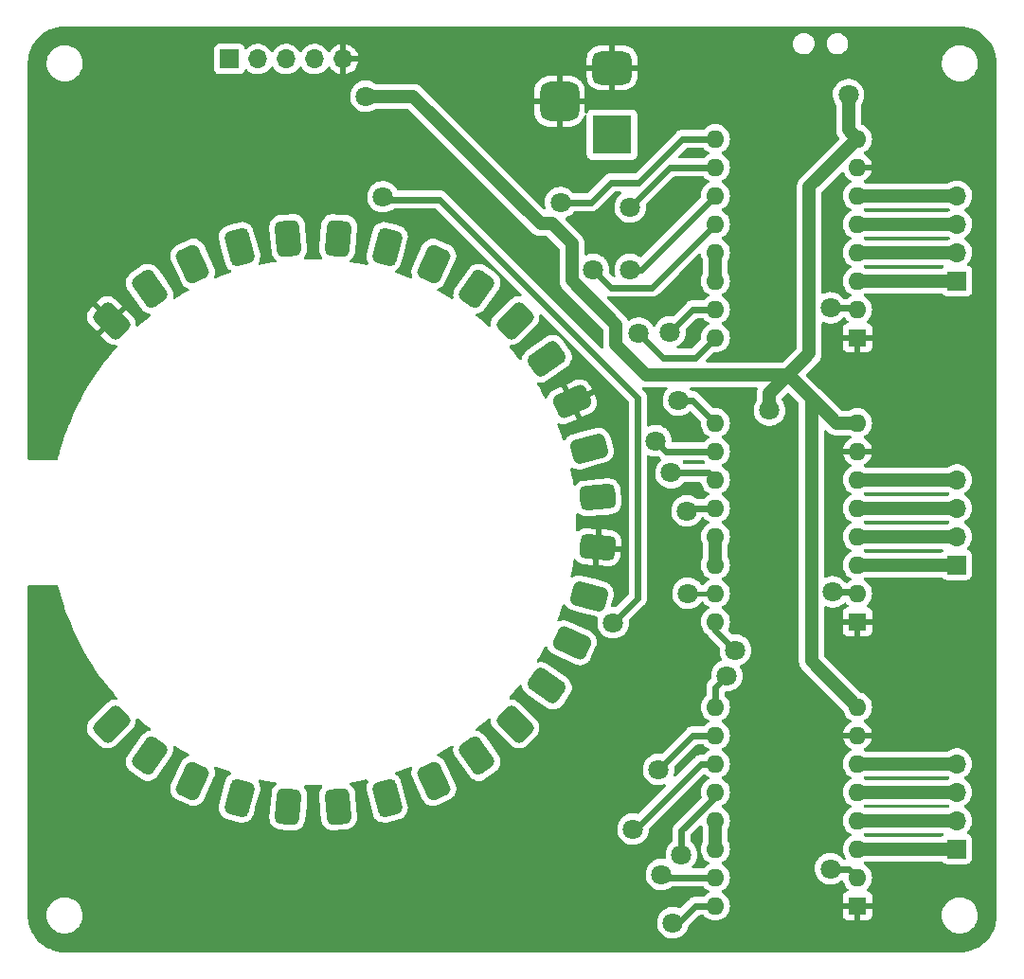
<source format=gbr>
%TF.GenerationSoftware,KiCad,Pcbnew,(6.0.9)*%
%TF.CreationDate,2023-01-29T03:00:28+01:00*%
%TF.ProjectId,Pi Pico Stepper controller,50692050-6963-46f2-9053-746570706572,0.1*%
%TF.SameCoordinates,Original*%
%TF.FileFunction,Copper,L2,Bot*%
%TF.FilePolarity,Positive*%
%FSLAX46Y46*%
G04 Gerber Fmt 4.6, Leading zero omitted, Abs format (unit mm)*
G04 Created by KiCad (PCBNEW (6.0.9)) date 2023-01-29 03:00:28*
%MOMM*%
%LPD*%
G01*
G04 APERTURE LIST*
G04 Aperture macros list*
%AMRoundRect*
0 Rectangle with rounded corners*
0 $1 Rounding radius*
0 $2 $3 $4 $5 $6 $7 $8 $9 X,Y pos of 4 corners*
0 Add a 4 corners polygon primitive as box body*
4,1,4,$2,$3,$4,$5,$6,$7,$8,$9,$2,$3,0*
0 Add four circle primitives for the rounded corners*
1,1,$1+$1,$2,$3*
1,1,$1+$1,$4,$5*
1,1,$1+$1,$6,$7*
1,1,$1+$1,$8,$9*
0 Add four rect primitives between the rounded corners*
20,1,$1+$1,$2,$3,$4,$5,0*
20,1,$1+$1,$4,$5,$6,$7,0*
20,1,$1+$1,$6,$7,$8,$9,0*
20,1,$1+$1,$8,$9,$2,$3,0*%
G04 Aperture macros list end*
%TA.AperFunction,ComponentPad*%
%ADD10R,1.700000X1.700000*%
%TD*%
%TA.AperFunction,ComponentPad*%
%ADD11O,1.700000X1.700000*%
%TD*%
%TA.AperFunction,ComponentPad*%
%ADD12R,1.600000X1.600000*%
%TD*%
%TA.AperFunction,ComponentPad*%
%ADD13O,1.600000X1.600000*%
%TD*%
%TA.AperFunction,ComponentPad*%
%ADD14RoundRect,0.550000X-0.353158X-1.131494X1.131247X0.353948X0.353158X1.131494X-1.131247X-0.353948X0*%
%TD*%
%TA.AperFunction,ComponentPad*%
%ADD15RoundRect,0.550000X-0.151311X-1.175630X1.052599X0.545010X0.151311X1.175630X-1.052599X-0.545010X0*%
%TD*%
%TA.AperFunction,ComponentPad*%
%ADD16RoundRect,0.550000X0.055133X-1.184044X0.941967X0.719512X-0.055133X1.184044X-0.941967X-0.719512X0*%
%TD*%
%TA.AperFunction,ComponentPad*%
%ADD17RoundRect,0.550000X0.259903X-1.156482X0.802715X0.872152X-0.259903X1.156482X-0.802715X-0.872152X0*%
%TD*%
%TA.AperFunction,ComponentPad*%
%ADD18RoundRect,0.550000X0.456775X-1.093781X0.639072X0.998292X-0.456775X1.093781X-0.639072X-0.998292X0*%
%TD*%
%TA.AperFunction,ComponentPad*%
%ADD19RoundRect,0.550000X0.639769X-0.997846X0.456012X1.094099X-0.639769X0.997846X-0.456012X-1.094099X0*%
%TD*%
%TA.AperFunction,ComponentPad*%
%ADD20RoundRect,0.550000X0.803323X-0.871591X0.259095X1.156663X-0.803323X0.871591X-0.259095X-1.156663X0*%
%TD*%
%TA.AperFunction,ComponentPad*%
%ADD21RoundRect,0.550000X0.942469X-0.718854X0.054307X1.184082X-0.942469X0.718854X-0.054307X-1.184082X0*%
%TD*%
%TA.AperFunction,ComponentPad*%
%ADD22RoundRect,0.550000X1.052979X-0.544275X-0.152132X1.175524X-1.052979X0.544275X0.152132X-1.175524X0*%
%TD*%
%TA.AperFunction,ComponentPad*%
%ADD23RoundRect,0.550000X1.131494X-0.353158X-0.353948X1.131247X-1.131494X0.353158X0.353948X-1.131247X0*%
%TD*%
%TA.AperFunction,ComponentPad*%
%ADD24RoundRect,0.550000X1.175630X-0.151311X-0.545010X1.052599X-1.175630X0.151311X0.545010X-1.052599X0*%
%TD*%
%TA.AperFunction,ComponentPad*%
%ADD25RoundRect,0.550000X1.184044X0.055133X-0.719512X0.941967X-1.184044X-0.055133X0.719512X-0.941967X0*%
%TD*%
%TA.AperFunction,ComponentPad*%
%ADD26RoundRect,0.550000X1.156482X0.259903X-0.872152X0.802715X-1.156482X-0.259903X0.872152X-0.802715X0*%
%TD*%
%TA.AperFunction,ComponentPad*%
%ADD27RoundRect,0.550000X1.093781X0.456775X-0.998292X0.639072X-1.093781X-0.456775X0.998292X-0.639072X0*%
%TD*%
%TA.AperFunction,ComponentPad*%
%ADD28RoundRect,0.550000X0.997846X0.639769X-1.094099X0.456012X-0.997846X-0.639769X1.094099X-0.456012X0*%
%TD*%
%TA.AperFunction,ComponentPad*%
%ADD29RoundRect,0.550000X0.871591X0.803323X-1.156663X0.259095X-0.871591X-0.803323X1.156663X-0.259095X0*%
%TD*%
%TA.AperFunction,ComponentPad*%
%ADD30RoundRect,0.550000X0.718854X0.942469X-1.184082X0.054307X-0.718854X-0.942469X1.184082X-0.054307X0*%
%TD*%
%TA.AperFunction,ComponentPad*%
%ADD31RoundRect,0.550000X0.544275X1.052979X-1.175524X-0.152132X-0.544275X-1.052979X1.175524X0.152132X0*%
%TD*%
%TA.AperFunction,ComponentPad*%
%ADD32RoundRect,0.550000X0.353158X1.131494X-1.131247X-0.353948X-0.353158X-1.131494X1.131247X0.353948X0*%
%TD*%
%TA.AperFunction,ComponentPad*%
%ADD33RoundRect,0.550000X0.151311X1.175630X-1.052599X-0.545010X-0.151311X-1.175630X1.052599X0.545010X0*%
%TD*%
%TA.AperFunction,ComponentPad*%
%ADD34RoundRect,0.550000X-0.055133X1.184044X-0.941967X-0.719512X0.055133X-1.184044X0.941967X0.719512X0*%
%TD*%
%TA.AperFunction,ComponentPad*%
%ADD35RoundRect,0.550000X-0.259903X1.156482X-0.802715X-0.872152X0.259903X-1.156482X0.802715X0.872152X0*%
%TD*%
%TA.AperFunction,ComponentPad*%
%ADD36RoundRect,0.550000X-0.456775X1.093781X-0.639072X-0.998292X0.456775X-1.093781X0.639072X0.998292X0*%
%TD*%
%TA.AperFunction,ComponentPad*%
%ADD37RoundRect,0.550000X-0.639769X0.997846X-0.456012X-1.094099X0.639769X-0.997846X0.456012X1.094099X0*%
%TD*%
%TA.AperFunction,ComponentPad*%
%ADD38RoundRect,0.550000X-0.803323X0.871591X-0.259095X-1.156663X0.803323X-0.871591X0.259095X1.156663X0*%
%TD*%
%TA.AperFunction,ComponentPad*%
%ADD39RoundRect,0.550000X-0.942469X0.718854X-0.054307X-1.184082X0.942469X-0.718854X0.054307X1.184082X0*%
%TD*%
%TA.AperFunction,ComponentPad*%
%ADD40RoundRect,0.550000X-1.052979X0.544275X0.152132X-1.175524X1.052979X-0.544275X-0.152132X1.175524X0*%
%TD*%
%TA.AperFunction,ComponentPad*%
%ADD41RoundRect,0.550000X-1.131494X0.353158X0.353948X-1.131247X1.131494X-0.353158X-0.353948X1.131247X0*%
%TD*%
%TA.AperFunction,ComponentPad*%
%ADD42R,3.500000X3.500000*%
%TD*%
%TA.AperFunction,ComponentPad*%
%ADD43RoundRect,0.750000X-1.000000X0.750000X-1.000000X-0.750000X1.000000X-0.750000X1.000000X0.750000X0*%
%TD*%
%TA.AperFunction,ComponentPad*%
%ADD44RoundRect,0.875000X-0.875000X0.875000X-0.875000X-0.875000X0.875000X-0.875000X0.875000X0.875000X0*%
%TD*%
%TA.AperFunction,ViaPad*%
%ADD45C,1.800000*%
%TD*%
%TA.AperFunction,Conductor*%
%ADD46C,0.600000*%
%TD*%
%TA.AperFunction,Conductor*%
%ADD47C,1.200000*%
%TD*%
%TA.AperFunction,Conductor*%
%ADD48C,0.400000*%
%TD*%
G04 APERTURE END LIST*
D10*
%TO.P,STEPPER3,1,Pin_1*%
%TO.N,Net-(A3-Pad3)*%
X183896000Y-70256400D03*
D11*
%TO.P,STEPPER3,2,Pin_2*%
%TO.N,Net-(A3-Pad4)*%
X183896000Y-67716400D03*
%TO.P,STEPPER3,3,Pin_3*%
%TO.N,Net-(A3-Pad5)*%
X183896000Y-65176400D03*
%TO.P,STEPPER3,4,Pin_4*%
%TO.N,Net-(A3-Pad6)*%
X183896000Y-62636400D03*
%TD*%
D12*
%TO.P,A2,1,GND*%
%TO.N,GND*%
X174996000Y-100736400D03*
D13*
%TO.P,A2,2,VDD*%
%TO.N,+3.3V*%
X174996000Y-98196400D03*
%TO.P,A2,3,1B*%
%TO.N,Net-(A2-Pad3)*%
X174996000Y-95656400D03*
%TO.P,A2,4,1A*%
%TO.N,Net-(A2-Pad4)*%
X174996000Y-93116400D03*
%TO.P,A2,5,2A*%
%TO.N,Net-(A2-Pad5)*%
X174996000Y-90576400D03*
%TO.P,A2,6,2B*%
%TO.N,Net-(A2-Pad6)*%
X174996000Y-88036400D03*
%TO.P,A2,7,GND*%
%TO.N,GND*%
X174996000Y-85496400D03*
%TO.P,A2,8,VMOT*%
%TO.N,+12V*%
X174996000Y-82956400D03*
%TO.P,A2,9,~{ENABLE}*%
%TO.N,/M2_ENABLE*%
X162296000Y-82956400D03*
%TO.P,A2,10,MS1*%
%TO.N,/M2_MS1*%
X162296000Y-85496400D03*
%TO.P,A2,11,MS2*%
%TO.N,/M2_MS2*%
X162296000Y-88036400D03*
%TO.P,A2,12,MS3*%
%TO.N,/M2_MS3*%
X162296000Y-90576400D03*
%TO.P,A2,13,~{RESET}*%
%TO.N,Net-(A2-Pad13)*%
X162296000Y-93116400D03*
%TO.P,A2,14,~{SLEEP}*%
X162296000Y-95656400D03*
%TO.P,A2,15,STEP*%
%TO.N,/M2_STEP*%
X162296000Y-98196400D03*
%TO.P,A2,16,DIR*%
%TO.N,/M2_DIR*%
X162296000Y-100736400D03*
%TD*%
D12*
%TO.P,A3,1,GND*%
%TO.N,GND*%
X174996000Y-75336400D03*
D13*
%TO.P,A3,2,VDD*%
%TO.N,+3.3V*%
X174996000Y-72796400D03*
%TO.P,A3,3,1B*%
%TO.N,Net-(A3-Pad3)*%
X174996000Y-70256400D03*
%TO.P,A3,4,1A*%
%TO.N,Net-(A3-Pad4)*%
X174996000Y-67716400D03*
%TO.P,A3,5,2A*%
%TO.N,Net-(A3-Pad5)*%
X174996000Y-65176400D03*
%TO.P,A3,6,2B*%
%TO.N,Net-(A3-Pad6)*%
X174996000Y-62636400D03*
%TO.P,A3,7,GND*%
%TO.N,GND*%
X174996000Y-60096400D03*
%TO.P,A3,8,VMOT*%
%TO.N,+12V*%
X174996000Y-57556400D03*
%TO.P,A3,9,~{ENABLE}*%
%TO.N,/M3_ENABLE*%
X162296000Y-57556400D03*
%TO.P,A3,10,MS1*%
%TO.N,/M3_MS1*%
X162296000Y-60096400D03*
%TO.P,A3,11,MS2*%
%TO.N,/M3_MS2*%
X162296000Y-62636400D03*
%TO.P,A3,12,MS3*%
%TO.N,/M3_MS3*%
X162296000Y-65176400D03*
%TO.P,A3,13,~{RESET}*%
%TO.N,Net-(A3-Pad13)*%
X162296000Y-67716400D03*
%TO.P,A3,14,~{SLEEP}*%
X162296000Y-70256400D03*
%TO.P,A3,15,STEP*%
%TO.N,/M3_STEP*%
X162296000Y-72796400D03*
%TO.P,A3,16,DIR*%
%TO.N,/M3_DIR*%
X162296000Y-75336400D03*
%TD*%
D12*
%TO.P,A1,1,GND*%
%TO.N,GND*%
X174996000Y-126136400D03*
D13*
%TO.P,A1,2,VDD*%
%TO.N,+3.3V*%
X174996000Y-123596400D03*
%TO.P,A1,3,1B*%
%TO.N,Net-(A1-Pad3)*%
X174996000Y-121056400D03*
%TO.P,A1,4,1A*%
%TO.N,Net-(A1-Pad4)*%
X174996000Y-118516400D03*
%TO.P,A1,5,2A*%
%TO.N,Net-(A1-Pad5)*%
X174996000Y-115976400D03*
%TO.P,A1,6,2B*%
%TO.N,Net-(A1-Pad6)*%
X174996000Y-113436400D03*
%TO.P,A1,7,GND*%
%TO.N,GND*%
X174996000Y-110896400D03*
%TO.P,A1,8,VMOT*%
%TO.N,+12V*%
X174996000Y-108356400D03*
%TO.P,A1,9,~{ENABLE}*%
%TO.N,/M1_ENABLE*%
X162296000Y-108356400D03*
%TO.P,A1,10,MS1*%
%TO.N,/MS1*%
X162296000Y-110896400D03*
%TO.P,A1,11,MS2*%
%TO.N,/MS2*%
X162296000Y-113436400D03*
%TO.P,A1,12,MS3*%
%TO.N,/MS3*%
X162296000Y-115976400D03*
%TO.P,A1,13,~{RESET}*%
%TO.N,Net-(A1-Pad13)*%
X162296000Y-118516400D03*
%TO.P,A1,14,~{SLEEP}*%
X162296000Y-121056400D03*
%TO.P,A1,15,STEP*%
%TO.N,/M1_STEP*%
X162296000Y-123596400D03*
%TO.P,A1,16,DIR*%
%TO.N,/M1_DIR*%
X162296000Y-126136400D03*
%TD*%
D10*
%TO.P,MISC5,1,Pin_1*%
%TO.N,Net-(MISC5-Pad1)*%
X118872000Y-50419400D03*
D11*
%TO.P,MISC5,2,Pin_2*%
%TO.N,+3.3V*%
X121412000Y-50419400D03*
%TO.P,MISC5,3,Pin_3*%
%TO.N,Net-(MISC5-Pad3)*%
X123952000Y-50419400D03*
%TO.P,MISC5,4,Pin_4*%
%TO.N,Net-(MISC5-Pad4)*%
X126492000Y-50419400D03*
%TO.P,MISC5,5,Pin_5*%
%TO.N,GND*%
X129032000Y-50419400D03*
%TD*%
D14*
%TO.P,U1,1,IO0*%
%TO.N,/M1_DIR*%
X108317000Y-109880400D03*
D15*
%TO.P,U1,2,IO1*%
%TO.N,/M1_STEP*%
X111722548Y-112737994D03*
D16*
%TO.P,U1,3,IO6*%
%TO.N,/MS3*%
X115572575Y-114960808D03*
D17*
%TO.P,U1,4,IO7*%
%TO.N,/MS2*%
X119750098Y-116481302D03*
D18*
%TO.P,U1,5,IO9*%
%TO.N,/MS1*%
X124128186Y-117253277D03*
D19*
%TO.P,U1,6,IO10*%
%TO.N,/M1_ENABLE*%
X128573814Y-117253277D03*
D20*
%TO.P,U1,7,IO11*%
%TO.N,/M2_DIR*%
X132951902Y-116481302D03*
D21*
%TO.P,U1,8,IO12*%
%TO.N,/M2_STEP*%
X137129425Y-114960808D03*
D22*
%TO.P,U1,9,IO13*%
%TO.N,/M2_MS3*%
X140979452Y-112737994D03*
D23*
%TO.P,U1,10,IO14*%
%TO.N,/M2_MS2*%
X144385000Y-109880400D03*
D24*
%TO.P,U1,11,IO15*%
%TO.N,/M2_MS1*%
X147242594Y-106474852D03*
D25*
%TO.P,U1,12,IO16*%
%TO.N,/M2_ENABLE*%
X149465408Y-102624825D03*
D26*
%TO.P,U1,13,+3.3*%
%TO.N,+3.3V*%
X150985902Y-98447302D03*
D27*
%TO.P,U1,14,GND*%
%TO.N,GND*%
X151757877Y-94069214D03*
D28*
%TO.P,U1,15,VIN/VBUS*%
%TO.N,unconnected-(U1-Pad15)*%
X151757877Y-89623586D03*
D29*
%TO.P,U1,16,BAT+*%
%TO.N,unconnected-(U1-Pad16)*%
X150985902Y-85245498D03*
D30*
%TO.P,U1,17,GND*%
%TO.N,GND*%
X149465408Y-81067975D03*
D31*
%TO.P,U1,18,IO17*%
%TO.N,/M3_DIR*%
X147242594Y-77217948D03*
D32*
%TO.P,U1,19,IO18*%
%TO.N,/M3_STEP*%
X144385000Y-73812400D03*
D33*
%TO.P,U1,20,IO19*%
%TO.N,/M3_MS3*%
X140979452Y-70954806D03*
D34*
%TO.P,U1,21,IO20*%
%TO.N,/M3_MS2*%
X137129425Y-68731992D03*
D35*
%TO.P,U1,22,IO21*%
%TO.N,/M3_MS1*%
X132951902Y-67211498D03*
D36*
%TO.P,U1,23,IO22*%
%TO.N,/M3_ENABLE*%
X128573814Y-66439523D03*
D37*
%TO.P,U1,24,IO23*%
%TO.N,Net-(MISC5-Pad4)*%
X124128186Y-66439523D03*
D38*
%TO.P,U1,25,A2*%
%TO.N,Net-(MISC5-Pad3)*%
X119750098Y-67211498D03*
D39*
%TO.P,U1,26,A3*%
%TO.N,Net-(MISC5-Pad1)*%
X115572575Y-68731992D03*
D40*
%TO.P,U1,27,RS*%
%TO.N,unconnected-(U1-Pad27)*%
X111722548Y-70954806D03*
D41*
%TO.P,U1,28,GND*%
%TO.N,GND*%
X108317000Y-73812400D03*
%TD*%
D42*
%TO.P,J4,1*%
%TO.N,Net-(J4-Pad1)*%
X153060400Y-57200800D03*
D43*
%TO.P,J4,2*%
%TO.N,GND*%
X153060400Y-51200800D03*
D44*
%TO.P,J4,3*%
X148360400Y-54200800D03*
%TD*%
D10*
%TO.P,STEPPER2,1,Pin_1*%
%TO.N,Net-(A2-Pad3)*%
X183871000Y-95646400D03*
D11*
%TO.P,STEPPER2,2,Pin_2*%
%TO.N,Net-(A2-Pad4)*%
X183871000Y-93106400D03*
%TO.P,STEPPER2,3,Pin_3*%
%TO.N,Net-(A2-Pad5)*%
X183871000Y-90566400D03*
%TO.P,STEPPER2,4,Pin_4*%
%TO.N,Net-(A2-Pad6)*%
X183871000Y-88026400D03*
%TD*%
D10*
%TO.P,STEPPER1,1,Pin_1*%
%TO.N,Net-(A1-Pad3)*%
X183871000Y-121046400D03*
D11*
%TO.P,STEPPER1,2,Pin_2*%
%TO.N,Net-(A1-Pad4)*%
X183871000Y-118506400D03*
%TO.P,STEPPER1,3,Pin_3*%
%TO.N,Net-(A1-Pad5)*%
X183871000Y-115966400D03*
%TO.P,STEPPER1,4,Pin_4*%
%TO.N,Net-(A1-Pad6)*%
X183871000Y-113426400D03*
%TD*%
D45*
%TO.N,GND*%
X165150800Y-51968400D03*
%TO.N,+3.3V*%
X172587500Y-72669400D03*
X132588000Y-62738000D03*
X172593000Y-122834400D03*
X153162000Y-100838000D03*
X172778000Y-98069400D03*
%TO.N,+12V*%
X167132000Y-81813400D03*
X131064000Y-53746400D03*
X174196000Y-53606400D03*
%TO.N,/MS1*%
X157226000Y-113944400D03*
%TO.N,/MS2*%
X154940000Y-119278400D03*
%TO.N,/MS3*%
X159258000Y-121564400D03*
%TO.N,/M1_STEP*%
X157480000Y-123342400D03*
%TO.N,/M1_DIR*%
X158496000Y-127660400D03*
%TO.N,/M2_STEP*%
X159841500Y-98196400D03*
%TO.N,/M2_DIR*%
X164084000Y-103276400D03*
%TO.N,/M3_STEP*%
X158242000Y-74828400D03*
%TO.N,/M3_DIR*%
X155448000Y-74930000D03*
%TO.N,/M1_ENABLE*%
X163322000Y-105562400D03*
%TO.N,/M2_ENABLE*%
X159004000Y-80924400D03*
%TO.N,/M2_MS1*%
X156972000Y-84555900D03*
%TO.N,/M2_MS2*%
X158319268Y-87427168D03*
%TO.N,/M2_MS3*%
X159766000Y-90830400D03*
%TO.N,/M3_ENABLE*%
X148463000Y-63246000D03*
%TO.N,/M3_MS1*%
X154686000Y-63652400D03*
%TO.N,/M3_MS2*%
X154686000Y-69240400D03*
%TO.N,/M3_MS3*%
X151384000Y-69240400D03*
%TD*%
D46*
%TO.N,+3.3V*%
X172593000Y-122834400D02*
X174234000Y-122834400D01*
X132842000Y-62992000D02*
X132588000Y-62738000D01*
X172778000Y-98069400D02*
X174869000Y-98069400D01*
X174869000Y-72669400D02*
X174996000Y-72796400D01*
X174869000Y-98069400D02*
X174996000Y-98196400D01*
X137668000Y-62992000D02*
X133858000Y-62992000D01*
X133858000Y-62992000D02*
X132842000Y-62992000D01*
X174234000Y-122834400D02*
X174996000Y-123596400D01*
X155372000Y-80696000D02*
X153924000Y-79248000D01*
X153162000Y-100838000D02*
X155372000Y-98628000D01*
X153924000Y-79248000D02*
X137668000Y-62992000D01*
X155372000Y-98628000D02*
X155372000Y-80696000D01*
X172587500Y-72669400D02*
X174869000Y-72669400D01*
D47*
%TO.N,Net-(A1-Pad3)*%
X174996000Y-121056400D02*
X183861000Y-121056400D01*
X183861000Y-121056400D02*
X183871000Y-121046400D01*
%TO.N,Net-(A1-Pad4)*%
X175006000Y-118506400D02*
X174996000Y-118516400D01*
X183871000Y-118506400D02*
X175006000Y-118506400D01*
%TO.N,Net-(A1-Pad5)*%
X174996000Y-115976400D02*
X183861000Y-115976400D01*
X183861000Y-115976400D02*
X183871000Y-115966400D01*
%TO.N,Net-(A1-Pad6)*%
X183861000Y-113436400D02*
X183871000Y-113426400D01*
X174996000Y-113436400D02*
X183861000Y-113436400D01*
%TO.N,+12V*%
X149484000Y-70236000D02*
X153416000Y-74168000D01*
X156108400Y-78638400D02*
X168783000Y-78638400D01*
X174196000Y-56756400D02*
X174996000Y-57556400D01*
X173101000Y-82956400D02*
X170878500Y-80733900D01*
X174996000Y-82956400D02*
X173101000Y-82956400D01*
X131064000Y-53746400D02*
X135280400Y-53746400D01*
X168783000Y-78638400D02*
X167132000Y-80289400D01*
X170688000Y-76733400D02*
X170688000Y-61858815D01*
X135280400Y-53746400D02*
X146680000Y-65146000D01*
X149484000Y-66934000D02*
X149484000Y-70236000D01*
X168783000Y-78638400D02*
X170688000Y-76733400D01*
X174196000Y-53606400D02*
X174196000Y-56756400D01*
X147696000Y-65146000D02*
X149484000Y-66934000D01*
X170878500Y-80733900D02*
X168783000Y-78638400D01*
X174996000Y-108356400D02*
X170878500Y-104238900D01*
X167132000Y-80289400D02*
X167132000Y-81813400D01*
X170878500Y-104238900D02*
X170878500Y-80733900D01*
X174990415Y-57556400D02*
X174996000Y-57556400D01*
X153416000Y-74168000D02*
X153416000Y-75946000D01*
X146680000Y-65146000D02*
X147696000Y-65146000D01*
X153416000Y-75946000D02*
X156108400Y-78638400D01*
X170688000Y-61858815D02*
X174990415Y-57556400D01*
D46*
%TO.N,/MS1*%
X157480000Y-113690400D02*
X157226000Y-113944400D01*
X162296000Y-110896400D02*
X160274000Y-110896400D01*
X160274000Y-110896400D02*
X157480000Y-113690400D01*
%TO.N,/MS2*%
X155194000Y-119278400D02*
X154940000Y-119278400D01*
X161036000Y-113436400D02*
X155448000Y-119024400D01*
X162296000Y-113436400D02*
X161036000Y-113436400D01*
X155448000Y-119024400D02*
X155194000Y-119278400D01*
%TO.N,/MS3*%
X162296000Y-116395079D02*
X162296000Y-115976400D01*
X159258000Y-121564400D02*
X159258000Y-119433079D01*
X159258000Y-119433079D02*
X162296000Y-116395079D01*
D47*
%TO.N,Net-(A1-Pad13)*%
X162296000Y-118516400D02*
X162296000Y-121056400D01*
D46*
%TO.N,/M1_STEP*%
X162296000Y-123596400D02*
X157734000Y-123596400D01*
X157734000Y-123596400D02*
X157480000Y-123342400D01*
%TO.N,/M1_DIR*%
X158750000Y-127914400D02*
X158496000Y-127660400D01*
X160528000Y-126136400D02*
X158750000Y-127914400D01*
X162296000Y-126136400D02*
X160528000Y-126136400D01*
D47*
%TO.N,Net-(A2-Pad3)*%
X183861000Y-95656400D02*
X183871000Y-95646400D01*
X174996000Y-95656400D02*
X183861000Y-95656400D01*
%TO.N,Net-(A2-Pad4)*%
X174996000Y-93116400D02*
X183861000Y-93116400D01*
X183861000Y-93116400D02*
X183871000Y-93106400D01*
%TO.N,Net-(A2-Pad5)*%
X174996000Y-90576400D02*
X183861000Y-90576400D01*
X183861000Y-90576400D02*
X183871000Y-90566400D01*
%TO.N,Net-(A2-Pad6)*%
X183861000Y-88036400D02*
X183871000Y-88026400D01*
X174996000Y-88036400D02*
X183861000Y-88036400D01*
%TO.N,Net-(A2-Pad13)*%
X162296000Y-93116400D02*
X162296000Y-95656400D01*
D48*
%TO.N,/M2_STEP*%
X159841500Y-98196400D02*
X162296000Y-98196400D01*
D46*
%TO.N,/M2_DIR*%
X162296000Y-100736400D02*
X162296000Y-101488400D01*
X162296000Y-101488400D02*
X164084000Y-103276400D01*
D47*
%TO.N,Net-(A3-Pad3)*%
X174996000Y-70256400D02*
X183896000Y-70256400D01*
%TO.N,Net-(A3-Pad4)*%
X174996000Y-67716400D02*
X183896000Y-67716400D01*
%TO.N,Net-(A3-Pad5)*%
X174996000Y-65176400D02*
X183896000Y-65176400D01*
%TO.N,Net-(A3-Pad6)*%
X174996000Y-62636400D02*
X183896000Y-62636400D01*
%TO.N,Net-(A3-Pad13)*%
X162296000Y-67716400D02*
X162296000Y-70256400D01*
D46*
%TO.N,/M3_STEP*%
X160274000Y-72796400D02*
X158242000Y-74828400D01*
X162296000Y-72796400D02*
X160274000Y-72796400D01*
%TO.N,/M3_DIR*%
X157632400Y-77114400D02*
X160518000Y-77114400D01*
X155448000Y-74930000D02*
X157632400Y-77114400D01*
X160518000Y-77114400D02*
X162296000Y-75336400D01*
%TO.N,/M1_ENABLE*%
X162296000Y-108356400D02*
X162296000Y-106588400D01*
X162296000Y-106588400D02*
X163322000Y-105562400D01*
%TO.N,/M2_ENABLE*%
X159004000Y-80924400D02*
X160264000Y-80924400D01*
X160264000Y-80924400D02*
X162296000Y-82956400D01*
%TO.N,/M2_MS1*%
X157912500Y-85496400D02*
X156972000Y-84555900D01*
X162296000Y-85496400D02*
X157912500Y-85496400D01*
%TO.N,/M2_MS2*%
X158319268Y-87427168D02*
X161686768Y-87427168D01*
X161686768Y-87427168D02*
X162296000Y-88036400D01*
%TO.N,/M2_MS3*%
X160020000Y-90576400D02*
X159766000Y-90830400D01*
X162296000Y-90576400D02*
X160020000Y-90576400D01*
%TO.N,/M3_ENABLE*%
X159359600Y-57556400D02*
X162296000Y-57556400D01*
X148463000Y-63246000D02*
X151155400Y-63246000D01*
X151155400Y-63246000D02*
X152933400Y-61468000D01*
X152933400Y-61468000D02*
X155448000Y-61468000D01*
X155448000Y-61468000D02*
X159359600Y-57556400D01*
%TO.N,/M3_MS1*%
X158242000Y-60096400D02*
X154686000Y-63652400D01*
X162296000Y-60096400D02*
X158242000Y-60096400D01*
%TO.N,/M3_MS2*%
X155692000Y-69240400D02*
X154686000Y-69240400D01*
X162296000Y-62636400D02*
X155692000Y-69240400D01*
%TO.N,/M3_MS3*%
X162296000Y-65176400D02*
X156632000Y-70840400D01*
X156632000Y-70840400D02*
X152984000Y-70840400D01*
X152984000Y-70840400D02*
X151384000Y-69240400D01*
%TD*%
%TA.AperFunction,Conductor*%
%TO.N,GND*%
G36*
X184120018Y-47500000D02*
G01*
X184134851Y-47502310D01*
X184134855Y-47502310D01*
X184143724Y-47503691D01*
X184162436Y-47501244D01*
X184185366Y-47500353D01*
X184488503Y-47516240D01*
X184501617Y-47517618D01*
X184829898Y-47569613D01*
X184842798Y-47572355D01*
X185163846Y-47658379D01*
X185176382Y-47662453D01*
X185447468Y-47766513D01*
X185486672Y-47781562D01*
X185498720Y-47786926D01*
X185794867Y-47937820D01*
X185806288Y-47944414D01*
X186085040Y-48125437D01*
X186095710Y-48133190D01*
X186354004Y-48342352D01*
X186363805Y-48351177D01*
X186598823Y-48586195D01*
X186607648Y-48595996D01*
X186816810Y-48854290D01*
X186824563Y-48864960D01*
X187005586Y-49143712D01*
X187012180Y-49155133D01*
X187163074Y-49451280D01*
X187168438Y-49463328D01*
X187287001Y-49772192D01*
X187287545Y-49773610D01*
X187291620Y-49786152D01*
X187310293Y-49855838D01*
X187377645Y-50107202D01*
X187380387Y-50120102D01*
X187427792Y-50419400D01*
X187432382Y-50448383D01*
X187433760Y-50461500D01*
X187449262Y-50757298D01*
X187447935Y-50783273D01*
X187447691Y-50784843D01*
X187447691Y-50784849D01*
X187446309Y-50793724D01*
X187447473Y-50802626D01*
X187447473Y-50802628D01*
X187450436Y-50825283D01*
X187451500Y-50841621D01*
X187451500Y-126950633D01*
X187450000Y-126970018D01*
X187447690Y-126984851D01*
X187447690Y-126984855D01*
X187446309Y-126993724D01*
X187447775Y-127004930D01*
X187448756Y-127012433D01*
X187449647Y-127035366D01*
X187435532Y-127304685D01*
X187433760Y-127338501D01*
X187432382Y-127351616D01*
X187416892Y-127449419D01*
X187380387Y-127679898D01*
X187377645Y-127692798D01*
X187304973Y-127964017D01*
X187291621Y-128013846D01*
X187287547Y-128026382D01*
X187228318Y-128180680D01*
X187168438Y-128336672D01*
X187163074Y-128348720D01*
X187012180Y-128644867D01*
X187005586Y-128656288D01*
X186824563Y-128935040D01*
X186816810Y-128945710D01*
X186607648Y-129204004D01*
X186598823Y-129213805D01*
X186363805Y-129448823D01*
X186354004Y-129457648D01*
X186095710Y-129666810D01*
X186085040Y-129674563D01*
X185806288Y-129855586D01*
X185794867Y-129862180D01*
X185498720Y-130013074D01*
X185486671Y-130018438D01*
X185176382Y-130137547D01*
X185163846Y-130141621D01*
X184842798Y-130227645D01*
X184829898Y-130230387D01*
X184501617Y-130282382D01*
X184488501Y-130283760D01*
X184454848Y-130285524D01*
X184192702Y-130299262D01*
X184166727Y-130297935D01*
X184165157Y-130297691D01*
X184165151Y-130297691D01*
X184156276Y-130296309D01*
X184147374Y-130297473D01*
X184147372Y-130297473D01*
X184132323Y-130299441D01*
X184124714Y-130300436D01*
X184108379Y-130301500D01*
X104189367Y-130301500D01*
X104169982Y-130300000D01*
X104155149Y-130297690D01*
X104155145Y-130297690D01*
X104146276Y-130296309D01*
X104127564Y-130298756D01*
X104104634Y-130299647D01*
X103801497Y-130283760D01*
X103788383Y-130282382D01*
X103460102Y-130230387D01*
X103447202Y-130227645D01*
X103126154Y-130141621D01*
X103113618Y-130137547D01*
X102803329Y-130018438D01*
X102791280Y-130013074D01*
X102495133Y-129862180D01*
X102483712Y-129855586D01*
X102204960Y-129674563D01*
X102194290Y-129666810D01*
X101935996Y-129457648D01*
X101926195Y-129448823D01*
X101691177Y-129213805D01*
X101682352Y-129204004D01*
X101473190Y-128945710D01*
X101465437Y-128935040D01*
X101284414Y-128656288D01*
X101277820Y-128644867D01*
X101126926Y-128348720D01*
X101121562Y-128336672D01*
X101061682Y-128180680D01*
X101002453Y-128026382D01*
X100998379Y-128013846D01*
X100985028Y-127964017D01*
X100912355Y-127692798D01*
X100909613Y-127679898D01*
X100873108Y-127449419D01*
X100857618Y-127351616D01*
X100856240Y-127338501D01*
X100854468Y-127304685D01*
X100840932Y-127046413D01*
X100842506Y-127018910D01*
X100842770Y-127017341D01*
X100843576Y-127012552D01*
X100843729Y-127000000D01*
X102526526Y-127000000D01*
X102546391Y-127252403D01*
X102547545Y-127257210D01*
X102547546Y-127257216D01*
X102579568Y-127390597D01*
X102605495Y-127498591D01*
X102607388Y-127503162D01*
X102607389Y-127503164D01*
X102680595Y-127679898D01*
X102702384Y-127732502D01*
X102834672Y-127948376D01*
X102999102Y-128140898D01*
X103191624Y-128305328D01*
X103407498Y-128437616D01*
X103412068Y-128439509D01*
X103412072Y-128439511D01*
X103555745Y-128499022D01*
X103641409Y-128534505D01*
X103726032Y-128554821D01*
X103882784Y-128592454D01*
X103882790Y-128592455D01*
X103887597Y-128593609D01*
X103987416Y-128601465D01*
X104074345Y-128608307D01*
X104074352Y-128608307D01*
X104076801Y-128608500D01*
X104203199Y-128608500D01*
X104205648Y-128608307D01*
X104205655Y-128608307D01*
X104292584Y-128601465D01*
X104392403Y-128593609D01*
X104397210Y-128592455D01*
X104397216Y-128592454D01*
X104553968Y-128554821D01*
X104638591Y-128534505D01*
X104724255Y-128499022D01*
X104867928Y-128439511D01*
X104867932Y-128439509D01*
X104872502Y-128437616D01*
X105088376Y-128305328D01*
X105280898Y-128140898D01*
X105445328Y-127948376D01*
X105577616Y-127732502D01*
X105599406Y-127679898D01*
X105672611Y-127503164D01*
X105672612Y-127503162D01*
X105674505Y-127498591D01*
X105700432Y-127390597D01*
X105732454Y-127257216D01*
X105732455Y-127257210D01*
X105733609Y-127252403D01*
X105753474Y-127000000D01*
X105733609Y-126747597D01*
X105674505Y-126501409D01*
X105659197Y-126464452D01*
X105579511Y-126272072D01*
X105579509Y-126272068D01*
X105577616Y-126267498D01*
X105445328Y-126051624D01*
X105280898Y-125859102D01*
X105088376Y-125694672D01*
X104872502Y-125562384D01*
X104867932Y-125560491D01*
X104867928Y-125560489D01*
X104643164Y-125467389D01*
X104643162Y-125467388D01*
X104638591Y-125465495D01*
X104528064Y-125438960D01*
X104397216Y-125407546D01*
X104397210Y-125407545D01*
X104392403Y-125406391D01*
X104292584Y-125398535D01*
X104205655Y-125391693D01*
X104205648Y-125391693D01*
X104203199Y-125391500D01*
X104076801Y-125391500D01*
X104074352Y-125391693D01*
X104074345Y-125391693D01*
X103987416Y-125398535D01*
X103887597Y-125406391D01*
X103882790Y-125407545D01*
X103882784Y-125407546D01*
X103751936Y-125438960D01*
X103641409Y-125465495D01*
X103636838Y-125467388D01*
X103636836Y-125467389D01*
X103412072Y-125560489D01*
X103412068Y-125560491D01*
X103407498Y-125562384D01*
X103191624Y-125694672D01*
X102999102Y-125859102D01*
X102834672Y-126051624D01*
X102702384Y-126267498D01*
X102700491Y-126272068D01*
X102700489Y-126272072D01*
X102620803Y-126464452D01*
X102605495Y-126501409D01*
X102546391Y-126747597D01*
X102526526Y-127000000D01*
X100843729Y-127000000D01*
X100839773Y-126972376D01*
X100838500Y-126954514D01*
X100838500Y-97560521D01*
X100858502Y-97492400D01*
X100912158Y-97445907D01*
X100964424Y-97434521D01*
X102962624Y-97433323D01*
X103424223Y-97433046D01*
X103492356Y-97453007D01*
X103538881Y-97506635D01*
X103546590Y-97528700D01*
X103655678Y-97968313D01*
X103657462Y-97975504D01*
X103657818Y-97976721D01*
X103657822Y-97976737D01*
X103927147Y-98898251D01*
X103928538Y-98903012D01*
X103928937Y-98904196D01*
X103928941Y-98904207D01*
X103997782Y-99108208D01*
X104237504Y-99818596D01*
X104237969Y-99819807D01*
X104237970Y-99819810D01*
X104583368Y-100719479D01*
X104583377Y-100719502D01*
X104583840Y-100720707D01*
X104966959Y-101607823D01*
X105117528Y-101920492D01*
X105276144Y-102249872D01*
X105386214Y-102478443D01*
X105386822Y-102479584D01*
X105386827Y-102479593D01*
X105811729Y-103276400D01*
X105840896Y-103331096D01*
X106330238Y-104164342D01*
X106330938Y-104165430D01*
X106330946Y-104165442D01*
X106655365Y-104669227D01*
X106853412Y-104976772D01*
X106854152Y-104977823D01*
X106854155Y-104977828D01*
X107201962Y-105472056D01*
X107409535Y-105767014D01*
X107410303Y-105768015D01*
X107410308Y-105768022D01*
X107996885Y-106532715D01*
X107996901Y-106532734D01*
X107997665Y-106533731D01*
X107998486Y-106534715D01*
X107998495Y-106534726D01*
X108488697Y-107122116D01*
X108616811Y-107275630D01*
X108617655Y-107276561D01*
X108617670Y-107276578D01*
X108801869Y-107479707D01*
X108832811Y-107543606D01*
X108824295Y-107614090D01*
X108779025Y-107668781D01*
X108708574Y-107690347D01*
X108565998Y-107690397D01*
X108559959Y-107691595D01*
X108559958Y-107691595D01*
X108368430Y-107729587D01*
X108368427Y-107729588D01*
X108362382Y-107730787D01*
X108170490Y-107809958D01*
X108165364Y-107813367D01*
X108165359Y-107813369D01*
X108001527Y-107922301D01*
X108001522Y-107922305D01*
X107997631Y-107924892D01*
X107992895Y-107929174D01*
X107343516Y-108579007D01*
X106421951Y-109501216D01*
X106365548Y-109557658D01*
X106361270Y-109562396D01*
X106358683Y-109566293D01*
X106272997Y-109695359D01*
X106246456Y-109735336D01*
X106244108Y-109741038D01*
X106244107Y-109741040D01*
X106205410Y-109835018D01*
X106167419Y-109927283D01*
X106127171Y-110130927D01*
X106127244Y-110338509D01*
X106128442Y-110344548D01*
X106128442Y-110344549D01*
X106166138Y-110534581D01*
X106167634Y-110542125D01*
X106246804Y-110734017D01*
X106361739Y-110906876D01*
X106366021Y-110911611D01*
X106584364Y-111129802D01*
X107100076Y-111645154D01*
X107287151Y-111832099D01*
X107291889Y-111836377D01*
X107305197Y-111845212D01*
X107459692Y-111947781D01*
X107459695Y-111947783D01*
X107464829Y-111951191D01*
X107582056Y-111999460D01*
X107651080Y-112027882D01*
X107651083Y-112027883D01*
X107656776Y-112030227D01*
X107860420Y-112070476D01*
X107866580Y-112070474D01*
X107866582Y-112070474D01*
X107964626Y-112070439D01*
X108068002Y-112070403D01*
X108074041Y-112069205D01*
X108074042Y-112069205D01*
X108265570Y-112031213D01*
X108265573Y-112031212D01*
X108271618Y-112030013D01*
X108463510Y-111950842D01*
X108468636Y-111947433D01*
X108468641Y-111947431D01*
X108632473Y-111838499D01*
X108632478Y-111838495D01*
X108636369Y-111835908D01*
X108641105Y-111831626D01*
X109560478Y-110911611D01*
X110267319Y-110204276D01*
X110267323Y-110204272D01*
X110268452Y-110203142D01*
X110272730Y-110198404D01*
X110366866Y-110056611D01*
X110384133Y-110030602D01*
X110384133Y-110030601D01*
X110387544Y-110025464D01*
X110409798Y-109971420D01*
X110464233Y-109839219D01*
X110466581Y-109833517D01*
X110506829Y-109629873D01*
X110506780Y-109491910D01*
X110526758Y-109423784D01*
X110580397Y-109377272D01*
X110650667Y-109367143D01*
X110714997Y-109396388D01*
X111381864Y-109970626D01*
X111382852Y-109971408D01*
X111382866Y-109971420D01*
X111785351Y-110290153D01*
X111826336Y-110348125D01*
X111829474Y-110419052D01*
X111793767Y-110480416D01*
X111729050Y-110513009D01*
X111690573Y-110519807D01*
X111593545Y-110536951D01*
X111593544Y-110536951D01*
X111587473Y-110538024D01*
X111393964Y-110613158D01*
X111388765Y-110616460D01*
X111388761Y-110616462D01*
X111353276Y-110638999D01*
X111218735Y-110724447D01*
X111214270Y-110728702D01*
X111072324Y-110863971D01*
X111068460Y-110867653D01*
X111064540Y-110872692D01*
X111063630Y-110873993D01*
X111063626Y-110873998D01*
X109753634Y-112746252D01*
X109744700Y-112759021D01*
X109741309Y-112764430D01*
X109658270Y-112954680D01*
X109613765Y-113157435D01*
X109609491Y-113364974D01*
X109610563Y-113371041D01*
X109644280Y-113561867D01*
X109645609Y-113569391D01*
X109720743Y-113762899D01*
X109724045Y-113768098D01*
X109724047Y-113768102D01*
X109765955Y-113834087D01*
X109832032Y-113938128D01*
X109836287Y-113942593D01*
X109917224Y-114027525D01*
X109975238Y-114088403D01*
X109980277Y-114092323D01*
X109981578Y-114093233D01*
X109981583Y-114093237D01*
X111035998Y-114830998D01*
X111047253Y-114838873D01*
X111052663Y-114842264D01*
X111242912Y-114925303D01*
X111445668Y-114969807D01*
X111653207Y-114974082D01*
X111747135Y-114957486D01*
X111851551Y-114939037D01*
X111851552Y-114939037D01*
X111857623Y-114937964D01*
X112051132Y-114862830D01*
X112056331Y-114859528D01*
X112056335Y-114859526D01*
X112183245Y-114778924D01*
X112226361Y-114751541D01*
X112309496Y-114672317D01*
X112373247Y-114611565D01*
X112373250Y-114611562D01*
X112376636Y-114608335D01*
X112380556Y-114603296D01*
X112384188Y-114598106D01*
X113699476Y-112718282D01*
X113699478Y-112718280D01*
X113700396Y-112716967D01*
X113703787Y-112711558D01*
X113786826Y-112521308D01*
X113831331Y-112318553D01*
X113835605Y-112111014D01*
X113821293Y-112030013D01*
X113810952Y-111971484D01*
X113818796Y-111900922D01*
X113863544Y-111845803D01*
X113930988Y-111823626D01*
X114000508Y-111841910D01*
X114549696Y-112175950D01*
X114549712Y-112175960D01*
X114550795Y-112176618D01*
X114551917Y-112177239D01*
X114551926Y-112177244D01*
X115208582Y-112540550D01*
X115258505Y-112591030D01*
X115273211Y-112660487D01*
X115248032Y-112726869D01*
X115190719Y-112769187D01*
X115063324Y-112815605D01*
X115063322Y-112815606D01*
X115057531Y-112817716D01*
X115052262Y-112820910D01*
X115052261Y-112820910D01*
X114997128Y-112854326D01*
X114880009Y-112925311D01*
X114726768Y-113065338D01*
X114723111Y-113070302D01*
X114723110Y-113070303D01*
X114617398Y-113213793D01*
X114603643Y-113232463D01*
X114600658Y-113238106D01*
X113628426Y-115324965D01*
X113626026Y-115330881D01*
X113607390Y-115408031D01*
X113579818Y-115522175D01*
X113577285Y-115532660D01*
X113568665Y-115740063D01*
X113574159Y-115775470D01*
X113584582Y-115842640D01*
X113600494Y-115945191D01*
X113630526Y-116027614D01*
X113668964Y-116133104D01*
X113671560Y-116140230D01*
X113674754Y-116145499D01*
X113674754Y-116145500D01*
X113775200Y-116311226D01*
X113779155Y-116317752D01*
X113783311Y-116322300D01*
X113783313Y-116322303D01*
X113857011Y-116402956D01*
X113919181Y-116470994D01*
X113924145Y-116474651D01*
X113924146Y-116474652D01*
X114081124Y-116590301D01*
X114086306Y-116594119D01*
X114091949Y-116597104D01*
X115272354Y-117147034D01*
X115273824Y-117147631D01*
X115273876Y-117147651D01*
X115278270Y-117149434D01*
X115375228Y-117172855D01*
X115474052Y-117196727D01*
X115474056Y-117196728D01*
X115480048Y-117198175D01*
X115687452Y-117206795D01*
X115814157Y-117187134D01*
X115886491Y-117175910D01*
X115886493Y-117175910D01*
X115892580Y-117174965D01*
X116001417Y-117135309D01*
X116081829Y-117106010D01*
X116081832Y-117106009D01*
X116087619Y-117103900D01*
X116241604Y-117010571D01*
X116259868Y-116999501D01*
X116265141Y-116996305D01*
X116418382Y-116856278D01*
X116541507Y-116689153D01*
X116544492Y-116683510D01*
X117516724Y-114596651D01*
X117519124Y-114590735D01*
X117553434Y-114448698D01*
X117566417Y-114394952D01*
X117566418Y-114394948D01*
X117567865Y-114388956D01*
X117576485Y-114181553D01*
X117562768Y-114093149D01*
X117545601Y-113982513D01*
X117545600Y-113982510D01*
X117544656Y-113976425D01*
X117509643Y-113880333D01*
X117495954Y-113842763D01*
X117491426Y-113771911D01*
X117525923Y-113709858D01*
X117588491Y-113676307D01*
X117661311Y-113682710D01*
X117752694Y-113719423D01*
X117996534Y-113817386D01*
X118038104Y-113834087D01*
X118948805Y-114157162D01*
X118964061Y-114161878D01*
X119023236Y-114201103D01*
X119051811Y-114266095D01*
X119040712Y-114336219D01*
X118989890Y-114391355D01*
X118983665Y-114394952D01*
X118870735Y-114460205D01*
X118831799Y-114494315D01*
X118719229Y-114592931D01*
X118719226Y-114592934D01*
X118714594Y-114596992D01*
X118710838Y-114601873D01*
X118710836Y-114601875D01*
X118591750Y-114756622D01*
X118591747Y-114756626D01*
X118587996Y-114761501D01*
X118585263Y-114767010D01*
X118585260Y-114767016D01*
X118535391Y-114867566D01*
X118495762Y-114947467D01*
X118493802Y-114953543D01*
X118352028Y-115483392D01*
X117899909Y-117173082D01*
X117898720Y-117177525D01*
X117897384Y-117183768D01*
X117897092Y-117188431D01*
X117897092Y-117188433D01*
X117884980Y-117382034D01*
X117884422Y-117390945D01*
X117911948Y-117596694D01*
X117978914Y-117793179D01*
X118082768Y-117972914D01*
X118120524Y-118016012D01*
X118215494Y-118124420D01*
X118215497Y-118124423D01*
X118219555Y-118129055D01*
X118224436Y-118132811D01*
X118224438Y-118132813D01*
X118379185Y-118251899D01*
X118379189Y-118251902D01*
X118384064Y-118255653D01*
X118389573Y-118258386D01*
X118389579Y-118258389D01*
X118449914Y-118288313D01*
X118570030Y-118347887D01*
X118574546Y-118349344D01*
X118574577Y-118349354D01*
X118574585Y-118349356D01*
X118576106Y-118349847D01*
X118893353Y-118434734D01*
X119832527Y-118686034D01*
X119832542Y-118686038D01*
X119834072Y-118686447D01*
X119835641Y-118686783D01*
X119835642Y-118686783D01*
X119835743Y-118686805D01*
X119835748Y-118686806D01*
X119840315Y-118687783D01*
X119844978Y-118688075D01*
X119844980Y-118688075D01*
X120041336Y-118700360D01*
X120041338Y-118700360D01*
X120047492Y-118700745D01*
X120091129Y-118694907D01*
X120247128Y-118674037D01*
X120247130Y-118674037D01*
X120253241Y-118673219D01*
X120449726Y-118606253D01*
X120629461Y-118502399D01*
X120707532Y-118434005D01*
X120780967Y-118369673D01*
X120780970Y-118369670D01*
X120785602Y-118365612D01*
X120798045Y-118349443D01*
X120908446Y-118205982D01*
X120908449Y-118205978D01*
X120912200Y-118201103D01*
X120914933Y-118195594D01*
X120914936Y-118195588D01*
X120976172Y-118072120D01*
X121004434Y-118015137D01*
X121006394Y-118009061D01*
X121174442Y-117381019D01*
X121601063Y-115786624D01*
X121601067Y-115786609D01*
X121601476Y-115785079D01*
X121602812Y-115778836D01*
X121604245Y-115755939D01*
X121615389Y-115577815D01*
X121615389Y-115577813D01*
X121615774Y-115571659D01*
X121588248Y-115365910D01*
X121521282Y-115169425D01*
X121451453Y-115048575D01*
X121434691Y-114979587D01*
X121457888Y-114912487D01*
X121513679Y-114868580D01*
X121587745Y-114862508D01*
X121749701Y-114898312D01*
X121751011Y-114898546D01*
X121751018Y-114898547D01*
X122332525Y-115002239D01*
X122701005Y-115067945D01*
X122795777Y-115080851D01*
X122956219Y-115102701D01*
X123021018Y-115131713D01*
X123059845Y-115191151D01*
X123060374Y-115262146D01*
X123020244Y-115324040D01*
X122911222Y-115415585D01*
X122781206Y-115577407D01*
X122778353Y-115582869D01*
X122696975Y-115738664D01*
X122685098Y-115761401D01*
X122664863Y-115830242D01*
X122631481Y-115943814D01*
X122626559Y-115960558D01*
X122625684Y-115966882D01*
X122625548Y-115968441D01*
X122625546Y-115968460D01*
X122550945Y-116824597D01*
X122425832Y-118260411D01*
X122425601Y-118266791D01*
X122448812Y-118473072D01*
X122511647Y-118670915D01*
X122611715Y-118852786D01*
X122615680Y-118857508D01*
X122738065Y-119003257D01*
X122745202Y-119011757D01*
X122907025Y-119141773D01*
X123091018Y-119237881D01*
X123096928Y-119239618D01*
X123096930Y-119239619D01*
X123285696Y-119295105D01*
X123285703Y-119295107D01*
X123290175Y-119296421D01*
X123294799Y-119297061D01*
X123294800Y-119297061D01*
X123294937Y-119297080D01*
X123294942Y-119297081D01*
X123296499Y-119297296D01*
X123298058Y-119297432D01*
X123298077Y-119297434D01*
X124128486Y-119369793D01*
X124593803Y-119410339D01*
X124595376Y-119410396D01*
X124595389Y-119410397D01*
X124595497Y-119410401D01*
X124600183Y-119410571D01*
X124806464Y-119387360D01*
X124812334Y-119385496D01*
X124812337Y-119385495D01*
X124998441Y-119326387D01*
X124998440Y-119326387D01*
X125004307Y-119324524D01*
X125053728Y-119297332D01*
X125180778Y-119227428D01*
X125180780Y-119227426D01*
X125186179Y-119224456D01*
X125281252Y-119144624D01*
X125340427Y-119094935D01*
X125340428Y-119094934D01*
X125345150Y-119090969D01*
X125475166Y-118929147D01*
X125571274Y-118745153D01*
X125629813Y-118545996D01*
X125630688Y-118539672D01*
X125633295Y-118509765D01*
X125747709Y-117196727D01*
X125830540Y-116246143D01*
X125830771Y-116239763D01*
X125807560Y-116033482D01*
X125744725Y-115835639D01*
X125644657Y-115653768D01*
X125556199Y-115548422D01*
X125527712Y-115483392D01*
X125538906Y-115413283D01*
X125586226Y-115360356D01*
X125654206Y-115341407D01*
X126235898Y-115348398D01*
X126550419Y-115352178D01*
X126550429Y-115352178D01*
X126551684Y-115352193D01*
X127048403Y-115337738D01*
X127117076Y-115355750D01*
X127165110Y-115408031D01*
X127177253Y-115477981D01*
X127148617Y-115544643D01*
X127056227Y-115654827D01*
X126956286Y-115836768D01*
X126893588Y-116034655D01*
X126870522Y-116240952D01*
X126870758Y-116247332D01*
X126870896Y-116248901D01*
X126870897Y-116248920D01*
X126989286Y-117596694D01*
X127072210Y-118540721D01*
X127073090Y-118547044D01*
X127074409Y-118551518D01*
X127074410Y-118551525D01*
X127129660Y-118739007D01*
X127131768Y-118746160D01*
X127228004Y-118930087D01*
X127358134Y-119091819D01*
X127517198Y-119225194D01*
X127522589Y-119228155D01*
X127522593Y-119228158D01*
X127676041Y-119312447D01*
X127699139Y-119325135D01*
X127897026Y-119387833D01*
X128032826Y-119403017D01*
X128098680Y-119410381D01*
X128098682Y-119410381D01*
X128103323Y-119410900D01*
X128109703Y-119410664D01*
X128111272Y-119410526D01*
X128111291Y-119410525D01*
X129124143Y-119321555D01*
X129406928Y-119296715D01*
X129408569Y-119296487D01*
X129408625Y-119296479D01*
X129408627Y-119296478D01*
X129413251Y-119295835D01*
X129417725Y-119294516D01*
X129417732Y-119294515D01*
X129606456Y-119238899D01*
X129606457Y-119238899D01*
X129612367Y-119237157D01*
X129617823Y-119234302D01*
X129617826Y-119234301D01*
X129790834Y-119143777D01*
X129790835Y-119143776D01*
X129796294Y-119140920D01*
X129958025Y-119010791D01*
X129962157Y-119005864D01*
X130039250Y-118913922D01*
X130091401Y-118851727D01*
X130191342Y-118669786D01*
X130254040Y-118471899D01*
X130277106Y-118265602D01*
X130276870Y-118259222D01*
X130276557Y-118255653D01*
X130106730Y-116322303D01*
X130075418Y-115965833D01*
X130074538Y-115959510D01*
X130073219Y-115955036D01*
X130073218Y-115955029D01*
X130017602Y-115766304D01*
X130017601Y-115766301D01*
X130015860Y-115760394D01*
X129919624Y-115576467D01*
X129915756Y-115571659D01*
X129793356Y-115419535D01*
X129789494Y-115414735D01*
X129681050Y-115323805D01*
X129641703Y-115264710D01*
X129640551Y-115193722D01*
X129677961Y-115133381D01*
X129742876Y-115102716D01*
X129919273Y-115075618D01*
X130396948Y-115002239D01*
X130398177Y-115001998D01*
X130398195Y-115001995D01*
X130803803Y-114922500D01*
X131117392Y-114861040D01*
X131188087Y-114867567D01*
X131244032Y-114911279D01*
X131267463Y-114978298D01*
X131250766Y-115047649D01*
X131182885Y-115165318D01*
X131182882Y-115165325D01*
X131179803Y-115170662D01*
X131172836Y-115191151D01*
X131118088Y-115352156D01*
X131112974Y-115367194D01*
X131112161Y-115373304D01*
X131088857Y-115548423D01*
X131085591Y-115572962D01*
X131085980Y-115579111D01*
X131085980Y-115579112D01*
X131096724Y-115748922D01*
X131098698Y-115780130D01*
X131100038Y-115786372D01*
X131100454Y-115787923D01*
X131100459Y-115787943D01*
X131426737Y-117003929D01*
X131696673Y-118009938D01*
X131698637Y-118016012D01*
X131700717Y-118020198D01*
X131700718Y-118020201D01*
X131756669Y-118132813D01*
X131791001Y-118201914D01*
X131794760Y-118206791D01*
X131794762Y-118206795D01*
X131840999Y-118266791D01*
X131917713Y-118366335D01*
X132073950Y-118503013D01*
X132079290Y-118506093D01*
X132079292Y-118506095D01*
X132248418Y-118603661D01*
X132248422Y-118603663D01*
X132253758Y-118606741D01*
X132259593Y-118608725D01*
X132443408Y-118671230D01*
X132450289Y-118673570D01*
X132456397Y-118674383D01*
X132456398Y-118674383D01*
X132649948Y-118700139D01*
X132649949Y-118700139D01*
X132656058Y-118700952D01*
X132662207Y-118700563D01*
X132662208Y-118700563D01*
X132703330Y-118697961D01*
X132863226Y-118687846D01*
X132869468Y-118686505D01*
X133503424Y-118516400D01*
X134125649Y-118349443D01*
X134125662Y-118349439D01*
X134127198Y-118349027D01*
X134128702Y-118348540D01*
X134128717Y-118348536D01*
X134128822Y-118348502D01*
X134128827Y-118348500D01*
X134133272Y-118347062D01*
X134319174Y-118254699D01*
X134483595Y-118127987D01*
X134620273Y-117971750D01*
X134637261Y-117942302D01*
X134720921Y-117797282D01*
X134720923Y-117797278D01*
X134724001Y-117791942D01*
X134790830Y-117595410D01*
X134817114Y-117397900D01*
X134817400Y-117395752D01*
X134817400Y-117395751D01*
X134818213Y-117389642D01*
X134817732Y-117382034D01*
X134805401Y-117187134D01*
X134805401Y-117187132D01*
X134805106Y-117182474D01*
X134803766Y-117176232D01*
X134803350Y-117174681D01*
X134803345Y-117174661D01*
X134373475Y-115572604D01*
X134207131Y-114952666D01*
X134205167Y-114946592D01*
X134201458Y-114939127D01*
X134115545Y-114766208D01*
X134115543Y-114766205D01*
X134112803Y-114760690D01*
X134109044Y-114755813D01*
X134109042Y-114755809D01*
X133998227Y-114612017D01*
X133986091Y-114596269D01*
X133829854Y-114459591D01*
X133824515Y-114456511D01*
X133824508Y-114456506D01*
X133706571Y-114388471D01*
X133657559Y-114337106D01*
X133644098Y-114267397D01*
X133670462Y-114201477D01*
X133730271Y-114159603D01*
X133852125Y-114119645D01*
X134133050Y-114027525D01*
X134249661Y-113983901D01*
X135036849Y-113689416D01*
X135036860Y-113689412D01*
X135038102Y-113688947D01*
X135038617Y-113688730D01*
X135109252Y-113682152D01*
X135172280Y-113714832D01*
X135207634Y-113776400D01*
X135203533Y-113848872D01*
X135194138Y-113874714D01*
X135156657Y-113977802D01*
X135155715Y-113983901D01*
X135126128Y-114175464D01*
X135124971Y-114182952D01*
X135133736Y-114390349D01*
X135182618Y-114592094D01*
X135185022Y-114598008D01*
X136158711Y-116684188D01*
X136161700Y-116689829D01*
X136284941Y-116856868D01*
X136438280Y-116996788D01*
X136443551Y-116999977D01*
X136443554Y-116999980D01*
X136583886Y-117084900D01*
X136615877Y-117104259D01*
X136810966Y-117175188D01*
X136817055Y-117176129D01*
X136817057Y-117176129D01*
X137010021Y-117205934D01*
X137010025Y-117205934D01*
X137016116Y-117206875D01*
X137022271Y-117206615D01*
X137022274Y-117206615D01*
X137128909Y-117202108D01*
X137223514Y-117198110D01*
X137288047Y-117182474D01*
X137420718Y-117150328D01*
X137425258Y-117149228D01*
X137431173Y-117146824D01*
X137563849Y-117084900D01*
X138609734Y-116596751D01*
X138609735Y-116596750D01*
X138611193Y-116596070D01*
X138612600Y-116595324D01*
X138612615Y-116595317D01*
X138612697Y-116595273D01*
X138612696Y-116595273D01*
X138616834Y-116593081D01*
X138783872Y-116469839D01*
X138923792Y-116316500D01*
X138961330Y-116254469D01*
X139028069Y-116144181D01*
X139031263Y-116138903D01*
X139088355Y-115981875D01*
X139100085Y-115949613D01*
X139100086Y-115949609D01*
X139102193Y-115943814D01*
X139126268Y-115787943D01*
X139132938Y-115744759D01*
X139132938Y-115744755D01*
X139133879Y-115738664D01*
X139130520Y-115659170D01*
X139125374Y-115537424D01*
X139125114Y-115531267D01*
X139122955Y-115522354D01*
X139098042Y-115419535D01*
X139076232Y-115329522D01*
X139073828Y-115323608D01*
X138159669Y-113364974D01*
X138100820Y-113238887D01*
X138100819Y-113238886D01*
X138100139Y-113237428D01*
X138097150Y-113231787D01*
X138080281Y-113208922D01*
X138029167Y-113139644D01*
X137973909Y-113064748D01*
X137820570Y-112924828D01*
X137815299Y-112921639D01*
X137815296Y-112921636D01*
X137648251Y-112820551D01*
X137648252Y-112820551D01*
X137642973Y-112817357D01*
X137546384Y-112782240D01*
X137511506Y-112769559D01*
X137454320Y-112727485D01*
X137428959Y-112661172D01*
X137443475Y-112591676D01*
X137496228Y-112539458D01*
X137528220Y-112522749D01*
X137659187Y-112454348D01*
X138496603Y-111972178D01*
X138526650Y-111953192D01*
X138699189Y-111844168D01*
X138767461Y-111824689D01*
X138835426Y-111845212D01*
X138881507Y-111899223D01*
X138890588Y-111972521D01*
X138865958Y-112112489D01*
X138866089Y-112118651D01*
X138866089Y-112118654D01*
X138867079Y-112165125D01*
X138870377Y-112320025D01*
X138871704Y-112326050D01*
X138913381Y-112515292D01*
X138915023Y-112522749D01*
X138998195Y-112712941D01*
X139001589Y-112718348D01*
X140322747Y-114603755D01*
X140326670Y-114608791D01*
X140477045Y-114751892D01*
X140652352Y-114863059D01*
X140845913Y-114938058D01*
X140851983Y-114939126D01*
X140851986Y-114939127D01*
X140925223Y-114952014D01*
X141050354Y-114974033D01*
X141056516Y-114973902D01*
X141056519Y-114973902D01*
X141140799Y-114972107D01*
X141257890Y-114969614D01*
X141334846Y-114952666D01*
X141454599Y-114926293D01*
X141454602Y-114926292D01*
X141460614Y-114924968D01*
X141597605Y-114865061D01*
X141646519Y-114843671D01*
X141646522Y-114843669D01*
X141650806Y-114841796D01*
X141656213Y-114838401D01*
X142416435Y-114305692D01*
X142721361Y-114092022D01*
X142721365Y-114092019D01*
X142722668Y-114091106D01*
X142727705Y-114087183D01*
X142797880Y-114013441D01*
X142866557Y-113941272D01*
X142870805Y-113936808D01*
X142981972Y-113761501D01*
X143056971Y-113567940D01*
X143092946Y-113363499D01*
X143088527Y-113155963D01*
X143050254Y-112982175D01*
X143045206Y-112959254D01*
X143045205Y-112959251D01*
X143043881Y-112953239D01*
X142974700Y-112795041D01*
X142962583Y-112767332D01*
X142962582Y-112767330D01*
X142960709Y-112763047D01*
X142957315Y-112757640D01*
X142953053Y-112751557D01*
X142113294Y-111553149D01*
X141636157Y-110872233D01*
X141632234Y-110867197D01*
X141481859Y-110724096D01*
X141306552Y-110612929D01*
X141112991Y-110537930D01*
X141011846Y-110520132D01*
X140977927Y-110514163D01*
X140914304Y-110482658D01*
X140877813Y-110421757D01*
X140880041Y-110350795D01*
X140919864Y-110292644D01*
X141599440Y-109735336D01*
X141626423Y-109713208D01*
X141626424Y-109713207D01*
X141627407Y-109712401D01*
X141985112Y-109393586D01*
X142049273Y-109363193D01*
X142119681Y-109372314D01*
X142173981Y-109418052D01*
X142194946Y-109487603D01*
X142194972Y-109559398D01*
X142194997Y-109631402D01*
X142196195Y-109637441D01*
X142196195Y-109637442D01*
X142233890Y-109827470D01*
X142235387Y-109835018D01*
X142314558Y-110026910D01*
X142317967Y-110032036D01*
X142317969Y-110032041D01*
X142426901Y-110195873D01*
X142426905Y-110195878D01*
X142429492Y-110199769D01*
X142433774Y-110204505D01*
X142735661Y-110506181D01*
X143875430Y-111645154D01*
X144062258Y-111831852D01*
X144066996Y-111836130D01*
X144080676Y-111845212D01*
X144234645Y-111947431D01*
X144239936Y-111950944D01*
X144245638Y-111953292D01*
X144245640Y-111953293D01*
X144374598Y-112006393D01*
X144431883Y-112029981D01*
X144635527Y-112070229D01*
X144641687Y-112070227D01*
X144641689Y-112070227D01*
X144739733Y-112070192D01*
X144843109Y-112070156D01*
X144849148Y-112068958D01*
X144849149Y-112068958D01*
X145040683Y-112030965D01*
X145040688Y-112030964D01*
X145046725Y-112029766D01*
X145238617Y-111950596D01*
X145411476Y-111835661D01*
X145416211Y-111831379D01*
X146122610Y-111124487D01*
X146335566Y-110911383D01*
X146335570Y-110911379D01*
X146336699Y-110910249D01*
X146340977Y-110905511D01*
X146455791Y-110732571D01*
X146534827Y-110540624D01*
X146575076Y-110336980D01*
X146575061Y-110292642D01*
X146575029Y-110203142D01*
X146575003Y-110129398D01*
X146569767Y-110103003D01*
X146535813Y-109931830D01*
X146535812Y-109931827D01*
X146534613Y-109925782D01*
X146455442Y-109733890D01*
X146452033Y-109728764D01*
X146452031Y-109728759D01*
X146343099Y-109564927D01*
X146343095Y-109564922D01*
X146340508Y-109561031D01*
X146336226Y-109556295D01*
X145362886Y-108583635D01*
X144708876Y-107930081D01*
X144708872Y-107930077D01*
X144707742Y-107928948D01*
X144703004Y-107924670D01*
X144587240Y-107847815D01*
X144535202Y-107813267D01*
X144535201Y-107813267D01*
X144530064Y-107809856D01*
X144524362Y-107807508D01*
X144524360Y-107807507D01*
X144343819Y-107733167D01*
X144343820Y-107733167D01*
X144338117Y-107730819D01*
X144134473Y-107690571D01*
X144128313Y-107690573D01*
X144128311Y-107690573D01*
X144079735Y-107690590D01*
X143993139Y-107690621D01*
X143925012Y-107670643D01*
X143878500Y-107617004D01*
X143868371Y-107546733D01*
X143898325Y-107481587D01*
X144345203Y-106971546D01*
X144345209Y-106971539D01*
X144346043Y-106970587D01*
X144358138Y-106955581D01*
X144795692Y-106412696D01*
X144854014Y-106372210D01*
X144924965Y-106369681D01*
X144986020Y-106405914D01*
X145017872Y-106469841D01*
X145042624Y-106609927D01*
X145117758Y-106803436D01*
X145121060Y-106808635D01*
X145121062Y-106808639D01*
X145179452Y-106900576D01*
X145229047Y-106978665D01*
X145233302Y-106983130D01*
X145367964Y-107124439D01*
X145372253Y-107128940D01*
X145377292Y-107132860D01*
X145378593Y-107133770D01*
X145378598Y-107133774D01*
X146517007Y-107930304D01*
X147263621Y-108452700D01*
X147269030Y-108456091D01*
X147459280Y-108539130D01*
X147662035Y-108583635D01*
X147668198Y-108583762D01*
X147668199Y-108583762D01*
X147726198Y-108584956D01*
X147869574Y-108587909D01*
X147919957Y-108579007D01*
X148067919Y-108552864D01*
X148067920Y-108552864D01*
X148073991Y-108551791D01*
X148267499Y-108476657D01*
X148272698Y-108473355D01*
X148272702Y-108473353D01*
X148364639Y-108414963D01*
X148442728Y-108365368D01*
X148593003Y-108222162D01*
X148596923Y-108217123D01*
X148798398Y-107929174D01*
X149342560Y-107151452D01*
X149342562Y-107151450D01*
X149343473Y-107150147D01*
X149346864Y-107144737D01*
X149429903Y-106954488D01*
X149474407Y-106751732D01*
X149478682Y-106544193D01*
X149454250Y-106405914D01*
X149443637Y-106345849D01*
X149443637Y-106345848D01*
X149442564Y-106339777D01*
X149367430Y-106146268D01*
X149344781Y-106110605D01*
X149259447Y-105976245D01*
X149256141Y-105971039D01*
X149241308Y-105955474D01*
X149116165Y-105824153D01*
X149116162Y-105824150D01*
X149112935Y-105820764D01*
X149107896Y-105816844D01*
X149036679Y-105767014D01*
X147222882Y-104497924D01*
X147222880Y-104497922D01*
X147221567Y-104497004D01*
X147216158Y-104493613D01*
X147025908Y-104410574D01*
X146823153Y-104366069D01*
X146816990Y-104365942D01*
X146816989Y-104365942D01*
X146758990Y-104364748D01*
X146615614Y-104361795D01*
X146475408Y-104386568D01*
X146404848Y-104378724D01*
X146349728Y-104333976D01*
X146327551Y-104266532D01*
X146346401Y-104196091D01*
X146578476Y-103821816D01*
X146578488Y-103821796D01*
X146579160Y-103820712D01*
X146581454Y-103816649D01*
X147047109Y-102991801D01*
X147098016Y-102942313D01*
X147167596Y-102928204D01*
X147233759Y-102953952D01*
X147275218Y-103010608D01*
X147313799Y-103116493D01*
X147322316Y-103139869D01*
X147325510Y-103145138D01*
X147325510Y-103145139D01*
X147387263Y-103247025D01*
X147429911Y-103317391D01*
X147569938Y-103470632D01*
X147737063Y-103593757D01*
X147742706Y-103596742D01*
X149829565Y-104568974D01*
X149831035Y-104569571D01*
X149831087Y-104569591D01*
X149835481Y-104571374D01*
X149932444Y-104594796D01*
X150031264Y-104618667D01*
X150031268Y-104618668D01*
X150037260Y-104620115D01*
X150244663Y-104628735D01*
X150344691Y-104613214D01*
X150443703Y-104597851D01*
X150443706Y-104597850D01*
X150449791Y-104596906D01*
X150566297Y-104554455D01*
X150639040Y-104527950D01*
X150639043Y-104527949D01*
X150644830Y-104525840D01*
X150660305Y-104516461D01*
X150817081Y-104421440D01*
X150817083Y-104421439D01*
X150822352Y-104418245D01*
X150826900Y-104414089D01*
X150826903Y-104414087D01*
X150971041Y-104282379D01*
X150975594Y-104278219D01*
X150994359Y-104252748D01*
X151095944Y-104114861D01*
X151095945Y-104114859D01*
X151098719Y-104111094D01*
X151101704Y-104105451D01*
X151651634Y-102925046D01*
X151654034Y-102919130D01*
X151678898Y-102816197D01*
X151701327Y-102723348D01*
X151701328Y-102723344D01*
X151702775Y-102717352D01*
X151711395Y-102509948D01*
X151679565Y-102304820D01*
X151644032Y-102207300D01*
X151610610Y-102115571D01*
X151610609Y-102115568D01*
X151608500Y-102109781D01*
X151534571Y-101987804D01*
X151504101Y-101937532D01*
X151500905Y-101932259D01*
X151360878Y-101779018D01*
X151331878Y-101757653D01*
X151197520Y-101658668D01*
X151197518Y-101658667D01*
X151193753Y-101655893D01*
X151188110Y-101652908D01*
X149101251Y-100680676D01*
X149099781Y-100680079D01*
X149099729Y-100680059D01*
X149095335Y-100678276D01*
X148964732Y-100646728D01*
X148899552Y-100630983D01*
X148899548Y-100630982D01*
X148893556Y-100629535D01*
X148686153Y-100620915D01*
X148632250Y-100629279D01*
X148487113Y-100651799D01*
X148487110Y-100651800D01*
X148481025Y-100652744D01*
X148349312Y-100700736D01*
X148278461Y-100705264D01*
X148216409Y-100670768D01*
X148182857Y-100608199D01*
X148189667Y-100534376D01*
X148202587Y-100502998D01*
X148266507Y-100347761D01*
X148275005Y-100324446D01*
X148596952Y-99441070D01*
X148596958Y-99441051D01*
X148597390Y-99439867D01*
X148664678Y-99228629D01*
X148704412Y-99169793D01*
X148769648Y-99141778D01*
X148839673Y-99153480D01*
X148893831Y-99203834D01*
X148964805Y-99326665D01*
X148987988Y-99353128D01*
X149097531Y-99478171D01*
X149097534Y-99478174D01*
X149101592Y-99482806D01*
X149106473Y-99486562D01*
X149106475Y-99486564D01*
X149261222Y-99605650D01*
X149261226Y-99605653D01*
X149266101Y-99609404D01*
X149271610Y-99612137D01*
X149271616Y-99612140D01*
X149387440Y-99669585D01*
X149452067Y-99701638D01*
X149456583Y-99703095D01*
X149456614Y-99703105D01*
X149456622Y-99703107D01*
X149458143Y-99703598D01*
X149883332Y-99817368D01*
X151680580Y-100298267D01*
X151680595Y-100298271D01*
X151682125Y-100298680D01*
X151683694Y-100299016D01*
X151683695Y-100299016D01*
X151683796Y-100299038D01*
X151683801Y-100299039D01*
X151688368Y-100300016D01*
X151693031Y-100300308D01*
X151697666Y-100300945D01*
X151697475Y-100302336D01*
X151758388Y-100324446D01*
X151801434Y-100380904D01*
X151807123Y-100451673D01*
X151805189Y-100459647D01*
X151775086Y-100568196D01*
X151773707Y-100573169D01*
X151749095Y-100803469D01*
X151749392Y-100808622D01*
X151749392Y-100808625D01*
X151755067Y-100907041D01*
X151762427Y-101034697D01*
X151763564Y-101039743D01*
X151763565Y-101039749D01*
X151795248Y-101180333D01*
X151813346Y-101260642D01*
X151815288Y-101265424D01*
X151815289Y-101265428D01*
X151898540Y-101470450D01*
X151900484Y-101475237D01*
X151903183Y-101479641D01*
X152012891Y-101658668D01*
X152021501Y-101672719D01*
X152173147Y-101847784D01*
X152351349Y-101995730D01*
X152551322Y-102112584D01*
X152556147Y-102114426D01*
X152556148Y-102114427D01*
X152630665Y-102142883D01*
X152767694Y-102195209D01*
X152772760Y-102196240D01*
X152772761Y-102196240D01*
X152825846Y-102207040D01*
X152994656Y-102241385D01*
X153125324Y-102246176D01*
X153220949Y-102249683D01*
X153220953Y-102249683D01*
X153226113Y-102249872D01*
X153231233Y-102249216D01*
X153231235Y-102249216D01*
X153306649Y-102239555D01*
X153455847Y-102220442D01*
X153460795Y-102218957D01*
X153460802Y-102218956D01*
X153672747Y-102155369D01*
X153677690Y-102153886D01*
X153738199Y-102124243D01*
X153881049Y-102054262D01*
X153881052Y-102054260D01*
X153885684Y-102051991D01*
X154074243Y-101917494D01*
X154238303Y-101754005D01*
X154373458Y-101565917D01*
X154420641Y-101470450D01*
X154473784Y-101362922D01*
X154473785Y-101362920D01*
X154476078Y-101358280D01*
X154543408Y-101136671D01*
X154573640Y-100907041D01*
X154575327Y-100838000D01*
X154564042Y-100700736D01*
X154559602Y-100646728D01*
X154573955Y-100577197D01*
X154596083Y-100547309D01*
X155937158Y-99206234D01*
X155938095Y-99205306D01*
X155997475Y-99147157D01*
X155997476Y-99147156D01*
X156002507Y-99142229D01*
X156025998Y-99105779D01*
X156033417Y-99095454D01*
X156060476Y-99061557D01*
X156070559Y-99040700D01*
X156075072Y-99031363D01*
X156082602Y-99017945D01*
X156091027Y-99004872D01*
X156100765Y-98989762D01*
X156103173Y-98983145D01*
X156103176Y-98983140D01*
X156115592Y-98949027D01*
X156120553Y-98937284D01*
X156136354Y-98904597D01*
X156136356Y-98904592D01*
X156139421Y-98898251D01*
X156146965Y-98865572D01*
X156151332Y-98850831D01*
X156162803Y-98819315D01*
X156163686Y-98812325D01*
X156163688Y-98812317D01*
X156168238Y-98776299D01*
X156170474Y-98763747D01*
X156178638Y-98728386D01*
X156178638Y-98728383D01*
X156180224Y-98721515D01*
X156180366Y-98680944D01*
X156180395Y-98680062D01*
X156180500Y-98679231D01*
X156180500Y-98642428D01*
X156180857Y-98540130D01*
X156180589Y-98538930D01*
X156180500Y-98537293D01*
X156180500Y-85943463D01*
X156200502Y-85875342D01*
X156254158Y-85828849D01*
X156324432Y-85818745D01*
X156359413Y-85829369D01*
X156361322Y-85830484D01*
X156577694Y-85913109D01*
X156582760Y-85914140D01*
X156582761Y-85914140D01*
X156635846Y-85924940D01*
X156804656Y-85959285D01*
X156935324Y-85964076D01*
X157030949Y-85967583D01*
X157030953Y-85967583D01*
X157036113Y-85967772D01*
X157155913Y-85952425D01*
X157226022Y-85963609D01*
X157261017Y-85988309D01*
X157334266Y-86061558D01*
X157335194Y-86062495D01*
X157398271Y-86126907D01*
X157411267Y-86135282D01*
X157457689Y-86188996D01*
X157467702Y-86259283D01*
X157438127Y-86323825D01*
X157418664Y-86341948D01*
X157380923Y-86370285D01*
X157377351Y-86374023D01*
X157256771Y-86500203D01*
X157220907Y-86537732D01*
X157090387Y-86729067D01*
X156992870Y-86939149D01*
X156930975Y-87162337D01*
X156906363Y-87392637D01*
X156906660Y-87397790D01*
X156906660Y-87397793D01*
X156917865Y-87592120D01*
X156919695Y-87623865D01*
X156920832Y-87628911D01*
X156920833Y-87628917D01*
X156953009Y-87771691D01*
X156970614Y-87849810D01*
X156972556Y-87854592D01*
X156972557Y-87854596D01*
X157055808Y-88059618D01*
X157057752Y-88064405D01*
X157178769Y-88261887D01*
X157330415Y-88436952D01*
X157508617Y-88584898D01*
X157708590Y-88701752D01*
X157924962Y-88784377D01*
X157930028Y-88785408D01*
X157930029Y-88785408D01*
X157947193Y-88788900D01*
X158151924Y-88830553D01*
X158282592Y-88835344D01*
X158378217Y-88838851D01*
X158378221Y-88838851D01*
X158383381Y-88839040D01*
X158388501Y-88838384D01*
X158388503Y-88838384D01*
X158465767Y-88828486D01*
X158613115Y-88809610D01*
X158618063Y-88808125D01*
X158618070Y-88808124D01*
X158830015Y-88744537D01*
X158834958Y-88743054D01*
X158839592Y-88740784D01*
X159038317Y-88643430D01*
X159038320Y-88643428D01*
X159042952Y-88641159D01*
X159231511Y-88506662D01*
X159395571Y-88343173D01*
X159398585Y-88338979D01*
X159398594Y-88338968D01*
X159435116Y-88288142D01*
X159491110Y-88244494D01*
X159537438Y-88235668D01*
X160898052Y-88235668D01*
X160966173Y-88255670D01*
X161012666Y-88309326D01*
X161019757Y-88329053D01*
X161061716Y-88485643D01*
X161064039Y-88490624D01*
X161064039Y-88490625D01*
X161156151Y-88688162D01*
X161156154Y-88688167D01*
X161158477Y-88693149D01*
X161227725Y-88792045D01*
X161254689Y-88830553D01*
X161289802Y-88880700D01*
X161451700Y-89042598D01*
X161456208Y-89045755D01*
X161456211Y-89045757D01*
X161487368Y-89067573D01*
X161639251Y-89173923D01*
X161644233Y-89176246D01*
X161644238Y-89176249D01*
X161678457Y-89192205D01*
X161731742Y-89239122D01*
X161751203Y-89307399D01*
X161730661Y-89375359D01*
X161678457Y-89420595D01*
X161644238Y-89436551D01*
X161644233Y-89436554D01*
X161639251Y-89438877D01*
X161615440Y-89455550D01*
X161456211Y-89567043D01*
X161456208Y-89567045D01*
X161451700Y-89570202D01*
X161290907Y-89730995D01*
X161228595Y-89765021D01*
X161201812Y-89767900D01*
X160737101Y-89767900D01*
X160668980Y-89747898D01*
X160659009Y-89740782D01*
X160552177Y-89656411D01*
X160552172Y-89656408D01*
X160548123Y-89653210D01*
X160543607Y-89650717D01*
X160543604Y-89650715D01*
X160349879Y-89543773D01*
X160349875Y-89543771D01*
X160345355Y-89541276D01*
X160340486Y-89539552D01*
X160340482Y-89539550D01*
X160131903Y-89465688D01*
X160131899Y-89465687D01*
X160127028Y-89463962D01*
X160121935Y-89463055D01*
X160121932Y-89463054D01*
X159904095Y-89424251D01*
X159904089Y-89424250D01*
X159899006Y-89423345D01*
X159826096Y-89422454D01*
X159672581Y-89420579D01*
X159672579Y-89420579D01*
X159667411Y-89420516D01*
X159438464Y-89455550D01*
X159218314Y-89527506D01*
X159213726Y-89529894D01*
X159213722Y-89529896D01*
X159128809Y-89574099D01*
X159012872Y-89634452D01*
X159008739Y-89637555D01*
X159008736Y-89637557D01*
X158835136Y-89767900D01*
X158827655Y-89773517D01*
X158667639Y-89940964D01*
X158537119Y-90132299D01*
X158439602Y-90342381D01*
X158377707Y-90565569D01*
X158353095Y-90795869D01*
X158366427Y-91027097D01*
X158367564Y-91032143D01*
X158367565Y-91032149D01*
X158378404Y-91080245D01*
X158417346Y-91253042D01*
X158419288Y-91257824D01*
X158419289Y-91257828D01*
X158499382Y-91455073D01*
X158504484Y-91467637D01*
X158625501Y-91665119D01*
X158777147Y-91840184D01*
X158955349Y-91988130D01*
X159155322Y-92104984D01*
X159160147Y-92106826D01*
X159160148Y-92106827D01*
X159234665Y-92135283D01*
X159371694Y-92187609D01*
X159376760Y-92188640D01*
X159376761Y-92188640D01*
X159429846Y-92199440D01*
X159598656Y-92233785D01*
X159729324Y-92238576D01*
X159824949Y-92242083D01*
X159824953Y-92242083D01*
X159830113Y-92242272D01*
X159835233Y-92241616D01*
X159835235Y-92241616D01*
X159908270Y-92232260D01*
X160059847Y-92212842D01*
X160064795Y-92211357D01*
X160064802Y-92211356D01*
X160276747Y-92147769D01*
X160281690Y-92146286D01*
X160347392Y-92114099D01*
X160485049Y-92046662D01*
X160485052Y-92046660D01*
X160489684Y-92044391D01*
X160678243Y-91909894D01*
X160842303Y-91746405D01*
X160848849Y-91737296D01*
X160903875Y-91660718D01*
X160977458Y-91558317D01*
X161028485Y-91455072D01*
X161076597Y-91402866D01*
X161141441Y-91384900D01*
X161201812Y-91384900D01*
X161269933Y-91404902D01*
X161290907Y-91421805D01*
X161451700Y-91582598D01*
X161456208Y-91585755D01*
X161456211Y-91585757D01*
X161487368Y-91607573D01*
X161639251Y-91713923D01*
X161644233Y-91716246D01*
X161644238Y-91716249D01*
X161678457Y-91732205D01*
X161731742Y-91779122D01*
X161751203Y-91847399D01*
X161730661Y-91915359D01*
X161678457Y-91960595D01*
X161644238Y-91976551D01*
X161644233Y-91976554D01*
X161639251Y-91978877D01*
X161622309Y-91990740D01*
X161456211Y-92107043D01*
X161456208Y-92107045D01*
X161451700Y-92110202D01*
X161289802Y-92272100D01*
X161286645Y-92276608D01*
X161286643Y-92276611D01*
X161231902Y-92354789D01*
X161158477Y-92459651D01*
X161156154Y-92464633D01*
X161156151Y-92464638D01*
X161079301Y-92629446D01*
X161061716Y-92667157D01*
X161060294Y-92672465D01*
X161060293Y-92672467D01*
X161003881Y-92882998D01*
X161002457Y-92888313D01*
X160982502Y-93116400D01*
X161002457Y-93344487D01*
X161003881Y-93349800D01*
X161003881Y-93349802D01*
X161013358Y-93385168D01*
X161061716Y-93565643D01*
X161064039Y-93570624D01*
X161064039Y-93570625D01*
X161156151Y-93768162D01*
X161156154Y-93768167D01*
X161158477Y-93773149D01*
X161161633Y-93777657D01*
X161161637Y-93777663D01*
X161164713Y-93782056D01*
X161187500Y-93854326D01*
X161187500Y-94918474D01*
X161164713Y-94990744D01*
X161161637Y-94995137D01*
X161161633Y-94995143D01*
X161158477Y-94999651D01*
X161156154Y-95004633D01*
X161156151Y-95004638D01*
X161095097Y-95135570D01*
X161061716Y-95207157D01*
X161002457Y-95428313D01*
X160982502Y-95656400D01*
X161002457Y-95884487D01*
X161003881Y-95889800D01*
X161003881Y-95889802D01*
X161052601Y-96071624D01*
X161061716Y-96105643D01*
X161064039Y-96110624D01*
X161064039Y-96110625D01*
X161156151Y-96308162D01*
X161156154Y-96308167D01*
X161158477Y-96313149D01*
X161161634Y-96317657D01*
X161279942Y-96486618D01*
X161289802Y-96500700D01*
X161451700Y-96662598D01*
X161456208Y-96665755D01*
X161456211Y-96665757D01*
X161534389Y-96720498D01*
X161639251Y-96793923D01*
X161644233Y-96796246D01*
X161644238Y-96796249D01*
X161678457Y-96812205D01*
X161731742Y-96859122D01*
X161751203Y-96927399D01*
X161730661Y-96995359D01*
X161678457Y-97040595D01*
X161644238Y-97056551D01*
X161644233Y-97056554D01*
X161639251Y-97058877D01*
X161534389Y-97132302D01*
X161456211Y-97187043D01*
X161456208Y-97187045D01*
X161451700Y-97190202D01*
X161289802Y-97352100D01*
X161286645Y-97356608D01*
X161286643Y-97356611D01*
X161232448Y-97434010D01*
X161176991Y-97478338D01*
X161106372Y-97485647D01*
X161043011Y-97453616D01*
X161023443Y-97430179D01*
X161014551Y-97416433D01*
X160961264Y-97334065D01*
X160805387Y-97162758D01*
X160801336Y-97159559D01*
X160801332Y-97159555D01*
X160627677Y-97022411D01*
X160627672Y-97022408D01*
X160623623Y-97019210D01*
X160619107Y-97016717D01*
X160619104Y-97016715D01*
X160425379Y-96909773D01*
X160425375Y-96909771D01*
X160420855Y-96907276D01*
X160415986Y-96905552D01*
X160415982Y-96905550D01*
X160207403Y-96831688D01*
X160207399Y-96831687D01*
X160202528Y-96829962D01*
X160197435Y-96829055D01*
X160197432Y-96829054D01*
X159979595Y-96790251D01*
X159979589Y-96790250D01*
X159974506Y-96789345D01*
X159901596Y-96788454D01*
X159748081Y-96786579D01*
X159748079Y-96786579D01*
X159742911Y-96786516D01*
X159513964Y-96821550D01*
X159293814Y-96893506D01*
X159289226Y-96895894D01*
X159289222Y-96895896D01*
X159092961Y-96998063D01*
X159088372Y-97000452D01*
X159084239Y-97003555D01*
X159084236Y-97003557D01*
X158907290Y-97136412D01*
X158903155Y-97139517D01*
X158743139Y-97306964D01*
X158740225Y-97311236D01*
X158740224Y-97311237D01*
X158724652Y-97334065D01*
X158612619Y-97498299D01*
X158515102Y-97708381D01*
X158453207Y-97931569D01*
X158428595Y-98161869D01*
X158428892Y-98167022D01*
X158428892Y-98167025D01*
X158433153Y-98240918D01*
X158441927Y-98393097D01*
X158443064Y-98398143D01*
X158443065Y-98398149D01*
X158474423Y-98537293D01*
X158492846Y-98619042D01*
X158494788Y-98623824D01*
X158494789Y-98623828D01*
X158578040Y-98828850D01*
X158579984Y-98833637D01*
X158701001Y-99031119D01*
X158852647Y-99206184D01*
X159030849Y-99354130D01*
X159230822Y-99470984D01*
X159235647Y-99472826D01*
X159235648Y-99472827D01*
X159271622Y-99486564D01*
X159447194Y-99553609D01*
X159452260Y-99554640D01*
X159452261Y-99554640D01*
X159505346Y-99565440D01*
X159674156Y-99599785D01*
X159804824Y-99604576D01*
X159900449Y-99608083D01*
X159900453Y-99608083D01*
X159905613Y-99608272D01*
X159910733Y-99607616D01*
X159910735Y-99607616D01*
X159997108Y-99596551D01*
X160135347Y-99578842D01*
X160140295Y-99577357D01*
X160140302Y-99577356D01*
X160352247Y-99513769D01*
X160357190Y-99512286D01*
X160402798Y-99489943D01*
X160560549Y-99412662D01*
X160560552Y-99412660D01*
X160565184Y-99410391D01*
X160753743Y-99275894D01*
X160917803Y-99112405D01*
X161027986Y-98959069D01*
X161083981Y-98915421D01*
X161154684Y-98908975D01*
X161217649Y-98941778D01*
X161233522Y-98960324D01*
X161284831Y-99033600D01*
X161289802Y-99040700D01*
X161451700Y-99202598D01*
X161456208Y-99205755D01*
X161456211Y-99205757D01*
X161534389Y-99260498D01*
X161639251Y-99333923D01*
X161644233Y-99336246D01*
X161644238Y-99336249D01*
X161678457Y-99352205D01*
X161731742Y-99399122D01*
X161751203Y-99467399D01*
X161730661Y-99535359D01*
X161678457Y-99580595D01*
X161644238Y-99596551D01*
X161644233Y-99596554D01*
X161639251Y-99598877D01*
X161620310Y-99612140D01*
X161456211Y-99727043D01*
X161456208Y-99727045D01*
X161451700Y-99730202D01*
X161289802Y-99892100D01*
X161158477Y-100079651D01*
X161156154Y-100084633D01*
X161156151Y-100084638D01*
X161064039Y-100282175D01*
X161061716Y-100287157D01*
X161060294Y-100292465D01*
X161060293Y-100292467D01*
X161010972Y-100476535D01*
X161002457Y-100508313D01*
X160982502Y-100736400D01*
X161002457Y-100964487D01*
X161003881Y-100969800D01*
X161003881Y-100969802D01*
X161022624Y-101039749D01*
X161061716Y-101185643D01*
X161064039Y-101190624D01*
X161064039Y-101190625D01*
X161156151Y-101388162D01*
X161156154Y-101388167D01*
X161158477Y-101393149D01*
X161212604Y-101470450D01*
X161279451Y-101565917D01*
X161289802Y-101580700D01*
X161451700Y-101742598D01*
X161456208Y-101745755D01*
X161456211Y-101745757D01*
X161522110Y-101791900D01*
X161561834Y-101838744D01*
X161562255Y-101839952D01*
X161565989Y-101845927D01*
X161565989Y-101845928D01*
X161580027Y-101868395D01*
X161587366Y-101881912D01*
X161597986Y-101904685D01*
X161601538Y-101912302D01*
X161605855Y-101917867D01*
X161605856Y-101917869D01*
X161628106Y-101946553D01*
X161635402Y-101957012D01*
X161654313Y-101987276D01*
X161658374Y-101993776D01*
X161663334Y-101998771D01*
X161663335Y-101998772D01*
X161686976Y-102022579D01*
X161687561Y-102023204D01*
X161688078Y-102023870D01*
X161714068Y-102049860D01*
X161786185Y-102122482D01*
X161787222Y-102123140D01*
X161788451Y-102124243D01*
X162651190Y-102986982D01*
X162685216Y-103049294D01*
X162687382Y-103089466D01*
X162671095Y-103241869D01*
X162671392Y-103247022D01*
X162671392Y-103247025D01*
X162677067Y-103345441D01*
X162684427Y-103473097D01*
X162685564Y-103478143D01*
X162685565Y-103478149D01*
X162711619Y-103593757D01*
X162735346Y-103699042D01*
X162737288Y-103703824D01*
X162737289Y-103703828D01*
X162783101Y-103816649D01*
X162822484Y-103913637D01*
X162825183Y-103918041D01*
X162907665Y-104052640D01*
X162926203Y-104121174D01*
X162904747Y-104188850D01*
X162850107Y-104234183D01*
X162839377Y-104238240D01*
X162823067Y-104243571D01*
X162774314Y-104259506D01*
X162769726Y-104261894D01*
X162769722Y-104261896D01*
X162573461Y-104364063D01*
X162568872Y-104366452D01*
X162564739Y-104369555D01*
X162564736Y-104369557D01*
X162387790Y-104502412D01*
X162383655Y-104505517D01*
X162380083Y-104509255D01*
X162238161Y-104657768D01*
X162223639Y-104672964D01*
X162093119Y-104864299D01*
X161995602Y-105074381D01*
X161933707Y-105297569D01*
X161909095Y-105527869D01*
X161909392Y-105533022D01*
X161909392Y-105533025D01*
X161922418Y-105758938D01*
X161906370Y-105828097D01*
X161885722Y-105855286D01*
X161730842Y-106010166D01*
X161729905Y-106011094D01*
X161673971Y-106065869D01*
X161665493Y-106074171D01*
X161642002Y-106110621D01*
X161634583Y-106120946D01*
X161607524Y-106154843D01*
X161604459Y-106161184D01*
X161604458Y-106161185D01*
X161592928Y-106185037D01*
X161585399Y-106198454D01*
X161567235Y-106226638D01*
X161564827Y-106233255D01*
X161564824Y-106233260D01*
X161552408Y-106267373D01*
X161547447Y-106279116D01*
X161531646Y-106311803D01*
X161531644Y-106311808D01*
X161528579Y-106318149D01*
X161526996Y-106325007D01*
X161526995Y-106325009D01*
X161521035Y-106350826D01*
X161516668Y-106365569D01*
X161505197Y-106397085D01*
X161504314Y-106404075D01*
X161504312Y-106404083D01*
X161499762Y-106440101D01*
X161497526Y-106452653D01*
X161490739Y-106482053D01*
X161487776Y-106494885D01*
X161487751Y-106501931D01*
X161487751Y-106501934D01*
X161487634Y-106535456D01*
X161487605Y-106536338D01*
X161487500Y-106537169D01*
X161487500Y-106573819D01*
X161487499Y-106574259D01*
X161487253Y-106644892D01*
X161487143Y-106676270D01*
X161487411Y-106677470D01*
X161487500Y-106679107D01*
X161487500Y-107262212D01*
X161467498Y-107330333D01*
X161450595Y-107351307D01*
X161289802Y-107512100D01*
X161286645Y-107516608D01*
X161286643Y-107516611D01*
X161231902Y-107594789D01*
X161158477Y-107699651D01*
X161156154Y-107704633D01*
X161156151Y-107704638D01*
X161064039Y-107902175D01*
X161061716Y-107907157D01*
X161060294Y-107912465D01*
X161060293Y-107912467D01*
X161055573Y-107930081D01*
X161002457Y-108128313D01*
X160982502Y-108356400D01*
X161002457Y-108584487D01*
X161061716Y-108805643D01*
X161064039Y-108810624D01*
X161064039Y-108810625D01*
X161156151Y-109008162D01*
X161156154Y-109008167D01*
X161158477Y-109013149D01*
X161289802Y-109200700D01*
X161451700Y-109362598D01*
X161456208Y-109365755D01*
X161456211Y-109365757D01*
X161482536Y-109384190D01*
X161639251Y-109493923D01*
X161644233Y-109496246D01*
X161644238Y-109496249D01*
X161678457Y-109512205D01*
X161731742Y-109559122D01*
X161751203Y-109627399D01*
X161730661Y-109695359D01*
X161678457Y-109740595D01*
X161644238Y-109756551D01*
X161644233Y-109756554D01*
X161639251Y-109758877D01*
X161541290Y-109827470D01*
X161456211Y-109887043D01*
X161456208Y-109887045D01*
X161451700Y-109890202D01*
X161290907Y-110050995D01*
X161228595Y-110085021D01*
X161201812Y-110087900D01*
X160283260Y-110087900D01*
X160281941Y-110087893D01*
X160191779Y-110086949D01*
X160184893Y-110088438D01*
X160184891Y-110088438D01*
X160175563Y-110090455D01*
X160149403Y-110096111D01*
X160136837Y-110098169D01*
X160093745Y-110103003D01*
X160087094Y-110105319D01*
X160087090Y-110105320D01*
X160062070Y-110114033D01*
X160047257Y-110118196D01*
X160014490Y-110125281D01*
X159975189Y-110143607D01*
X159963406Y-110148392D01*
X159922448Y-110162655D01*
X159916471Y-110166390D01*
X159894016Y-110180421D01*
X159880499Y-110187760D01*
X159856481Y-110198960D01*
X159856477Y-110198962D01*
X159850098Y-110201937D01*
X159844534Y-110206253D01*
X159844532Y-110206254D01*
X159815840Y-110228509D01*
X159805385Y-110235803D01*
X159774598Y-110255041D01*
X159768624Y-110258774D01*
X159763627Y-110263736D01*
X159763626Y-110263737D01*
X159739821Y-110287376D01*
X159739196Y-110287961D01*
X159738530Y-110288478D01*
X159712540Y-110314468D01*
X159639918Y-110386585D01*
X159639260Y-110387622D01*
X159638157Y-110388851D01*
X157516387Y-112510621D01*
X157454075Y-112544647D01*
X157405197Y-112545573D01*
X157370868Y-112539458D01*
X157364093Y-112538251D01*
X157364091Y-112538251D01*
X157359006Y-112537345D01*
X157286096Y-112536454D01*
X157132581Y-112534579D01*
X157132579Y-112534579D01*
X157127411Y-112534516D01*
X156898464Y-112569550D01*
X156678314Y-112641506D01*
X156673726Y-112643894D01*
X156673722Y-112643896D01*
X156491104Y-112738961D01*
X156472872Y-112748452D01*
X156468739Y-112751555D01*
X156468736Y-112751557D01*
X156331861Y-112854326D01*
X156287655Y-112887517D01*
X156127639Y-113054964D01*
X155997119Y-113246299D01*
X155899602Y-113456381D01*
X155837707Y-113679569D01*
X155813095Y-113909869D01*
X155813392Y-113915022D01*
X155813392Y-113915025D01*
X155826129Y-114135929D01*
X155826427Y-114141097D01*
X155827564Y-114146143D01*
X155827565Y-114146149D01*
X155854890Y-114267397D01*
X155877346Y-114367042D01*
X155879288Y-114371824D01*
X155879289Y-114371828D01*
X155961554Y-114574421D01*
X155964484Y-114581637D01*
X156085501Y-114779119D01*
X156237147Y-114954184D01*
X156415349Y-115102130D01*
X156615322Y-115218984D01*
X156831694Y-115301609D01*
X156836760Y-115302640D01*
X156836761Y-115302640D01*
X156889846Y-115313440D01*
X157058656Y-115347785D01*
X157189324Y-115352576D01*
X157284949Y-115356083D01*
X157284953Y-115356083D01*
X157290113Y-115356272D01*
X157295233Y-115355616D01*
X157295235Y-115355616D01*
X157368270Y-115346260D01*
X157519847Y-115326842D01*
X157730191Y-115263736D01*
X157801184Y-115263320D01*
X157861134Y-115301352D01*
X157891006Y-115365758D01*
X157881315Y-115436090D01*
X157855491Y-115473517D01*
X155442921Y-117886087D01*
X155380609Y-117920113D01*
X155311765Y-117915764D01*
X155305903Y-117913688D01*
X155305899Y-117913687D01*
X155301028Y-117911962D01*
X155295939Y-117911055D01*
X155295937Y-117911055D01*
X155078095Y-117872251D01*
X155078089Y-117872250D01*
X155073006Y-117871345D01*
X155000096Y-117870454D01*
X154846581Y-117868579D01*
X154846579Y-117868579D01*
X154841411Y-117868516D01*
X154612464Y-117903550D01*
X154392314Y-117975506D01*
X154387726Y-117977894D01*
X154387722Y-117977896D01*
X154206053Y-118072467D01*
X154186872Y-118082452D01*
X154182739Y-118085555D01*
X154182736Y-118085557D01*
X154005790Y-118218412D01*
X154001655Y-118221517D01*
X153841639Y-118388964D01*
X153838725Y-118393236D01*
X153838724Y-118393237D01*
X153784264Y-118473072D01*
X153711119Y-118580299D01*
X153613602Y-118790381D01*
X153551707Y-119013569D01*
X153527095Y-119243869D01*
X153527392Y-119249022D01*
X153527392Y-119249025D01*
X153537164Y-119418498D01*
X153540427Y-119475097D01*
X153541564Y-119480143D01*
X153541565Y-119480149D01*
X153566807Y-119592156D01*
X153591346Y-119701042D01*
X153593288Y-119705824D01*
X153593289Y-119705828D01*
X153671105Y-119897465D01*
X153678484Y-119915637D01*
X153799501Y-120113119D01*
X153951147Y-120288184D01*
X154129349Y-120436130D01*
X154329322Y-120552984D01*
X154545694Y-120635609D01*
X154550760Y-120636640D01*
X154550761Y-120636640D01*
X154603846Y-120647440D01*
X154772656Y-120681785D01*
X154903324Y-120686576D01*
X154998949Y-120690083D01*
X154998953Y-120690083D01*
X155004113Y-120690272D01*
X155009233Y-120689616D01*
X155009235Y-120689616D01*
X155090253Y-120679237D01*
X155233847Y-120660842D01*
X155238795Y-120659357D01*
X155238802Y-120659356D01*
X155450747Y-120595769D01*
X155455690Y-120594286D01*
X155536236Y-120554827D01*
X155659049Y-120494662D01*
X155659052Y-120494660D01*
X155663684Y-120492391D01*
X155852243Y-120357894D01*
X156016303Y-120194405D01*
X156151458Y-120006317D01*
X156180330Y-119947900D01*
X156251784Y-119803322D01*
X156251785Y-119803320D01*
X156254078Y-119798680D01*
X156321408Y-119577071D01*
X156351640Y-119347441D01*
X156351833Y-119339564D01*
X156352495Y-119312447D01*
X156374155Y-119244836D01*
X156389362Y-119226430D01*
X161223352Y-114392440D01*
X161285664Y-114358414D01*
X161356479Y-114363479D01*
X161401542Y-114392440D01*
X161451700Y-114442598D01*
X161456208Y-114445755D01*
X161456211Y-114445757D01*
X161482645Y-114464266D01*
X161639251Y-114573923D01*
X161644233Y-114576246D01*
X161644238Y-114576249D01*
X161678457Y-114592205D01*
X161731742Y-114639122D01*
X161751203Y-114707399D01*
X161730661Y-114775359D01*
X161678457Y-114820595D01*
X161644238Y-114836551D01*
X161644233Y-114836554D01*
X161639251Y-114838877D01*
X161598279Y-114867566D01*
X161456211Y-114967043D01*
X161456208Y-114967045D01*
X161451700Y-114970202D01*
X161289802Y-115132100D01*
X161286645Y-115136608D01*
X161286643Y-115136611D01*
X161248454Y-115191151D01*
X161158477Y-115319651D01*
X161156154Y-115324633D01*
X161156151Y-115324638D01*
X161076355Y-115495763D01*
X161061716Y-115527157D01*
X161060294Y-115532465D01*
X161060293Y-115532467D01*
X161003881Y-115742998D01*
X161002457Y-115748313D01*
X160982502Y-115976400D01*
X161002457Y-116204487D01*
X161003881Y-116209800D01*
X161003881Y-116209802D01*
X161055637Y-116402956D01*
X161053947Y-116473932D01*
X161023025Y-116524662D01*
X158692842Y-118854845D01*
X158691905Y-118855773D01*
X158627493Y-118918850D01*
X158604002Y-118955300D01*
X158596583Y-118965625D01*
X158569524Y-118999522D01*
X158566459Y-119005863D01*
X158566458Y-119005864D01*
X158554928Y-119029716D01*
X158547399Y-119043133D01*
X158529235Y-119071317D01*
X158526827Y-119077934D01*
X158526824Y-119077939D01*
X158514408Y-119112052D01*
X158509447Y-119123795D01*
X158493646Y-119156482D01*
X158493644Y-119156487D01*
X158490579Y-119162828D01*
X158488996Y-119169686D01*
X158488995Y-119169688D01*
X158483035Y-119195505D01*
X158478668Y-119210248D01*
X158467197Y-119241764D01*
X158466314Y-119248754D01*
X158466312Y-119248762D01*
X158461762Y-119284780D01*
X158459526Y-119297332D01*
X158453792Y-119322171D01*
X158449776Y-119339564D01*
X158449751Y-119346610D01*
X158449751Y-119346613D01*
X158449634Y-119380135D01*
X158449605Y-119381017D01*
X158449500Y-119381848D01*
X158449500Y-119418498D01*
X158449499Y-119418938D01*
X158449237Y-119494127D01*
X158449143Y-119520949D01*
X158449411Y-119522149D01*
X158449500Y-119523786D01*
X158449500Y-120347068D01*
X158429498Y-120415189D01*
X158399153Y-120447828D01*
X158339801Y-120492391D01*
X158319655Y-120507517D01*
X158159639Y-120674964D01*
X158156725Y-120679236D01*
X158156724Y-120679237D01*
X158141152Y-120702065D01*
X158029119Y-120866299D01*
X157931602Y-121076381D01*
X157869707Y-121299569D01*
X157845095Y-121529869D01*
X157845392Y-121535022D01*
X157845392Y-121535025D01*
X157852293Y-121654715D01*
X157858427Y-121761097D01*
X157859565Y-121766145D01*
X157859565Y-121766148D01*
X157867909Y-121803171D01*
X157863373Y-121874022D01*
X157821252Y-121931174D01*
X157754918Y-121956480D01*
X157722896Y-121954919D01*
X157618095Y-121936251D01*
X157618089Y-121936250D01*
X157613006Y-121935345D01*
X157540096Y-121934454D01*
X157386581Y-121932579D01*
X157386579Y-121932579D01*
X157381411Y-121932516D01*
X157152464Y-121967550D01*
X156932314Y-122039506D01*
X156927726Y-122041894D01*
X156927722Y-122041896D01*
X156731461Y-122144063D01*
X156726872Y-122146452D01*
X156722739Y-122149555D01*
X156722736Y-122149557D01*
X156568925Y-122265042D01*
X156541655Y-122285517D01*
X156381639Y-122452964D01*
X156378725Y-122457236D01*
X156378724Y-122457237D01*
X156305488Y-122564597D01*
X156251119Y-122644299D01*
X156153602Y-122854381D01*
X156091707Y-123077569D01*
X156067095Y-123307869D01*
X156067392Y-123313022D01*
X156067392Y-123313025D01*
X156070580Y-123368313D01*
X156080427Y-123539097D01*
X156081564Y-123544143D01*
X156081565Y-123544149D01*
X156108737Y-123664718D01*
X156131346Y-123765042D01*
X156133288Y-123769824D01*
X156133289Y-123769828D01*
X156193006Y-123916892D01*
X156218484Y-123979637D01*
X156262008Y-124050662D01*
X156323967Y-124151769D01*
X156339501Y-124177119D01*
X156491147Y-124352184D01*
X156669349Y-124500130D01*
X156869322Y-124616984D01*
X157085694Y-124699609D01*
X157090760Y-124700640D01*
X157090761Y-124700640D01*
X157143846Y-124711440D01*
X157312656Y-124745785D01*
X157443324Y-124750576D01*
X157538949Y-124754083D01*
X157538953Y-124754083D01*
X157544113Y-124754272D01*
X157549233Y-124753616D01*
X157549235Y-124753616D01*
X157622270Y-124744260D01*
X157773847Y-124724842D01*
X157778795Y-124723357D01*
X157778802Y-124723356D01*
X157990747Y-124659769D01*
X157995690Y-124658286D01*
X158076236Y-124618827D01*
X158199049Y-124558662D01*
X158199052Y-124558660D01*
X158203684Y-124556391D01*
X158234288Y-124534561D01*
X158383233Y-124428321D01*
X158456401Y-124404900D01*
X161201812Y-124404900D01*
X161269933Y-124424902D01*
X161290907Y-124441805D01*
X161451700Y-124602598D01*
X161456208Y-124605755D01*
X161456211Y-124605757D01*
X161461260Y-124609292D01*
X161639251Y-124733923D01*
X161644233Y-124736246D01*
X161644238Y-124736249D01*
X161678457Y-124752205D01*
X161731742Y-124799122D01*
X161751203Y-124867399D01*
X161730661Y-124935359D01*
X161678457Y-124980595D01*
X161644238Y-124996551D01*
X161644233Y-124996554D01*
X161639251Y-124998877D01*
X161534389Y-125072302D01*
X161456211Y-125127043D01*
X161456208Y-125127045D01*
X161451700Y-125130202D01*
X161290907Y-125290995D01*
X161228595Y-125325021D01*
X161201812Y-125327900D01*
X160537260Y-125327900D01*
X160535941Y-125327893D01*
X160445779Y-125326949D01*
X160438893Y-125328438D01*
X160438891Y-125328438D01*
X160429563Y-125330455D01*
X160403403Y-125336111D01*
X160390837Y-125338169D01*
X160347745Y-125343003D01*
X160341094Y-125345319D01*
X160341090Y-125345320D01*
X160316070Y-125354033D01*
X160301257Y-125358196D01*
X160268490Y-125365281D01*
X160229189Y-125383607D01*
X160217406Y-125388392D01*
X160176448Y-125402655D01*
X160170471Y-125406390D01*
X160148016Y-125420421D01*
X160134499Y-125427760D01*
X160110481Y-125438960D01*
X160110477Y-125438962D01*
X160104098Y-125441937D01*
X160098534Y-125446253D01*
X160098532Y-125446254D01*
X160069840Y-125468509D01*
X160059385Y-125475803D01*
X160022624Y-125498774D01*
X160017627Y-125503736D01*
X160017626Y-125503737D01*
X159993821Y-125527376D01*
X159993196Y-125527961D01*
X159992530Y-125528478D01*
X159966540Y-125554468D01*
X159893918Y-125626585D01*
X159893260Y-125627622D01*
X159892157Y-125628851D01*
X159186497Y-126334511D01*
X159124185Y-126368537D01*
X159055342Y-126364189D01*
X158861903Y-126295688D01*
X158861899Y-126295687D01*
X158857028Y-126293962D01*
X158851935Y-126293055D01*
X158851932Y-126293054D01*
X158634095Y-126254251D01*
X158634089Y-126254250D01*
X158629006Y-126253345D01*
X158556096Y-126252454D01*
X158402581Y-126250579D01*
X158402579Y-126250579D01*
X158397411Y-126250516D01*
X158168464Y-126285550D01*
X157948314Y-126357506D01*
X157943726Y-126359894D01*
X157943722Y-126359896D01*
X157873858Y-126396265D01*
X157742872Y-126464452D01*
X157738739Y-126467555D01*
X157738736Y-126467557D01*
X157561790Y-126600412D01*
X157557655Y-126603517D01*
X157397639Y-126770964D01*
X157267119Y-126962299D01*
X157169602Y-127172381D01*
X157107707Y-127395569D01*
X157083095Y-127625869D01*
X157096427Y-127857097D01*
X157097564Y-127862143D01*
X157097565Y-127862149D01*
X157129741Y-128004923D01*
X157147346Y-128083042D01*
X157149288Y-128087824D01*
X157149289Y-128087828D01*
X157232540Y-128292850D01*
X157234484Y-128297637D01*
X157355501Y-128495119D01*
X157507147Y-128670184D01*
X157685349Y-128818130D01*
X157885322Y-128934984D01*
X158101694Y-129017609D01*
X158106760Y-129018640D01*
X158106761Y-129018640D01*
X158159846Y-129029440D01*
X158328656Y-129063785D01*
X158459324Y-129068576D01*
X158554949Y-129072083D01*
X158554953Y-129072083D01*
X158560113Y-129072272D01*
X158565233Y-129071616D01*
X158565235Y-129071616D01*
X158638270Y-129062260D01*
X158789847Y-129042842D01*
X158794795Y-129041357D01*
X158794802Y-129041356D01*
X159006747Y-128977769D01*
X159011690Y-128976286D01*
X159074104Y-128945710D01*
X159215049Y-128876662D01*
X159215052Y-128876660D01*
X159219684Y-128874391D01*
X159408243Y-128739894D01*
X159572303Y-128576405D01*
X159707458Y-128388317D01*
X159732983Y-128336672D01*
X159807784Y-128185322D01*
X159807785Y-128185320D01*
X159810078Y-128180680D01*
X159877408Y-127959071D01*
X159877525Y-127958185D01*
X159910991Y-127896800D01*
X160825986Y-126981805D01*
X160888298Y-126947779D01*
X160915081Y-126944900D01*
X161201812Y-126944900D01*
X161269933Y-126964902D01*
X161290907Y-126981805D01*
X161451700Y-127142598D01*
X161456208Y-127145755D01*
X161456211Y-127145757D01*
X161519467Y-127190049D01*
X161639251Y-127273923D01*
X161644233Y-127276246D01*
X161644238Y-127276249D01*
X161805867Y-127351617D01*
X161846757Y-127370684D01*
X161852065Y-127372106D01*
X161852067Y-127372107D01*
X162062598Y-127428519D01*
X162062600Y-127428519D01*
X162067913Y-127429943D01*
X162296000Y-127449898D01*
X162524087Y-127429943D01*
X162529400Y-127428519D01*
X162529402Y-127428519D01*
X162739933Y-127372107D01*
X162739935Y-127372106D01*
X162745243Y-127370684D01*
X162786133Y-127351617D01*
X162947762Y-127276249D01*
X162947767Y-127276246D01*
X162952749Y-127273923D01*
X163072533Y-127190049D01*
X163135789Y-127145757D01*
X163135792Y-127145755D01*
X163140300Y-127142598D01*
X163301829Y-126981069D01*
X173688001Y-126981069D01*
X173688371Y-126987890D01*
X173693895Y-127038752D01*
X173697521Y-127054004D01*
X173742676Y-127174454D01*
X173751214Y-127190049D01*
X173827715Y-127292124D01*
X173840276Y-127304685D01*
X173942351Y-127381186D01*
X173957946Y-127389724D01*
X174078394Y-127434878D01*
X174093649Y-127438505D01*
X174144514Y-127444031D01*
X174151328Y-127444400D01*
X174723885Y-127444400D01*
X174739124Y-127439925D01*
X174740329Y-127438535D01*
X174742000Y-127430852D01*
X174742000Y-127426284D01*
X175250000Y-127426284D01*
X175254475Y-127441523D01*
X175255865Y-127442728D01*
X175263548Y-127444399D01*
X175840669Y-127444399D01*
X175847490Y-127444029D01*
X175898352Y-127438505D01*
X175913604Y-127434879D01*
X176034054Y-127389724D01*
X176049649Y-127381186D01*
X176151724Y-127304685D01*
X176164285Y-127292124D01*
X176240786Y-127190049D01*
X176249324Y-127174454D01*
X176294478Y-127054006D01*
X176298105Y-127038751D01*
X176302315Y-127000000D01*
X182536526Y-127000000D01*
X182556391Y-127252403D01*
X182557545Y-127257210D01*
X182557546Y-127257216D01*
X182589568Y-127390597D01*
X182615495Y-127498591D01*
X182617388Y-127503162D01*
X182617389Y-127503164D01*
X182690595Y-127679898D01*
X182712384Y-127732502D01*
X182844672Y-127948376D01*
X183009102Y-128140898D01*
X183201624Y-128305328D01*
X183417498Y-128437616D01*
X183422068Y-128439509D01*
X183422072Y-128439511D01*
X183565745Y-128499022D01*
X183651409Y-128534505D01*
X183736032Y-128554821D01*
X183892784Y-128592454D01*
X183892790Y-128592455D01*
X183897597Y-128593609D01*
X183997416Y-128601465D01*
X184084345Y-128608307D01*
X184084352Y-128608307D01*
X184086801Y-128608500D01*
X184213199Y-128608500D01*
X184215648Y-128608307D01*
X184215655Y-128608307D01*
X184302584Y-128601465D01*
X184402403Y-128593609D01*
X184407210Y-128592455D01*
X184407216Y-128592454D01*
X184563968Y-128554821D01*
X184648591Y-128534505D01*
X184734255Y-128499022D01*
X184877928Y-128439511D01*
X184877932Y-128439509D01*
X184882502Y-128437616D01*
X185098376Y-128305328D01*
X185290898Y-128140898D01*
X185455328Y-127948376D01*
X185587616Y-127732502D01*
X185609406Y-127679898D01*
X185682611Y-127503164D01*
X185682612Y-127503162D01*
X185684505Y-127498591D01*
X185710432Y-127390597D01*
X185742454Y-127257216D01*
X185742455Y-127257210D01*
X185743609Y-127252403D01*
X185763474Y-127000000D01*
X185743609Y-126747597D01*
X185684505Y-126501409D01*
X185669197Y-126464452D01*
X185589511Y-126272072D01*
X185589509Y-126272068D01*
X185587616Y-126267498D01*
X185455328Y-126051624D01*
X185290898Y-125859102D01*
X185098376Y-125694672D01*
X184882502Y-125562384D01*
X184877932Y-125560491D01*
X184877928Y-125560489D01*
X184653164Y-125467389D01*
X184653162Y-125467388D01*
X184648591Y-125465495D01*
X184538064Y-125438960D01*
X184407216Y-125407546D01*
X184407210Y-125407545D01*
X184402403Y-125406391D01*
X184302584Y-125398535D01*
X184215655Y-125391693D01*
X184215648Y-125391693D01*
X184213199Y-125391500D01*
X184086801Y-125391500D01*
X184084352Y-125391693D01*
X184084345Y-125391693D01*
X183997416Y-125398535D01*
X183897597Y-125406391D01*
X183892790Y-125407545D01*
X183892784Y-125407546D01*
X183761936Y-125438960D01*
X183651409Y-125465495D01*
X183646838Y-125467388D01*
X183646836Y-125467389D01*
X183422072Y-125560489D01*
X183422068Y-125560491D01*
X183417498Y-125562384D01*
X183201624Y-125694672D01*
X183009102Y-125859102D01*
X182844672Y-126051624D01*
X182712384Y-126267498D01*
X182710491Y-126272068D01*
X182710489Y-126272072D01*
X182630803Y-126464452D01*
X182615495Y-126501409D01*
X182556391Y-126747597D01*
X182536526Y-127000000D01*
X176302315Y-127000000D01*
X176303631Y-126987886D01*
X176304000Y-126981072D01*
X176304000Y-126408515D01*
X176299525Y-126393276D01*
X176298135Y-126392071D01*
X176290452Y-126390400D01*
X175268115Y-126390400D01*
X175252876Y-126394875D01*
X175251671Y-126396265D01*
X175250000Y-126403948D01*
X175250000Y-127426284D01*
X174742000Y-127426284D01*
X174742000Y-126408515D01*
X174737525Y-126393276D01*
X174736135Y-126392071D01*
X174728452Y-126390400D01*
X173706116Y-126390400D01*
X173690877Y-126394875D01*
X173689672Y-126396265D01*
X173688001Y-126403948D01*
X173688001Y-126981069D01*
X163301829Y-126981069D01*
X163302198Y-126980700D01*
X163433523Y-126793149D01*
X163435846Y-126788167D01*
X163435849Y-126788162D01*
X163527961Y-126590625D01*
X163527961Y-126590624D01*
X163530284Y-126585643D01*
X163563398Y-126462063D01*
X163588119Y-126369802D01*
X163588119Y-126369800D01*
X163589543Y-126364487D01*
X163609498Y-126136400D01*
X163589543Y-125908313D01*
X163581028Y-125876535D01*
X163531707Y-125692467D01*
X163531706Y-125692465D01*
X163530284Y-125687157D01*
X163503096Y-125628851D01*
X163435849Y-125484638D01*
X163435846Y-125484633D01*
X163433523Y-125479651D01*
X163327261Y-125327893D01*
X163305357Y-125296611D01*
X163305355Y-125296608D01*
X163302198Y-125292100D01*
X163140300Y-125130202D01*
X163135792Y-125127045D01*
X163135789Y-125127043D01*
X163057611Y-125072302D01*
X162952749Y-124998877D01*
X162947767Y-124996554D01*
X162947762Y-124996551D01*
X162913543Y-124980595D01*
X162860258Y-124933678D01*
X162840797Y-124865401D01*
X162861339Y-124797441D01*
X162913543Y-124752205D01*
X162947762Y-124736249D01*
X162947767Y-124736246D01*
X162952749Y-124733923D01*
X163130740Y-124609292D01*
X163135789Y-124605757D01*
X163135792Y-124605755D01*
X163140300Y-124602598D01*
X163302198Y-124440700D01*
X163433523Y-124253149D01*
X163435846Y-124248167D01*
X163435849Y-124248162D01*
X163527961Y-124050625D01*
X163527961Y-124050624D01*
X163530284Y-124045643D01*
X163545509Y-123988825D01*
X163588119Y-123829802D01*
X163588119Y-123829800D01*
X163589543Y-123824487D01*
X163609498Y-123596400D01*
X163589543Y-123368313D01*
X163530284Y-123147157D01*
X163497835Y-123077569D01*
X163435849Y-122944638D01*
X163435846Y-122944633D01*
X163433523Y-122939651D01*
X163335646Y-122799869D01*
X171180095Y-122799869D01*
X171180392Y-122805022D01*
X171180392Y-122805025D01*
X171188154Y-122939651D01*
X171193427Y-123031097D01*
X171194564Y-123036143D01*
X171194565Y-123036149D01*
X171219582Y-123147157D01*
X171244346Y-123257042D01*
X171246288Y-123261824D01*
X171246289Y-123261828D01*
X171329540Y-123466850D01*
X171331484Y-123471637D01*
X171452501Y-123669119D01*
X171604147Y-123844184D01*
X171782349Y-123992130D01*
X171982322Y-124108984D01*
X172198694Y-124191609D01*
X172203760Y-124192640D01*
X172203761Y-124192640D01*
X172256846Y-124203440D01*
X172425656Y-124237785D01*
X172556324Y-124242576D01*
X172651949Y-124246083D01*
X172651953Y-124246083D01*
X172657113Y-124246272D01*
X172662233Y-124245616D01*
X172662235Y-124245616D01*
X172735270Y-124236260D01*
X172886847Y-124216842D01*
X172891795Y-124215357D01*
X172891802Y-124215356D01*
X173103747Y-124151769D01*
X173108690Y-124150286D01*
X173189236Y-124110827D01*
X173312049Y-124050662D01*
X173312052Y-124050660D01*
X173316684Y-124048391D01*
X173505243Y-123913894D01*
X173525525Y-123893682D01*
X173587897Y-123859764D01*
X173658703Y-123864952D01*
X173715466Y-123907596D01*
X173736174Y-123950318D01*
X173761716Y-124045643D01*
X173764039Y-124050624D01*
X173764039Y-124050625D01*
X173856151Y-124248162D01*
X173856154Y-124248167D01*
X173858477Y-124253149D01*
X173989802Y-124440700D01*
X174151700Y-124602598D01*
X174156211Y-124605757D01*
X174160424Y-124609292D01*
X174159612Y-124610260D01*
X174200090Y-124660894D01*
X174207404Y-124731513D01*
X174175376Y-124794876D01*
X174114177Y-124830864D01*
X174097099Y-124833920D01*
X174093648Y-124834295D01*
X174078396Y-124837921D01*
X173957946Y-124883076D01*
X173942351Y-124891614D01*
X173840276Y-124968115D01*
X173827715Y-124980676D01*
X173751214Y-125082751D01*
X173742676Y-125098346D01*
X173697522Y-125218794D01*
X173693895Y-125234049D01*
X173688369Y-125284914D01*
X173688000Y-125291728D01*
X173688000Y-125864285D01*
X173692475Y-125879524D01*
X173693865Y-125880729D01*
X173701548Y-125882400D01*
X176285884Y-125882400D01*
X176301123Y-125877925D01*
X176302328Y-125876535D01*
X176303999Y-125868852D01*
X176303999Y-125291731D01*
X176303629Y-125284910D01*
X176298105Y-125234048D01*
X176294479Y-125218796D01*
X176249324Y-125098346D01*
X176240786Y-125082751D01*
X176164285Y-124980676D01*
X176151724Y-124968115D01*
X176049649Y-124891614D01*
X176034054Y-124883076D01*
X175913606Y-124837922D01*
X175898357Y-124834296D01*
X175894904Y-124833921D01*
X175892394Y-124832878D01*
X175890669Y-124832468D01*
X175890735Y-124832189D01*
X175829341Y-124806681D01*
X175788912Y-124748320D01*
X175786454Y-124677366D01*
X175822747Y-124616346D01*
X175834240Y-124607056D01*
X175835788Y-124605757D01*
X175840300Y-124602598D01*
X176002198Y-124440700D01*
X176133523Y-124253149D01*
X176135846Y-124248167D01*
X176135849Y-124248162D01*
X176227961Y-124050625D01*
X176227961Y-124050624D01*
X176230284Y-124045643D01*
X176245509Y-123988825D01*
X176288119Y-123829802D01*
X176288119Y-123829800D01*
X176289543Y-123824487D01*
X176309498Y-123596400D01*
X176289543Y-123368313D01*
X176230284Y-123147157D01*
X176197835Y-123077569D01*
X176135849Y-122944638D01*
X176135846Y-122944633D01*
X176133523Y-122939651D01*
X176002198Y-122752100D01*
X175840300Y-122590202D01*
X175835792Y-122587045D01*
X175835789Y-122587043D01*
X175677500Y-122476208D01*
X175652749Y-122458877D01*
X175647767Y-122456554D01*
X175647762Y-122456551D01*
X175613543Y-122440595D01*
X175560258Y-122393678D01*
X175540797Y-122325401D01*
X175561339Y-122257441D01*
X175613543Y-122212205D01*
X175647762Y-122196249D01*
X175647767Y-122196246D01*
X175652749Y-122193923D01*
X175657258Y-122190766D01*
X175657263Y-122190763D01*
X175661656Y-122187687D01*
X175733926Y-122164900D01*
X182523692Y-122164900D01*
X182591813Y-122184902D01*
X182624516Y-122215332D01*
X182657739Y-122259661D01*
X182774295Y-122347015D01*
X182910684Y-122398145D01*
X182972866Y-122404900D01*
X184769134Y-122404900D01*
X184831316Y-122398145D01*
X184967705Y-122347015D01*
X185084261Y-122259661D01*
X185171615Y-122143105D01*
X185222745Y-122006716D01*
X185229500Y-121944534D01*
X185229500Y-120148266D01*
X185222745Y-120086084D01*
X185171615Y-119949695D01*
X185084261Y-119833139D01*
X184967705Y-119745785D01*
X184955132Y-119741072D01*
X184849203Y-119701360D01*
X184792439Y-119658718D01*
X184767739Y-119592156D01*
X184782947Y-119522808D01*
X184804493Y-119494127D01*
X184888248Y-119410664D01*
X184909096Y-119389889D01*
X184912254Y-119385495D01*
X185036435Y-119212677D01*
X185039453Y-119208477D01*
X185042155Y-119203011D01*
X185136136Y-119012853D01*
X185136137Y-119012851D01*
X185138430Y-119008211D01*
X185184744Y-118855773D01*
X185201865Y-118799423D01*
X185201865Y-118799421D01*
X185203370Y-118794469D01*
X185232529Y-118572990D01*
X185232611Y-118569640D01*
X185234074Y-118509765D01*
X185234074Y-118509761D01*
X185234156Y-118506400D01*
X185215852Y-118283761D01*
X185161431Y-118067102D01*
X185072354Y-117862240D01*
X184951014Y-117674677D01*
X184800670Y-117509451D01*
X184796619Y-117506252D01*
X184796615Y-117506248D01*
X184629414Y-117374200D01*
X184629410Y-117374198D01*
X184625359Y-117370998D01*
X184584053Y-117348196D01*
X184534084Y-117297764D01*
X184519312Y-117228321D01*
X184544428Y-117161916D01*
X184571780Y-117135309D01*
X184642451Y-117084900D01*
X184750860Y-117007573D01*
X184762168Y-116996305D01*
X184898512Y-116860436D01*
X184909096Y-116849889D01*
X185039453Y-116668477D01*
X185074392Y-116597784D01*
X185136136Y-116472853D01*
X185136137Y-116472851D01*
X185138430Y-116468211D01*
X185182760Y-116322303D01*
X185201865Y-116259423D01*
X185201865Y-116259421D01*
X185203370Y-116254469D01*
X185232529Y-116032990D01*
X185232661Y-116027614D01*
X185234074Y-115969762D01*
X185234074Y-115969759D01*
X185234156Y-115966400D01*
X185215852Y-115743761D01*
X185161431Y-115527102D01*
X185072354Y-115322240D01*
X184974294Y-115170662D01*
X184953822Y-115139017D01*
X184953820Y-115139014D01*
X184951014Y-115134677D01*
X184800670Y-114969451D01*
X184796619Y-114966252D01*
X184796615Y-114966248D01*
X184629414Y-114834200D01*
X184629410Y-114834198D01*
X184625359Y-114830998D01*
X184584053Y-114808196D01*
X184534084Y-114757764D01*
X184519312Y-114688321D01*
X184544428Y-114621916D01*
X184571780Y-114595309D01*
X184642451Y-114544900D01*
X184750860Y-114467573D01*
X184772753Y-114445757D01*
X184855318Y-114363479D01*
X184909096Y-114309889D01*
X184939630Y-114267397D01*
X185036435Y-114132677D01*
X185039453Y-114128477D01*
X185057322Y-114092323D01*
X185136136Y-113932853D01*
X185136137Y-113932851D01*
X185138430Y-113928211D01*
X185190827Y-113755753D01*
X185201865Y-113719423D01*
X185201865Y-113719421D01*
X185203370Y-113714469D01*
X185232529Y-113492990D01*
X185233302Y-113461354D01*
X185234074Y-113429765D01*
X185234074Y-113429761D01*
X185234156Y-113426400D01*
X185215852Y-113203761D01*
X185161431Y-112987102D01*
X185072354Y-112782240D01*
X185010287Y-112686299D01*
X184953822Y-112599017D01*
X184953820Y-112599014D01*
X184951014Y-112594677D01*
X184800670Y-112429451D01*
X184796619Y-112426252D01*
X184796615Y-112426248D01*
X184629414Y-112294200D01*
X184629410Y-112294198D01*
X184625359Y-112290998D01*
X184429789Y-112183038D01*
X184424920Y-112181314D01*
X184424916Y-112181312D01*
X184224087Y-112110195D01*
X184224083Y-112110194D01*
X184219212Y-112108469D01*
X184214119Y-112107562D01*
X184214116Y-112107561D01*
X184004373Y-112070200D01*
X184004367Y-112070199D01*
X183999284Y-112069294D01*
X183925452Y-112068392D01*
X183781081Y-112066628D01*
X183781079Y-112066628D01*
X183775911Y-112066565D01*
X183555091Y-112100355D01*
X183342756Y-112169757D01*
X183144607Y-112272907D01*
X183140474Y-112276010D01*
X183140471Y-112276012D01*
X183123838Y-112288501D01*
X183105810Y-112302037D01*
X183104980Y-112302660D01*
X183038496Y-112327566D01*
X183029327Y-112327900D01*
X175733926Y-112327900D01*
X175661656Y-112305113D01*
X175657263Y-112302037D01*
X175657257Y-112302033D01*
X175652749Y-112298877D01*
X175647767Y-112296554D01*
X175647762Y-112296551D01*
X175612951Y-112280319D01*
X175559666Y-112233402D01*
X175540205Y-112165125D01*
X175560747Y-112097165D01*
X175612951Y-112051929D01*
X175647511Y-112035814D01*
X175657007Y-112030331D01*
X175835467Y-111905372D01*
X175843875Y-111898316D01*
X175997916Y-111744275D01*
X176004972Y-111735867D01*
X176129931Y-111557407D01*
X176135414Y-111547911D01*
X176227490Y-111350453D01*
X176231236Y-111340161D01*
X176277394Y-111167897D01*
X176277058Y-111153801D01*
X176269116Y-111150400D01*
X173728033Y-111150400D01*
X173714502Y-111154373D01*
X173713273Y-111162922D01*
X173760764Y-111340161D01*
X173764510Y-111350453D01*
X173856586Y-111547911D01*
X173862069Y-111557407D01*
X173987028Y-111735867D01*
X173994084Y-111744275D01*
X174148125Y-111898316D01*
X174156533Y-111905372D01*
X174334993Y-112030331D01*
X174344489Y-112035814D01*
X174379049Y-112051929D01*
X174432334Y-112098846D01*
X174451795Y-112167123D01*
X174431253Y-112235083D01*
X174379049Y-112280319D01*
X174344238Y-112296551D01*
X174344233Y-112296554D01*
X174339251Y-112298877D01*
X174319954Y-112312389D01*
X174156211Y-112427043D01*
X174156208Y-112427045D01*
X174151700Y-112430202D01*
X173989802Y-112592100D01*
X173986645Y-112596608D01*
X173986643Y-112596611D01*
X173965348Y-112627024D01*
X173858477Y-112779651D01*
X173856154Y-112784633D01*
X173856151Y-112784638D01*
X173790780Y-112924828D01*
X173761716Y-112987157D01*
X173760294Y-112992465D01*
X173760293Y-112992467D01*
X173703881Y-113202998D01*
X173702457Y-113208313D01*
X173682502Y-113436400D01*
X173702457Y-113664487D01*
X173703881Y-113669800D01*
X173703881Y-113669802D01*
X173747902Y-113834087D01*
X173761716Y-113885643D01*
X173764039Y-113890624D01*
X173764039Y-113890625D01*
X173856151Y-114088162D01*
X173856154Y-114088167D01*
X173858477Y-114093149D01*
X173861634Y-114097657D01*
X173974967Y-114259513D01*
X173989802Y-114280700D01*
X174151700Y-114442598D01*
X174156208Y-114445755D01*
X174156211Y-114445757D01*
X174182645Y-114464266D01*
X174339251Y-114573923D01*
X174344233Y-114576246D01*
X174344238Y-114576249D01*
X174378457Y-114592205D01*
X174431742Y-114639122D01*
X174451203Y-114707399D01*
X174430661Y-114775359D01*
X174378457Y-114820595D01*
X174344238Y-114836551D01*
X174344233Y-114836554D01*
X174339251Y-114838877D01*
X174298279Y-114867566D01*
X174156211Y-114967043D01*
X174156208Y-114967045D01*
X174151700Y-114970202D01*
X173989802Y-115132100D01*
X173986645Y-115136608D01*
X173986643Y-115136611D01*
X173948454Y-115191151D01*
X173858477Y-115319651D01*
X173856154Y-115324633D01*
X173856151Y-115324638D01*
X173776355Y-115495763D01*
X173761716Y-115527157D01*
X173760294Y-115532465D01*
X173760293Y-115532467D01*
X173703881Y-115742998D01*
X173702457Y-115748313D01*
X173682502Y-115976400D01*
X173702457Y-116204487D01*
X173703881Y-116209800D01*
X173703881Y-116209802D01*
X173710664Y-116235114D01*
X173761716Y-116425643D01*
X173764039Y-116430624D01*
X173764039Y-116430625D01*
X173856151Y-116628162D01*
X173856154Y-116628167D01*
X173858477Y-116633149D01*
X173989802Y-116820700D01*
X174151700Y-116982598D01*
X174156208Y-116985755D01*
X174156211Y-116985757D01*
X174187368Y-117007573D01*
X174339251Y-117113923D01*
X174344233Y-117116246D01*
X174344238Y-117116249D01*
X174378457Y-117132205D01*
X174431742Y-117179122D01*
X174451203Y-117247399D01*
X174430661Y-117315359D01*
X174378457Y-117360595D01*
X174344238Y-117376551D01*
X174344233Y-117376554D01*
X174339251Y-117378877D01*
X174234389Y-117452302D01*
X174156211Y-117507043D01*
X174156208Y-117507045D01*
X174151700Y-117510202D01*
X173989802Y-117672100D01*
X173986645Y-117676608D01*
X173986643Y-117676611D01*
X173931902Y-117754789D01*
X173858477Y-117859651D01*
X173856154Y-117864633D01*
X173856151Y-117864638D01*
X173785973Y-118015137D01*
X173761716Y-118067157D01*
X173760294Y-118072465D01*
X173760293Y-118072467D01*
X173703881Y-118282998D01*
X173702457Y-118288313D01*
X173682502Y-118516400D01*
X173702457Y-118744487D01*
X173703881Y-118749800D01*
X173703881Y-118749802D01*
X173732028Y-118854845D01*
X173761716Y-118965643D01*
X173764039Y-118970624D01*
X173764039Y-118970625D01*
X173856151Y-119168162D01*
X173856154Y-119168167D01*
X173858477Y-119173149D01*
X173903296Y-119237157D01*
X173965776Y-119326387D01*
X173989802Y-119360700D01*
X174151700Y-119522598D01*
X174156208Y-119525755D01*
X174156211Y-119525757D01*
X174187368Y-119547573D01*
X174339251Y-119653923D01*
X174344233Y-119656246D01*
X174344238Y-119656249D01*
X174378457Y-119672205D01*
X174431742Y-119719122D01*
X174451203Y-119787399D01*
X174430661Y-119855359D01*
X174378457Y-119900595D01*
X174344238Y-119916551D01*
X174344233Y-119916554D01*
X174339251Y-119918877D01*
X174283231Y-119958103D01*
X174156211Y-120047043D01*
X174156208Y-120047045D01*
X174151700Y-120050202D01*
X173989802Y-120212100D01*
X173858477Y-120399651D01*
X173856154Y-120404633D01*
X173856151Y-120404638D01*
X173768776Y-120592016D01*
X173761716Y-120607157D01*
X173760294Y-120612465D01*
X173760293Y-120612467D01*
X173754092Y-120635609D01*
X173702457Y-120828313D01*
X173682502Y-121056400D01*
X173702457Y-121284487D01*
X173761716Y-121505643D01*
X173764039Y-121510624D01*
X173764039Y-121510625D01*
X173856151Y-121708162D01*
X173856154Y-121708167D01*
X173858477Y-121713149D01*
X173917579Y-121797555D01*
X173938637Y-121827629D01*
X173961325Y-121894903D01*
X173944040Y-121963764D01*
X173892270Y-122012348D01*
X173835424Y-122025900D01*
X173815688Y-122025900D01*
X173747567Y-122005898D01*
X173715861Y-121976781D01*
X173715573Y-121976408D01*
X173712764Y-121972065D01*
X173556887Y-121800758D01*
X173552836Y-121797559D01*
X173552832Y-121797555D01*
X173379177Y-121660411D01*
X173379172Y-121660408D01*
X173375123Y-121657210D01*
X173370607Y-121654717D01*
X173370604Y-121654715D01*
X173176879Y-121547773D01*
X173176875Y-121547771D01*
X173172355Y-121545276D01*
X173167486Y-121543552D01*
X173167482Y-121543550D01*
X172958903Y-121469688D01*
X172958899Y-121469687D01*
X172954028Y-121467962D01*
X172948935Y-121467055D01*
X172948932Y-121467054D01*
X172731095Y-121428251D01*
X172731089Y-121428250D01*
X172726006Y-121427345D01*
X172653096Y-121426454D01*
X172499581Y-121424579D01*
X172499579Y-121424579D01*
X172494411Y-121424516D01*
X172265464Y-121459550D01*
X172045314Y-121531506D01*
X172040726Y-121533894D01*
X172040722Y-121533896D01*
X171855933Y-121630091D01*
X171839872Y-121638452D01*
X171835739Y-121641555D01*
X171835736Y-121641557D01*
X171683407Y-121755929D01*
X171654655Y-121777517D01*
X171628792Y-121804581D01*
X171506535Y-121932516D01*
X171494639Y-121944964D01*
X171491725Y-121949236D01*
X171491724Y-121949237D01*
X171472935Y-121976781D01*
X171364119Y-122136299D01*
X171266602Y-122346381D01*
X171204707Y-122569569D01*
X171180095Y-122799869D01*
X163335646Y-122799869D01*
X163302198Y-122752100D01*
X163140300Y-122590202D01*
X163135792Y-122587045D01*
X163135789Y-122587043D01*
X162977500Y-122476208D01*
X162952749Y-122458877D01*
X162947767Y-122456554D01*
X162947762Y-122456551D01*
X162913543Y-122440595D01*
X162860258Y-122393678D01*
X162840797Y-122325401D01*
X162861339Y-122257441D01*
X162913543Y-122212205D01*
X162947762Y-122196249D01*
X162947767Y-122196246D01*
X162952749Y-122193923D01*
X163057611Y-122120498D01*
X163135789Y-122065757D01*
X163135792Y-122065755D01*
X163140300Y-122062598D01*
X163302198Y-121900700D01*
X163433523Y-121713149D01*
X163435846Y-121708167D01*
X163435849Y-121708162D01*
X163527961Y-121510625D01*
X163527961Y-121510624D01*
X163530284Y-121505643D01*
X163589543Y-121284487D01*
X163609498Y-121056400D01*
X163589543Y-120828313D01*
X163537908Y-120635609D01*
X163531707Y-120612467D01*
X163531706Y-120612465D01*
X163530284Y-120607157D01*
X163523224Y-120592016D01*
X163435849Y-120404638D01*
X163435846Y-120404633D01*
X163433523Y-120399651D01*
X163430367Y-120395143D01*
X163430363Y-120395137D01*
X163427287Y-120390744D01*
X163404500Y-120318474D01*
X163404500Y-119254326D01*
X163427287Y-119182056D01*
X163430363Y-119177663D01*
X163430367Y-119177657D01*
X163433523Y-119173149D01*
X163435846Y-119168167D01*
X163435849Y-119168162D01*
X163527961Y-118970625D01*
X163527961Y-118970624D01*
X163530284Y-118965643D01*
X163559973Y-118854845D01*
X163588119Y-118749802D01*
X163588119Y-118749800D01*
X163589543Y-118744487D01*
X163609498Y-118516400D01*
X163589543Y-118288313D01*
X163588119Y-118282998D01*
X163531707Y-118072467D01*
X163531706Y-118072465D01*
X163530284Y-118067157D01*
X163506027Y-118015137D01*
X163435849Y-117864638D01*
X163435846Y-117864633D01*
X163433523Y-117859651D01*
X163360098Y-117754789D01*
X163305357Y-117676611D01*
X163305355Y-117676608D01*
X163302198Y-117672100D01*
X163140300Y-117510202D01*
X163135792Y-117507045D01*
X163135789Y-117507043D01*
X163057611Y-117452302D01*
X162952749Y-117378877D01*
X162947767Y-117376554D01*
X162947762Y-117376551D01*
X162913543Y-117360595D01*
X162860258Y-117313678D01*
X162840797Y-117245401D01*
X162861339Y-117177441D01*
X162913543Y-117132205D01*
X162947762Y-117116249D01*
X162947767Y-117116246D01*
X162952749Y-117113923D01*
X163104632Y-117007573D01*
X163135789Y-116985757D01*
X163135792Y-116985755D01*
X163140300Y-116982598D01*
X163302198Y-116820700D01*
X163433523Y-116633149D01*
X163435846Y-116628167D01*
X163435849Y-116628162D01*
X163527961Y-116430625D01*
X163527961Y-116430624D01*
X163530284Y-116425643D01*
X163581337Y-116235114D01*
X163588119Y-116209802D01*
X163588119Y-116209800D01*
X163589543Y-116204487D01*
X163609498Y-115976400D01*
X163589543Y-115748313D01*
X163588119Y-115742998D01*
X163531707Y-115532467D01*
X163531706Y-115532465D01*
X163530284Y-115527157D01*
X163515645Y-115495763D01*
X163435849Y-115324638D01*
X163435846Y-115324633D01*
X163433523Y-115319651D01*
X163343546Y-115191151D01*
X163305357Y-115136611D01*
X163305355Y-115136608D01*
X163302198Y-115132100D01*
X163140300Y-114970202D01*
X163135792Y-114967045D01*
X163135789Y-114967043D01*
X162993721Y-114867566D01*
X162952749Y-114838877D01*
X162947767Y-114836554D01*
X162947762Y-114836551D01*
X162913543Y-114820595D01*
X162860258Y-114773678D01*
X162840797Y-114705401D01*
X162861339Y-114637441D01*
X162913543Y-114592205D01*
X162947762Y-114576249D01*
X162947767Y-114576246D01*
X162952749Y-114573923D01*
X163109355Y-114464266D01*
X163135789Y-114445757D01*
X163135792Y-114445755D01*
X163140300Y-114442598D01*
X163302198Y-114280700D01*
X163317034Y-114259513D01*
X163430366Y-114097657D01*
X163433523Y-114093149D01*
X163435846Y-114088167D01*
X163435849Y-114088162D01*
X163527961Y-113890625D01*
X163527961Y-113890624D01*
X163530284Y-113885643D01*
X163544099Y-113834087D01*
X163588119Y-113669802D01*
X163588119Y-113669800D01*
X163589543Y-113664487D01*
X163609498Y-113436400D01*
X163589543Y-113208313D01*
X163588119Y-113202998D01*
X163531707Y-112992467D01*
X163531706Y-112992465D01*
X163530284Y-112987157D01*
X163501220Y-112924828D01*
X163435849Y-112784638D01*
X163435846Y-112784633D01*
X163433523Y-112779651D01*
X163326652Y-112627024D01*
X163305357Y-112596611D01*
X163305355Y-112596608D01*
X163302198Y-112592100D01*
X163140300Y-112430202D01*
X163135792Y-112427045D01*
X163135789Y-112427043D01*
X162972046Y-112312389D01*
X162952749Y-112298877D01*
X162947767Y-112296554D01*
X162947762Y-112296551D01*
X162913543Y-112280595D01*
X162860258Y-112233678D01*
X162840797Y-112165401D01*
X162861339Y-112097441D01*
X162913543Y-112052205D01*
X162947762Y-112036249D01*
X162947767Y-112036246D01*
X162952749Y-112033923D01*
X163067900Y-111953293D01*
X163135789Y-111905757D01*
X163135792Y-111905755D01*
X163140300Y-111902598D01*
X163302198Y-111740700D01*
X163321532Y-111713089D01*
X163430366Y-111557657D01*
X163433523Y-111553149D01*
X163435846Y-111548167D01*
X163435849Y-111548162D01*
X163527961Y-111350625D01*
X163527961Y-111350624D01*
X163530284Y-111345643D01*
X163589543Y-111124487D01*
X163609498Y-110896400D01*
X163589543Y-110668313D01*
X163577911Y-110624903D01*
X163531707Y-110452467D01*
X163531706Y-110452465D01*
X163530284Y-110447157D01*
X163503096Y-110388851D01*
X163435849Y-110244638D01*
X163435846Y-110244633D01*
X163433523Y-110239651D01*
X163327261Y-110087893D01*
X163305357Y-110056611D01*
X163305355Y-110056608D01*
X163302198Y-110052100D01*
X163140300Y-109890202D01*
X163135792Y-109887045D01*
X163135789Y-109887043D01*
X163050710Y-109827470D01*
X162952749Y-109758877D01*
X162947767Y-109756554D01*
X162947762Y-109756551D01*
X162913543Y-109740595D01*
X162860258Y-109693678D01*
X162840797Y-109625401D01*
X162861339Y-109557441D01*
X162913543Y-109512205D01*
X162947762Y-109496249D01*
X162947767Y-109496246D01*
X162952749Y-109493923D01*
X163109464Y-109384190D01*
X163135789Y-109365757D01*
X163135792Y-109365755D01*
X163140300Y-109362598D01*
X163302198Y-109200700D01*
X163433523Y-109013149D01*
X163435846Y-109008167D01*
X163435849Y-109008162D01*
X163527961Y-108810625D01*
X163527961Y-108810624D01*
X163530284Y-108805643D01*
X163589543Y-108584487D01*
X163609498Y-108356400D01*
X163589543Y-108128313D01*
X163536427Y-107930081D01*
X163531707Y-107912467D01*
X163531706Y-107912465D01*
X163530284Y-107907157D01*
X163527961Y-107902175D01*
X163435849Y-107704638D01*
X163435846Y-107704633D01*
X163433523Y-107699651D01*
X163360098Y-107594789D01*
X163305357Y-107516611D01*
X163305355Y-107516608D01*
X163302198Y-107512100D01*
X163141405Y-107351307D01*
X163107379Y-107288995D01*
X163104500Y-107262212D01*
X163104500Y-107094650D01*
X163124502Y-107026529D01*
X163178158Y-106980036D01*
X163235116Y-106968735D01*
X163304693Y-106971287D01*
X163380949Y-106974083D01*
X163380953Y-106974083D01*
X163386113Y-106974272D01*
X163391233Y-106973616D01*
X163391235Y-106973616D01*
X163496429Y-106960140D01*
X163615847Y-106944842D01*
X163620795Y-106943357D01*
X163620802Y-106943356D01*
X163832747Y-106879769D01*
X163837690Y-106878286D01*
X163979858Y-106808639D01*
X164041049Y-106778662D01*
X164041052Y-106778660D01*
X164045684Y-106776391D01*
X164234243Y-106641894D01*
X164398303Y-106478405D01*
X164533458Y-106290317D01*
X164579098Y-106197972D01*
X164633784Y-106087322D01*
X164633785Y-106087320D01*
X164636078Y-106082680D01*
X164703408Y-105861071D01*
X164733640Y-105631441D01*
X164735327Y-105562400D01*
X164727899Y-105472056D01*
X164716773Y-105336718D01*
X164716772Y-105336712D01*
X164716349Y-105331567D01*
X164659925Y-105106933D01*
X164657866Y-105102197D01*
X164569630Y-104899268D01*
X164569628Y-104899265D01*
X164567570Y-104894531D01*
X164500195Y-104790385D01*
X164479988Y-104722325D01*
X164499784Y-104654144D01*
X164553299Y-104607490D01*
X164569781Y-104601259D01*
X164594744Y-104593770D01*
X164594746Y-104593769D01*
X164599690Y-104592286D01*
X164622481Y-104581121D01*
X164803049Y-104492662D01*
X164803052Y-104492660D01*
X164807684Y-104490391D01*
X164996243Y-104355894D01*
X165160303Y-104192405D01*
X165295458Y-104004317D01*
X165342641Y-103908850D01*
X165395784Y-103801322D01*
X165395785Y-103801320D01*
X165398078Y-103796680D01*
X165465408Y-103575071D01*
X165495640Y-103345441D01*
X165496214Y-103321941D01*
X165497245Y-103279765D01*
X165497245Y-103279761D01*
X165497327Y-103276400D01*
X165491032Y-103199834D01*
X165478773Y-103050718D01*
X165478772Y-103050712D01*
X165478349Y-103045567D01*
X165421925Y-102820933D01*
X165329570Y-102608531D01*
X165203764Y-102414065D01*
X165047887Y-102242758D01*
X165043836Y-102239559D01*
X165043832Y-102239555D01*
X164870177Y-102102411D01*
X164870172Y-102102408D01*
X164866123Y-102099210D01*
X164861607Y-102096717D01*
X164861604Y-102096715D01*
X164667879Y-101989773D01*
X164667875Y-101989771D01*
X164663355Y-101987276D01*
X164658486Y-101985552D01*
X164658482Y-101985550D01*
X164449903Y-101911688D01*
X164449899Y-101911687D01*
X164445028Y-101909962D01*
X164439935Y-101909055D01*
X164439932Y-101909054D01*
X164222095Y-101870251D01*
X164222089Y-101870250D01*
X164217006Y-101869345D01*
X164139235Y-101868395D01*
X163990581Y-101866579D01*
X163990579Y-101866579D01*
X163985411Y-101866516D01*
X163902841Y-101879151D01*
X163832480Y-101869683D01*
X163794688Y-101843696D01*
X163467484Y-101516492D01*
X163433458Y-101454180D01*
X163438523Y-101383365D01*
X163442384Y-101374148D01*
X163527959Y-101190630D01*
X163527961Y-101190625D01*
X163530284Y-101185643D01*
X163569377Y-101039749D01*
X163588119Y-100969802D01*
X163588119Y-100969800D01*
X163589543Y-100964487D01*
X163609498Y-100736400D01*
X163589543Y-100508313D01*
X163581028Y-100476535D01*
X163531707Y-100292467D01*
X163531706Y-100292465D01*
X163530284Y-100287157D01*
X163527961Y-100282175D01*
X163435849Y-100084638D01*
X163435846Y-100084633D01*
X163433523Y-100079651D01*
X163302198Y-99892100D01*
X163140300Y-99730202D01*
X163135792Y-99727045D01*
X163135789Y-99727043D01*
X162971690Y-99612140D01*
X162952749Y-99598877D01*
X162947767Y-99596554D01*
X162947762Y-99596551D01*
X162913543Y-99580595D01*
X162860258Y-99533678D01*
X162840797Y-99465401D01*
X162861339Y-99397441D01*
X162913543Y-99352205D01*
X162947762Y-99336249D01*
X162947767Y-99336246D01*
X162952749Y-99333923D01*
X163057611Y-99260498D01*
X163135789Y-99205757D01*
X163135792Y-99205755D01*
X163140300Y-99202598D01*
X163302198Y-99040700D01*
X163307170Y-99033600D01*
X163388680Y-98917191D01*
X163433523Y-98853149D01*
X163435846Y-98848167D01*
X163435849Y-98848162D01*
X163527961Y-98650625D01*
X163527961Y-98650624D01*
X163530284Y-98645643D01*
X163533331Y-98634274D01*
X163588119Y-98429802D01*
X163588119Y-98429800D01*
X163589543Y-98424487D01*
X163609498Y-98196400D01*
X163589543Y-97968313D01*
X163583071Y-97944159D01*
X163531707Y-97752467D01*
X163531706Y-97752465D01*
X163530284Y-97747157D01*
X163510020Y-97703701D01*
X163435849Y-97544638D01*
X163435846Y-97544633D01*
X163433523Y-97539651D01*
X163302198Y-97352100D01*
X163140300Y-97190202D01*
X163135792Y-97187045D01*
X163135789Y-97187043D01*
X163057611Y-97132302D01*
X162952749Y-97058877D01*
X162947767Y-97056554D01*
X162947762Y-97056551D01*
X162913543Y-97040595D01*
X162860258Y-96993678D01*
X162840797Y-96925401D01*
X162861339Y-96857441D01*
X162913543Y-96812205D01*
X162947762Y-96796249D01*
X162947767Y-96796246D01*
X162952749Y-96793923D01*
X163057611Y-96720498D01*
X163135789Y-96665757D01*
X163135792Y-96665755D01*
X163140300Y-96662598D01*
X163302198Y-96500700D01*
X163312059Y-96486618D01*
X163430366Y-96317657D01*
X163433523Y-96313149D01*
X163435846Y-96308167D01*
X163435849Y-96308162D01*
X163527961Y-96110625D01*
X163527961Y-96110624D01*
X163530284Y-96105643D01*
X163539400Y-96071624D01*
X163588119Y-95889802D01*
X163588119Y-95889800D01*
X163589543Y-95884487D01*
X163609498Y-95656400D01*
X163589543Y-95428313D01*
X163530284Y-95207157D01*
X163496903Y-95135570D01*
X163435849Y-95004638D01*
X163435846Y-95004633D01*
X163433523Y-94999651D01*
X163430367Y-94995143D01*
X163430363Y-94995137D01*
X163427287Y-94990744D01*
X163404500Y-94918474D01*
X163404500Y-93854326D01*
X163427287Y-93782056D01*
X163430363Y-93777663D01*
X163430367Y-93777657D01*
X163433523Y-93773149D01*
X163435846Y-93768167D01*
X163435849Y-93768162D01*
X163527961Y-93570625D01*
X163527961Y-93570624D01*
X163530284Y-93565643D01*
X163578643Y-93385168D01*
X163588119Y-93349802D01*
X163588119Y-93349800D01*
X163589543Y-93344487D01*
X163609498Y-93116400D01*
X163589543Y-92888313D01*
X163588119Y-92882998D01*
X163531707Y-92672467D01*
X163531706Y-92672465D01*
X163530284Y-92667157D01*
X163512699Y-92629446D01*
X163435849Y-92464638D01*
X163435846Y-92464633D01*
X163433523Y-92459651D01*
X163360098Y-92354789D01*
X163305357Y-92276611D01*
X163305355Y-92276608D01*
X163302198Y-92272100D01*
X163140300Y-92110202D01*
X163135792Y-92107045D01*
X163135789Y-92107043D01*
X162969691Y-91990740D01*
X162952749Y-91978877D01*
X162947767Y-91976554D01*
X162947762Y-91976551D01*
X162913543Y-91960595D01*
X162860258Y-91913678D01*
X162840797Y-91845401D01*
X162861339Y-91777441D01*
X162913543Y-91732205D01*
X162947762Y-91716249D01*
X162947767Y-91716246D01*
X162952749Y-91713923D01*
X163104632Y-91607573D01*
X163135789Y-91585757D01*
X163135792Y-91585755D01*
X163140300Y-91582598D01*
X163302198Y-91420700D01*
X163433523Y-91233149D01*
X163435846Y-91228167D01*
X163435849Y-91228162D01*
X163527961Y-91030625D01*
X163527961Y-91030624D01*
X163530284Y-91025643D01*
X163545356Y-90969396D01*
X163588119Y-90809802D01*
X163588119Y-90809800D01*
X163589543Y-90804487D01*
X163609498Y-90576400D01*
X163589543Y-90348313D01*
X163587954Y-90342381D01*
X163531707Y-90132467D01*
X163531706Y-90132465D01*
X163530284Y-90127157D01*
X163445454Y-89945237D01*
X163435849Y-89924638D01*
X163435846Y-89924633D01*
X163433523Y-89919651D01*
X163331199Y-89773517D01*
X163305357Y-89736611D01*
X163305355Y-89736608D01*
X163302198Y-89732100D01*
X163140300Y-89570202D01*
X163135792Y-89567045D01*
X163135789Y-89567043D01*
X162976560Y-89455550D01*
X162952749Y-89438877D01*
X162947767Y-89436554D01*
X162947762Y-89436551D01*
X162913543Y-89420595D01*
X162860258Y-89373678D01*
X162840797Y-89305401D01*
X162861339Y-89237441D01*
X162913543Y-89192205D01*
X162947762Y-89176249D01*
X162947767Y-89176246D01*
X162952749Y-89173923D01*
X163104632Y-89067573D01*
X163135789Y-89045757D01*
X163135792Y-89045755D01*
X163140300Y-89042598D01*
X163302198Y-88880700D01*
X163337312Y-88830553D01*
X163364275Y-88792045D01*
X163433523Y-88693149D01*
X163435846Y-88688167D01*
X163435849Y-88688162D01*
X163527961Y-88490625D01*
X163527961Y-88490624D01*
X163530284Y-88485643D01*
X163572242Y-88329057D01*
X163588119Y-88269802D01*
X163588119Y-88269800D01*
X163589543Y-88264487D01*
X163609498Y-88036400D01*
X163589543Y-87808313D01*
X163588119Y-87802998D01*
X163531707Y-87592467D01*
X163531706Y-87592465D01*
X163530284Y-87587157D01*
X163441983Y-87397793D01*
X163435849Y-87384638D01*
X163435846Y-87384633D01*
X163433523Y-87379651D01*
X163349378Y-87259480D01*
X163305357Y-87196611D01*
X163305355Y-87196608D01*
X163302198Y-87192100D01*
X163140300Y-87030202D01*
X163135792Y-87027045D01*
X163135789Y-87027043D01*
X163001797Y-86933221D01*
X162952749Y-86898877D01*
X162947767Y-86896554D01*
X162947762Y-86896551D01*
X162913543Y-86880595D01*
X162860258Y-86833678D01*
X162840797Y-86765401D01*
X162861339Y-86697441D01*
X162913543Y-86652205D01*
X162947762Y-86636249D01*
X162947767Y-86636246D01*
X162952749Y-86633923D01*
X163090124Y-86537732D01*
X163135789Y-86505757D01*
X163135792Y-86505755D01*
X163140300Y-86502598D01*
X163302198Y-86340700D01*
X163342287Y-86283448D01*
X163384226Y-86223552D01*
X163433523Y-86153149D01*
X163435846Y-86148167D01*
X163435849Y-86148162D01*
X163527961Y-85950625D01*
X163527961Y-85950624D01*
X163530284Y-85945643D01*
X163564287Y-85818745D01*
X163588119Y-85729802D01*
X163588119Y-85729800D01*
X163589543Y-85724487D01*
X163609498Y-85496400D01*
X163589543Y-85268313D01*
X163530284Y-85047157D01*
X163527961Y-85042175D01*
X163435849Y-84844638D01*
X163435846Y-84844633D01*
X163433523Y-84839651D01*
X163302198Y-84652100D01*
X163140300Y-84490202D01*
X163135792Y-84487045D01*
X163135789Y-84487043D01*
X163057611Y-84432302D01*
X162952749Y-84358877D01*
X162947767Y-84356554D01*
X162947762Y-84356551D01*
X162913543Y-84340595D01*
X162860258Y-84293678D01*
X162840797Y-84225401D01*
X162861339Y-84157441D01*
X162913543Y-84112205D01*
X162947762Y-84096249D01*
X162947767Y-84096246D01*
X162952749Y-84093923D01*
X163084784Y-84001471D01*
X163135789Y-83965757D01*
X163135792Y-83965755D01*
X163140300Y-83962598D01*
X163302198Y-83800700D01*
X163313012Y-83785257D01*
X163390508Y-83674580D01*
X163433523Y-83613149D01*
X163435846Y-83608167D01*
X163435849Y-83608162D01*
X163527961Y-83410625D01*
X163527961Y-83410624D01*
X163530284Y-83405643D01*
X163533594Y-83393292D01*
X163588119Y-83189802D01*
X163588119Y-83189800D01*
X163589543Y-83184487D01*
X163609498Y-82956400D01*
X163589543Y-82728313D01*
X163566876Y-82643718D01*
X163531707Y-82512467D01*
X163531706Y-82512465D01*
X163530284Y-82507157D01*
X163505301Y-82453581D01*
X163435849Y-82304638D01*
X163435846Y-82304633D01*
X163433523Y-82299651D01*
X163360098Y-82194789D01*
X163305357Y-82116611D01*
X163305355Y-82116608D01*
X163302198Y-82112100D01*
X163140300Y-81950202D01*
X163135792Y-81947045D01*
X163135789Y-81947043D01*
X163048266Y-81885759D01*
X162952749Y-81818877D01*
X162947767Y-81816554D01*
X162947762Y-81816551D01*
X162750225Y-81724439D01*
X162750224Y-81724439D01*
X162745243Y-81722116D01*
X162739935Y-81720694D01*
X162739933Y-81720693D01*
X162529402Y-81664281D01*
X162529400Y-81664281D01*
X162524087Y-81662857D01*
X162296000Y-81642902D01*
X162290525Y-81643381D01*
X162290524Y-81643381D01*
X162198108Y-81651466D01*
X162128503Y-81637476D01*
X162098032Y-81615040D01*
X160842234Y-80359242D01*
X160841306Y-80358305D01*
X160783157Y-80298925D01*
X160783156Y-80298924D01*
X160778229Y-80293893D01*
X160741779Y-80270402D01*
X160731454Y-80262983D01*
X160697557Y-80235924D01*
X160682020Y-80228413D01*
X160667363Y-80221328D01*
X160653945Y-80213798D01*
X160625762Y-80195635D01*
X160619145Y-80193227D01*
X160619140Y-80193224D01*
X160585027Y-80180808D01*
X160573284Y-80175847D01*
X160540597Y-80160046D01*
X160540592Y-80160044D01*
X160534251Y-80156979D01*
X160527393Y-80155396D01*
X160527391Y-80155395D01*
X160501574Y-80149435D01*
X160486831Y-80145068D01*
X160455315Y-80133597D01*
X160448325Y-80132714D01*
X160448317Y-80132712D01*
X160412299Y-80128162D01*
X160399747Y-80125926D01*
X160364386Y-80117762D01*
X160364383Y-80117762D01*
X160357515Y-80116176D01*
X160350469Y-80116151D01*
X160350466Y-80116151D01*
X160316944Y-80116034D01*
X160316062Y-80116005D01*
X160315231Y-80115900D01*
X160278581Y-80115900D01*
X160278144Y-80115899D01*
X160277505Y-80115897D01*
X160226107Y-80115717D01*
X160158057Y-80095477D01*
X160126722Y-80066600D01*
X160126571Y-80066404D01*
X160123764Y-80062065D01*
X160114771Y-80052181D01*
X160064588Y-79997031D01*
X160028799Y-79957699D01*
X159997747Y-79893854D01*
X160006142Y-79823355D01*
X160051318Y-79768587D01*
X160121992Y-79746900D01*
X165968864Y-79746900D01*
X166036985Y-79766902D01*
X166083478Y-79820558D01*
X166093582Y-79890832D01*
X166085732Y-79919993D01*
X166064314Y-79973137D01*
X166063164Y-79979027D01*
X166057895Y-80006008D01*
X166054232Y-80020275D01*
X166045846Y-80046473D01*
X166044019Y-80052181D01*
X166043305Y-80058128D01*
X166043303Y-80058135D01*
X166036802Y-80112246D01*
X166035366Y-80121367D01*
X166023772Y-80180737D01*
X166023500Y-80186299D01*
X166023500Y-80215440D01*
X166022601Y-80230468D01*
X166019504Y-80256245D01*
X166019504Y-80256251D01*
X166018790Y-80262193D01*
X166019213Y-80268168D01*
X166019213Y-80268171D01*
X166023185Y-80324263D01*
X166023500Y-80333162D01*
X166023500Y-80899945D01*
X166001588Y-80970949D01*
X165903119Y-81115299D01*
X165805602Y-81325381D01*
X165743707Y-81548569D01*
X165719095Y-81778869D01*
X165719392Y-81784022D01*
X165719392Y-81784025D01*
X165725067Y-81882441D01*
X165732427Y-82010097D01*
X165733564Y-82015143D01*
X165733565Y-82015149D01*
X165760664Y-82135393D01*
X165783346Y-82236042D01*
X165785288Y-82240824D01*
X165785289Y-82240828D01*
X165855469Y-82413660D01*
X165870484Y-82450637D01*
X165991501Y-82648119D01*
X166143147Y-82823184D01*
X166321349Y-82971130D01*
X166521322Y-83087984D01*
X166737694Y-83170609D01*
X166742760Y-83171640D01*
X166742761Y-83171640D01*
X166778971Y-83179007D01*
X166964656Y-83216785D01*
X167095324Y-83221576D01*
X167190949Y-83225083D01*
X167190953Y-83225083D01*
X167196113Y-83225272D01*
X167201233Y-83224616D01*
X167201235Y-83224616D01*
X167284353Y-83213968D01*
X167425847Y-83195842D01*
X167430795Y-83194357D01*
X167430802Y-83194356D01*
X167642747Y-83130769D01*
X167647690Y-83129286D01*
X167652324Y-83127016D01*
X167851049Y-83029662D01*
X167851052Y-83029660D01*
X167855684Y-83027391D01*
X168044243Y-82892894D01*
X168208303Y-82729405D01*
X168343458Y-82541317D01*
X168357717Y-82512467D01*
X168443784Y-82338322D01*
X168443785Y-82338320D01*
X168446078Y-82333680D01*
X168513408Y-82112071D01*
X168543640Y-81882441D01*
X168545327Y-81813400D01*
X168531349Y-81643381D01*
X168526773Y-81587718D01*
X168526772Y-81587712D01*
X168526349Y-81582567D01*
X168498137Y-81470250D01*
X168471184Y-81362944D01*
X168471183Y-81362940D01*
X168469925Y-81357933D01*
X168467866Y-81353197D01*
X168379630Y-81150268D01*
X168379628Y-81150265D01*
X168377570Y-81145531D01*
X168260708Y-80964890D01*
X168240500Y-80896450D01*
X168240500Y-80800745D01*
X168260502Y-80732624D01*
X168277405Y-80711650D01*
X168693905Y-80295150D01*
X168756217Y-80261124D01*
X168827032Y-80266189D01*
X168872093Y-80295148D01*
X169733097Y-81156153D01*
X169767121Y-81218463D01*
X169770000Y-81245246D01*
X169770000Y-104134643D01*
X169769089Y-104145432D01*
X169769393Y-104145454D01*
X169768954Y-104151428D01*
X169767948Y-104157346D01*
X169768079Y-104163347D01*
X169769970Y-104249999D01*
X169770000Y-104252748D01*
X169770000Y-104291746D01*
X169770284Y-104294725D01*
X169770285Y-104294743D01*
X169770703Y-104299122D01*
X169771243Y-104308336D01*
X169772563Y-104368817D01*
X169773824Y-104374675D01*
X169773825Y-104374682D01*
X169779615Y-104401574D01*
X169781867Y-104416126D01*
X169785048Y-104449466D01*
X169786738Y-104455226D01*
X169786738Y-104455227D01*
X169802076Y-104507513D01*
X169804348Y-104516461D01*
X169815818Y-104569736D01*
X169815821Y-104569747D01*
X169817082Y-104575602D01*
X169819429Y-104581118D01*
X169819430Y-104581121D01*
X169830200Y-104606432D01*
X169835159Y-104620281D01*
X169844592Y-104652434D01*
X169872297Y-104706226D01*
X169876210Y-104714560D01*
X169899900Y-104770236D01*
X169918612Y-104798030D01*
X169926103Y-104810697D01*
X169938694Y-104835146D01*
X169938698Y-104835153D01*
X169941442Y-104840480D01*
X169956793Y-104860023D01*
X169978803Y-104888043D01*
X169984237Y-104895509D01*
X170015491Y-104941933D01*
X170015502Y-104941948D01*
X170018028Y-104945699D01*
X170021769Y-104949824D01*
X170042374Y-104970429D01*
X170052365Y-104981691D01*
X170068398Y-105002103D01*
X170068402Y-105002108D01*
X170072104Y-105006820D01*
X170076635Y-105010752D01*
X170076640Y-105010757D01*
X170119116Y-105047616D01*
X170125631Y-105053686D01*
X173695429Y-108623484D01*
X173728041Y-108679968D01*
X173761716Y-108805643D01*
X173764041Y-108810628D01*
X173856151Y-109008162D01*
X173856154Y-109008167D01*
X173858477Y-109013149D01*
X173989802Y-109200700D01*
X174151700Y-109362598D01*
X174156208Y-109365755D01*
X174156211Y-109365757D01*
X174182536Y-109384190D01*
X174339251Y-109493923D01*
X174344233Y-109496246D01*
X174344238Y-109496249D01*
X174379049Y-109512481D01*
X174432334Y-109559398D01*
X174451795Y-109627675D01*
X174431253Y-109695635D01*
X174379049Y-109740871D01*
X174344489Y-109756986D01*
X174334993Y-109762469D01*
X174156533Y-109887428D01*
X174148125Y-109894484D01*
X173994084Y-110048525D01*
X173987028Y-110056933D01*
X173862069Y-110235393D01*
X173856586Y-110244889D01*
X173764510Y-110442347D01*
X173760764Y-110452639D01*
X173714606Y-110624903D01*
X173714942Y-110638999D01*
X173722884Y-110642400D01*
X176263967Y-110642400D01*
X176277498Y-110638427D01*
X176278727Y-110629878D01*
X176231236Y-110452639D01*
X176227490Y-110442347D01*
X176135414Y-110244889D01*
X176129931Y-110235393D01*
X176004972Y-110056933D01*
X175997916Y-110048525D01*
X175843875Y-109894484D01*
X175835467Y-109887428D01*
X175657007Y-109762469D01*
X175647511Y-109756986D01*
X175612951Y-109740871D01*
X175559666Y-109693954D01*
X175540205Y-109625677D01*
X175560747Y-109557717D01*
X175612951Y-109512481D01*
X175647762Y-109496249D01*
X175647767Y-109496246D01*
X175652749Y-109493923D01*
X175809464Y-109384190D01*
X175835789Y-109365757D01*
X175835792Y-109365755D01*
X175840300Y-109362598D01*
X176002198Y-109200700D01*
X176133523Y-109013149D01*
X176135846Y-109008167D01*
X176135849Y-109008162D01*
X176227961Y-108810625D01*
X176227961Y-108810624D01*
X176230284Y-108805643D01*
X176289543Y-108584487D01*
X176309498Y-108356400D01*
X176289543Y-108128313D01*
X176236427Y-107930081D01*
X176231707Y-107912467D01*
X176231706Y-107912465D01*
X176230284Y-107907157D01*
X176227961Y-107902175D01*
X176135849Y-107704638D01*
X176135846Y-107704633D01*
X176133523Y-107699651D01*
X176060098Y-107594789D01*
X176005357Y-107516611D01*
X176005355Y-107516608D01*
X176002198Y-107512100D01*
X175840300Y-107350202D01*
X175835792Y-107347045D01*
X175835789Y-107347043D01*
X175733800Y-107275630D01*
X175652749Y-107218877D01*
X175647767Y-107216554D01*
X175647762Y-107216551D01*
X175450225Y-107124439D01*
X175450224Y-107124439D01*
X175445243Y-107122116D01*
X175439935Y-107120694D01*
X175439933Y-107120693D01*
X175342739Y-107094650D01*
X175319570Y-107088442D01*
X175263086Y-107055830D01*
X172023905Y-103816649D01*
X171989879Y-103754337D01*
X171987000Y-103727554D01*
X171987000Y-101581069D01*
X173688001Y-101581069D01*
X173688371Y-101587890D01*
X173693895Y-101638752D01*
X173697521Y-101654004D01*
X173742676Y-101774454D01*
X173751214Y-101790049D01*
X173827715Y-101892124D01*
X173840276Y-101904685D01*
X173942351Y-101981186D01*
X173957946Y-101989724D01*
X174078394Y-102034878D01*
X174093649Y-102038505D01*
X174144514Y-102044031D01*
X174151328Y-102044400D01*
X174723885Y-102044400D01*
X174739124Y-102039925D01*
X174740329Y-102038535D01*
X174742000Y-102030852D01*
X174742000Y-102026284D01*
X175250000Y-102026284D01*
X175254475Y-102041523D01*
X175255865Y-102042728D01*
X175263548Y-102044399D01*
X175840669Y-102044399D01*
X175847490Y-102044029D01*
X175898352Y-102038505D01*
X175913604Y-102034879D01*
X176034054Y-101989724D01*
X176049649Y-101981186D01*
X176151724Y-101904685D01*
X176164285Y-101892124D01*
X176240786Y-101790049D01*
X176249324Y-101774454D01*
X176294478Y-101654006D01*
X176298105Y-101638751D01*
X176303631Y-101587886D01*
X176304000Y-101581072D01*
X176304000Y-101008515D01*
X176299525Y-100993276D01*
X176298135Y-100992071D01*
X176290452Y-100990400D01*
X175268115Y-100990400D01*
X175252876Y-100994875D01*
X175251671Y-100996265D01*
X175250000Y-101003948D01*
X175250000Y-102026284D01*
X174742000Y-102026284D01*
X174742000Y-101008515D01*
X174737525Y-100993276D01*
X174736135Y-100992071D01*
X174728452Y-100990400D01*
X173706116Y-100990400D01*
X173690877Y-100994875D01*
X173689672Y-100996265D01*
X173688001Y-101003948D01*
X173688001Y-101581069D01*
X171987000Y-101581069D01*
X171987000Y-99457203D01*
X172007002Y-99389082D01*
X172060658Y-99342589D01*
X172130932Y-99332485D01*
X172165725Y-99343051D01*
X172167322Y-99343984D01*
X172172151Y-99345828D01*
X172172153Y-99345829D01*
X172200726Y-99356740D01*
X172383694Y-99426609D01*
X172388760Y-99427640D01*
X172388761Y-99427640D01*
X172421472Y-99434295D01*
X172610656Y-99472785D01*
X172741324Y-99477576D01*
X172836949Y-99481083D01*
X172836953Y-99481083D01*
X172842113Y-99481272D01*
X172847233Y-99480616D01*
X172847235Y-99480616D01*
X172950407Y-99467399D01*
X173071847Y-99451842D01*
X173076795Y-99450357D01*
X173076802Y-99450356D01*
X173288747Y-99386769D01*
X173293690Y-99385286D01*
X173351960Y-99356740D01*
X173497049Y-99285662D01*
X173497052Y-99285660D01*
X173501684Y-99283391D01*
X173690243Y-99148894D01*
X173805939Y-99033600D01*
X173868312Y-98999684D01*
X173939118Y-99004872D01*
X173989786Y-99040716D01*
X173989802Y-99040700D01*
X174151700Y-99202598D01*
X174156211Y-99205757D01*
X174160424Y-99209292D01*
X174159612Y-99210260D01*
X174200090Y-99260894D01*
X174207404Y-99331513D01*
X174175376Y-99394876D01*
X174114177Y-99430864D01*
X174097099Y-99433920D01*
X174093648Y-99434295D01*
X174078396Y-99437921D01*
X173957946Y-99483076D01*
X173942351Y-99491614D01*
X173840276Y-99568115D01*
X173827715Y-99580676D01*
X173751214Y-99682751D01*
X173742676Y-99698346D01*
X173697522Y-99818794D01*
X173693895Y-99834049D01*
X173688369Y-99884914D01*
X173688000Y-99891728D01*
X173688000Y-100464285D01*
X173692475Y-100479524D01*
X173693865Y-100480729D01*
X173701548Y-100482400D01*
X176285884Y-100482400D01*
X176301123Y-100477925D01*
X176302328Y-100476535D01*
X176303999Y-100468852D01*
X176303999Y-99891731D01*
X176303629Y-99884910D01*
X176298105Y-99834048D01*
X176294479Y-99818796D01*
X176249324Y-99698346D01*
X176240786Y-99682751D01*
X176164285Y-99580676D01*
X176151724Y-99568115D01*
X176049649Y-99491614D01*
X176034054Y-99483076D01*
X175913606Y-99437922D01*
X175898357Y-99434296D01*
X175894904Y-99433921D01*
X175892394Y-99432878D01*
X175890669Y-99432468D01*
X175890735Y-99432189D01*
X175829341Y-99406681D01*
X175788912Y-99348320D01*
X175786454Y-99277366D01*
X175822747Y-99216346D01*
X175834240Y-99207056D01*
X175835788Y-99205757D01*
X175840300Y-99202598D01*
X176002198Y-99040700D01*
X176007170Y-99033600D01*
X176088680Y-98917191D01*
X176133523Y-98853149D01*
X176135846Y-98848167D01*
X176135849Y-98848162D01*
X176227961Y-98650625D01*
X176227961Y-98650624D01*
X176230284Y-98645643D01*
X176233331Y-98634274D01*
X176288119Y-98429802D01*
X176288119Y-98429800D01*
X176289543Y-98424487D01*
X176309498Y-98196400D01*
X176289543Y-97968313D01*
X176283071Y-97944159D01*
X176231707Y-97752467D01*
X176231706Y-97752465D01*
X176230284Y-97747157D01*
X176210020Y-97703701D01*
X176135849Y-97544638D01*
X176135846Y-97544633D01*
X176133523Y-97539651D01*
X176002198Y-97352100D01*
X175840300Y-97190202D01*
X175835792Y-97187045D01*
X175835789Y-97187043D01*
X175757611Y-97132302D01*
X175652749Y-97058877D01*
X175647767Y-97056554D01*
X175647762Y-97056551D01*
X175613543Y-97040595D01*
X175560258Y-96993678D01*
X175540797Y-96925401D01*
X175561339Y-96857441D01*
X175613543Y-96812205D01*
X175647762Y-96796249D01*
X175647767Y-96796246D01*
X175652749Y-96793923D01*
X175657258Y-96790766D01*
X175657263Y-96790763D01*
X175661656Y-96787687D01*
X175733926Y-96764900D01*
X182523692Y-96764900D01*
X182591813Y-96784902D01*
X182624516Y-96815332D01*
X182657739Y-96859661D01*
X182774295Y-96947015D01*
X182910684Y-96998145D01*
X182972866Y-97004900D01*
X184769134Y-97004900D01*
X184831316Y-96998145D01*
X184967705Y-96947015D01*
X185084261Y-96859661D01*
X185171615Y-96743105D01*
X185222745Y-96606716D01*
X185229500Y-96544534D01*
X185229500Y-94748266D01*
X185222745Y-94686084D01*
X185171615Y-94549695D01*
X185084261Y-94433139D01*
X184967705Y-94345785D01*
X184892098Y-94317441D01*
X184849203Y-94301360D01*
X184792439Y-94258718D01*
X184767739Y-94192156D01*
X184782947Y-94122808D01*
X184804493Y-94094127D01*
X184905435Y-93993537D01*
X184909096Y-93989889D01*
X185039453Y-93808477D01*
X185138430Y-93608211D01*
X185203370Y-93394469D01*
X185232529Y-93172990D01*
X185233912Y-93116400D01*
X185234074Y-93109765D01*
X185234074Y-93109761D01*
X185234156Y-93106400D01*
X185215852Y-92883761D01*
X185161431Y-92667102D01*
X185072354Y-92462240D01*
X185032906Y-92401262D01*
X184953822Y-92279017D01*
X184953820Y-92279014D01*
X184951014Y-92274677D01*
X184800670Y-92109451D01*
X184796619Y-92106252D01*
X184796615Y-92106248D01*
X184629414Y-91974200D01*
X184629410Y-91974198D01*
X184625359Y-91970998D01*
X184584053Y-91948196D01*
X184534084Y-91897764D01*
X184519312Y-91828321D01*
X184544428Y-91761916D01*
X184571780Y-91735309D01*
X184676353Y-91660718D01*
X184750860Y-91607573D01*
X184772753Y-91585757D01*
X184891286Y-91467637D01*
X184909096Y-91449889D01*
X185039453Y-91268477D01*
X185047082Y-91253042D01*
X185136136Y-91072853D01*
X185136137Y-91072851D01*
X185138430Y-91068211D01*
X185203370Y-90854469D01*
X185232529Y-90632990D01*
X185233912Y-90576400D01*
X185234074Y-90569765D01*
X185234074Y-90569761D01*
X185234156Y-90566400D01*
X185215852Y-90343761D01*
X185161431Y-90127102D01*
X185072354Y-89922240D01*
X184972507Y-89767900D01*
X184953822Y-89739017D01*
X184953820Y-89739014D01*
X184951014Y-89734677D01*
X184800670Y-89569451D01*
X184796619Y-89566252D01*
X184796615Y-89566248D01*
X184629414Y-89434200D01*
X184629410Y-89434198D01*
X184625359Y-89430998D01*
X184584053Y-89408196D01*
X184534084Y-89357764D01*
X184519312Y-89288321D01*
X184544428Y-89221916D01*
X184571780Y-89195309D01*
X184642451Y-89144900D01*
X184750860Y-89067573D01*
X184772753Y-89045757D01*
X184905435Y-88913537D01*
X184909096Y-88909889D01*
X184966845Y-88829523D01*
X185036435Y-88732677D01*
X185039453Y-88728477D01*
X185051751Y-88703595D01*
X185136136Y-88532853D01*
X185136137Y-88532851D01*
X185138430Y-88528211D01*
X185203370Y-88314469D01*
X185232529Y-88092990D01*
X185233120Y-88068809D01*
X185234074Y-88029765D01*
X185234074Y-88029761D01*
X185234156Y-88026400D01*
X185215852Y-87803761D01*
X185161431Y-87587102D01*
X185072354Y-87382240D01*
X184951014Y-87194677D01*
X184800670Y-87029451D01*
X184796619Y-87026252D01*
X184796615Y-87026248D01*
X184629414Y-86894200D01*
X184629410Y-86894198D01*
X184625359Y-86890998D01*
X184429789Y-86783038D01*
X184424920Y-86781314D01*
X184424916Y-86781312D01*
X184224087Y-86710195D01*
X184224083Y-86710194D01*
X184219212Y-86708469D01*
X184214119Y-86707562D01*
X184214116Y-86707561D01*
X184004373Y-86670200D01*
X184004367Y-86670199D01*
X183999284Y-86669294D01*
X183925452Y-86668392D01*
X183781081Y-86666628D01*
X183781079Y-86666628D01*
X183775911Y-86666565D01*
X183555091Y-86700355D01*
X183342756Y-86769757D01*
X183312443Y-86785537D01*
X183162194Y-86863752D01*
X183144607Y-86872907D01*
X183140474Y-86876010D01*
X183140471Y-86876012D01*
X183127151Y-86886013D01*
X183105810Y-86902037D01*
X183104980Y-86902660D01*
X183038496Y-86927566D01*
X183029327Y-86927900D01*
X175733926Y-86927900D01*
X175661656Y-86905113D01*
X175657263Y-86902037D01*
X175657257Y-86902033D01*
X175652749Y-86898877D01*
X175647767Y-86896554D01*
X175647762Y-86896551D01*
X175612951Y-86880319D01*
X175559666Y-86833402D01*
X175540205Y-86765125D01*
X175560747Y-86697165D01*
X175612951Y-86651929D01*
X175647511Y-86635814D01*
X175657007Y-86630331D01*
X175835467Y-86505372D01*
X175843875Y-86498316D01*
X175997916Y-86344275D01*
X176004972Y-86335867D01*
X176129931Y-86157407D01*
X176135414Y-86147911D01*
X176227490Y-85950453D01*
X176231236Y-85940161D01*
X176277394Y-85767897D01*
X176277058Y-85753801D01*
X176269116Y-85750400D01*
X173728033Y-85750400D01*
X173714502Y-85754373D01*
X173713273Y-85762922D01*
X173760764Y-85940161D01*
X173764510Y-85950453D01*
X173856586Y-86147911D01*
X173862069Y-86157407D01*
X173987028Y-86335867D01*
X173994084Y-86344275D01*
X174148125Y-86498316D01*
X174156533Y-86505372D01*
X174334993Y-86630331D01*
X174344489Y-86635814D01*
X174379049Y-86651929D01*
X174432334Y-86698846D01*
X174451795Y-86767123D01*
X174431253Y-86835083D01*
X174379049Y-86880319D01*
X174344238Y-86896551D01*
X174344233Y-86896554D01*
X174339251Y-86898877D01*
X174290203Y-86933221D01*
X174156211Y-87027043D01*
X174156208Y-87027045D01*
X174151700Y-87030202D01*
X173989802Y-87192100D01*
X173986645Y-87196608D01*
X173986643Y-87196611D01*
X173942622Y-87259480D01*
X173858477Y-87379651D01*
X173856154Y-87384633D01*
X173856151Y-87384638D01*
X173850017Y-87397793D01*
X173761716Y-87587157D01*
X173760294Y-87592465D01*
X173760293Y-87592467D01*
X173703881Y-87802998D01*
X173702457Y-87808313D01*
X173682502Y-88036400D01*
X173702457Y-88264487D01*
X173703881Y-88269800D01*
X173703881Y-88269802D01*
X173719759Y-88329057D01*
X173761716Y-88485643D01*
X173764039Y-88490624D01*
X173764039Y-88490625D01*
X173856151Y-88688162D01*
X173856154Y-88688167D01*
X173858477Y-88693149D01*
X173927725Y-88792045D01*
X173954689Y-88830553D01*
X173989802Y-88880700D01*
X174151700Y-89042598D01*
X174156208Y-89045755D01*
X174156211Y-89045757D01*
X174187368Y-89067573D01*
X174339251Y-89173923D01*
X174344233Y-89176246D01*
X174344238Y-89176249D01*
X174378457Y-89192205D01*
X174431742Y-89239122D01*
X174451203Y-89307399D01*
X174430661Y-89375359D01*
X174378457Y-89420595D01*
X174344238Y-89436551D01*
X174344233Y-89436554D01*
X174339251Y-89438877D01*
X174315440Y-89455550D01*
X174156211Y-89567043D01*
X174156208Y-89567045D01*
X174151700Y-89570202D01*
X173989802Y-89732100D01*
X173986645Y-89736608D01*
X173986643Y-89736611D01*
X173960801Y-89773517D01*
X173858477Y-89919651D01*
X173856154Y-89924633D01*
X173856151Y-89924638D01*
X173846546Y-89945237D01*
X173761716Y-90127157D01*
X173760294Y-90132465D01*
X173760293Y-90132467D01*
X173704046Y-90342381D01*
X173702457Y-90348313D01*
X173682502Y-90576400D01*
X173702457Y-90804487D01*
X173703881Y-90809800D01*
X173703881Y-90809802D01*
X173746645Y-90969396D01*
X173761716Y-91025643D01*
X173764039Y-91030624D01*
X173764039Y-91030625D01*
X173856151Y-91228162D01*
X173856154Y-91228167D01*
X173858477Y-91233149D01*
X173989802Y-91420700D01*
X174151700Y-91582598D01*
X174156208Y-91585755D01*
X174156211Y-91585757D01*
X174187368Y-91607573D01*
X174339251Y-91713923D01*
X174344233Y-91716246D01*
X174344238Y-91716249D01*
X174378457Y-91732205D01*
X174431742Y-91779122D01*
X174451203Y-91847399D01*
X174430661Y-91915359D01*
X174378457Y-91960595D01*
X174344238Y-91976551D01*
X174344233Y-91976554D01*
X174339251Y-91978877D01*
X174322309Y-91990740D01*
X174156211Y-92107043D01*
X174156208Y-92107045D01*
X174151700Y-92110202D01*
X173989802Y-92272100D01*
X173986645Y-92276608D01*
X173986643Y-92276611D01*
X173931902Y-92354789D01*
X173858477Y-92459651D01*
X173856154Y-92464633D01*
X173856151Y-92464638D01*
X173779301Y-92629446D01*
X173761716Y-92667157D01*
X173760294Y-92672465D01*
X173760293Y-92672467D01*
X173703881Y-92882998D01*
X173702457Y-92888313D01*
X173682502Y-93116400D01*
X173702457Y-93344487D01*
X173703881Y-93349800D01*
X173703881Y-93349802D01*
X173713358Y-93385168D01*
X173761716Y-93565643D01*
X173764039Y-93570624D01*
X173764039Y-93570625D01*
X173856151Y-93768162D01*
X173856154Y-93768167D01*
X173858477Y-93773149D01*
X173989802Y-93960700D01*
X174151700Y-94122598D01*
X174156208Y-94125755D01*
X174156211Y-94125757D01*
X174187368Y-94147573D01*
X174339251Y-94253923D01*
X174344233Y-94256246D01*
X174344238Y-94256249D01*
X174378457Y-94272205D01*
X174431742Y-94319122D01*
X174451203Y-94387399D01*
X174430661Y-94455359D01*
X174378457Y-94500595D01*
X174344238Y-94516551D01*
X174344233Y-94516554D01*
X174339251Y-94518877D01*
X174283231Y-94558103D01*
X174156211Y-94647043D01*
X174156208Y-94647045D01*
X174151700Y-94650202D01*
X173989802Y-94812100D01*
X173858477Y-94999651D01*
X173856154Y-95004633D01*
X173856151Y-95004638D01*
X173795097Y-95135570D01*
X173761716Y-95207157D01*
X173702457Y-95428313D01*
X173682502Y-95656400D01*
X173702457Y-95884487D01*
X173703881Y-95889800D01*
X173703881Y-95889802D01*
X173752601Y-96071624D01*
X173761716Y-96105643D01*
X173764039Y-96110624D01*
X173764039Y-96110625D01*
X173856151Y-96308162D01*
X173856154Y-96308167D01*
X173858477Y-96313149D01*
X173861634Y-96317657D01*
X173979942Y-96486618D01*
X173989802Y-96500700D01*
X174151700Y-96662598D01*
X174156208Y-96665755D01*
X174156211Y-96665757D01*
X174234389Y-96720498D01*
X174339251Y-96793923D01*
X174344233Y-96796246D01*
X174344238Y-96796249D01*
X174378457Y-96812205D01*
X174431742Y-96859122D01*
X174451203Y-96927399D01*
X174430661Y-96995359D01*
X174378457Y-97040595D01*
X174344238Y-97056551D01*
X174344233Y-97056554D01*
X174339251Y-97058877D01*
X174234389Y-97132302D01*
X174156211Y-97187043D01*
X174156208Y-97187045D01*
X174151700Y-97190202D01*
X174117907Y-97223995D01*
X174055595Y-97258021D01*
X174028812Y-97260900D01*
X174000688Y-97260900D01*
X173932567Y-97240898D01*
X173900861Y-97211781D01*
X173900573Y-97211408D01*
X173897764Y-97207065D01*
X173741887Y-97035758D01*
X173737836Y-97032559D01*
X173737832Y-97032555D01*
X173564177Y-96895411D01*
X173564172Y-96895408D01*
X173560123Y-96892210D01*
X173555607Y-96889717D01*
X173555604Y-96889715D01*
X173361879Y-96782773D01*
X173361875Y-96782771D01*
X173357355Y-96780276D01*
X173352486Y-96778552D01*
X173352482Y-96778550D01*
X173143903Y-96704688D01*
X173143899Y-96704687D01*
X173139028Y-96702962D01*
X173133935Y-96702055D01*
X173133932Y-96702054D01*
X172916095Y-96663251D01*
X172916089Y-96663250D01*
X172911006Y-96662345D01*
X172838096Y-96661454D01*
X172684581Y-96659579D01*
X172684579Y-96659579D01*
X172679411Y-96659516D01*
X172450464Y-96694550D01*
X172230314Y-96766506D01*
X172171177Y-96797291D01*
X172101520Y-96811002D01*
X172035505Y-96784877D01*
X171994094Y-96727208D01*
X171987000Y-96685526D01*
X171987000Y-83714246D01*
X172007002Y-83646125D01*
X172060658Y-83599632D01*
X172130932Y-83589528D01*
X172195512Y-83619022D01*
X172202095Y-83625151D01*
X172243449Y-83666505D01*
X172250435Y-83674779D01*
X172250665Y-83674580D01*
X172254588Y-83679125D01*
X172258054Y-83684011D01*
X172262381Y-83688153D01*
X172325017Y-83748114D01*
X172326981Y-83750037D01*
X172354540Y-83777596D01*
X172356850Y-83779503D01*
X172360259Y-83782318D01*
X172367163Y-83788460D01*
X172410850Y-83830281D01*
X172415889Y-83833535D01*
X172415892Y-83833537D01*
X172438993Y-83848453D01*
X172450877Y-83857151D01*
X172472081Y-83874662D01*
X172472090Y-83874668D01*
X172476706Y-83878480D01*
X172529817Y-83907497D01*
X172537698Y-83912186D01*
X172588548Y-83945020D01*
X172594115Y-83947263D01*
X172594116Y-83947264D01*
X172619625Y-83957544D01*
X172632931Y-83963833D01*
X172662330Y-83979896D01*
X172719969Y-83998347D01*
X172728607Y-84001466D01*
X172784737Y-84024086D01*
X172790622Y-84025235D01*
X172790628Y-84025237D01*
X172817612Y-84030506D01*
X172831876Y-84034169D01*
X172863781Y-84044382D01*
X172869726Y-84045096D01*
X172869739Y-84045099D01*
X172923855Y-84051600D01*
X172932975Y-84053036D01*
X172987875Y-84063757D01*
X172987880Y-84063758D01*
X172992337Y-84064628D01*
X172997899Y-84064900D01*
X173027041Y-84064900D01*
X173042069Y-84065799D01*
X173067847Y-84068896D01*
X173067851Y-84068896D01*
X173073794Y-84069610D01*
X173079770Y-84069187D01*
X173079773Y-84069187D01*
X173135868Y-84065215D01*
X173144767Y-84064900D01*
X174258074Y-84064900D01*
X174330344Y-84087687D01*
X174334737Y-84090763D01*
X174334742Y-84090766D01*
X174339251Y-84093923D01*
X174344233Y-84096246D01*
X174344238Y-84096249D01*
X174379049Y-84112481D01*
X174432334Y-84159398D01*
X174451795Y-84227675D01*
X174431253Y-84295635D01*
X174379049Y-84340871D01*
X174344489Y-84356986D01*
X174334993Y-84362469D01*
X174156533Y-84487428D01*
X174148125Y-84494484D01*
X173994084Y-84648525D01*
X173987028Y-84656933D01*
X173862069Y-84835393D01*
X173856586Y-84844889D01*
X173764510Y-85042347D01*
X173760764Y-85052639D01*
X173714606Y-85224903D01*
X173714942Y-85238999D01*
X173722884Y-85242400D01*
X176263967Y-85242400D01*
X176277498Y-85238427D01*
X176278727Y-85229878D01*
X176231236Y-85052639D01*
X176227490Y-85042347D01*
X176135414Y-84844889D01*
X176129931Y-84835393D01*
X176004972Y-84656933D01*
X175997916Y-84648525D01*
X175843875Y-84494484D01*
X175835467Y-84487428D01*
X175657007Y-84362469D01*
X175647511Y-84356986D01*
X175612951Y-84340871D01*
X175559666Y-84293954D01*
X175540205Y-84225677D01*
X175560747Y-84157717D01*
X175612951Y-84112481D01*
X175647762Y-84096249D01*
X175647767Y-84096246D01*
X175652749Y-84093923D01*
X175784784Y-84001471D01*
X175835789Y-83965757D01*
X175835792Y-83965755D01*
X175840300Y-83962598D01*
X176002198Y-83800700D01*
X176013012Y-83785257D01*
X176090508Y-83674580D01*
X176133523Y-83613149D01*
X176135846Y-83608167D01*
X176135849Y-83608162D01*
X176227961Y-83410625D01*
X176227961Y-83410624D01*
X176230284Y-83405643D01*
X176233594Y-83393292D01*
X176288119Y-83189802D01*
X176288119Y-83189800D01*
X176289543Y-83184487D01*
X176309498Y-82956400D01*
X176289543Y-82728313D01*
X176266876Y-82643718D01*
X176231707Y-82512467D01*
X176231706Y-82512465D01*
X176230284Y-82507157D01*
X176205301Y-82453581D01*
X176135849Y-82304638D01*
X176135846Y-82304633D01*
X176133523Y-82299651D01*
X176060098Y-82194789D01*
X176005357Y-82116611D01*
X176005355Y-82116608D01*
X176002198Y-82112100D01*
X175840300Y-81950202D01*
X175835792Y-81947045D01*
X175835789Y-81947043D01*
X175748266Y-81885759D01*
X175652749Y-81818877D01*
X175647767Y-81816554D01*
X175647762Y-81816551D01*
X175450225Y-81724439D01*
X175450224Y-81724439D01*
X175445243Y-81722116D01*
X175439935Y-81720694D01*
X175439933Y-81720693D01*
X175229402Y-81664281D01*
X175229400Y-81664281D01*
X175224087Y-81662857D01*
X174996000Y-81642902D01*
X174767913Y-81662857D01*
X174762600Y-81664281D01*
X174762598Y-81664281D01*
X174552067Y-81720693D01*
X174552065Y-81720694D01*
X174546757Y-81722116D01*
X174541776Y-81724439D01*
X174541775Y-81724439D01*
X174344238Y-81816551D01*
X174344233Y-81816554D01*
X174339251Y-81818877D01*
X174334743Y-81822033D01*
X174334737Y-81822037D01*
X174330344Y-81825113D01*
X174258074Y-81847900D01*
X173612346Y-81847900D01*
X173544225Y-81827898D01*
X173523251Y-81810995D01*
X171714623Y-80002367D01*
X171704632Y-79991105D01*
X171688602Y-79970697D01*
X171688598Y-79970693D01*
X171684896Y-79965980D01*
X171637891Y-79925191D01*
X171631377Y-79919121D01*
X170439751Y-78727495D01*
X170405725Y-78665183D01*
X170410790Y-78594368D01*
X170439751Y-78549305D01*
X171398105Y-77590951D01*
X171406379Y-77583965D01*
X171406180Y-77583735D01*
X171410725Y-77579812D01*
X171415611Y-77576346D01*
X171479714Y-77509383D01*
X171481637Y-77507419D01*
X171509196Y-77479860D01*
X171513921Y-77474139D01*
X171520043Y-77467255D01*
X171561881Y-77423550D01*
X171565133Y-77418514D01*
X171565136Y-77418510D01*
X171580053Y-77395408D01*
X171588749Y-77383526D01*
X171606262Y-77362319D01*
X171606264Y-77362316D01*
X171610080Y-77357695D01*
X171639087Y-77304603D01*
X171643798Y-77296683D01*
X171676620Y-77245852D01*
X171689142Y-77214781D01*
X171695435Y-77201468D01*
X171708618Y-77177338D01*
X171711496Y-77172071D01*
X171713324Y-77166359D01*
X171713327Y-77166353D01*
X171729941Y-77114449D01*
X171733072Y-77105775D01*
X171755686Y-77049663D01*
X171762105Y-77016792D01*
X171765768Y-77002525D01*
X171774154Y-76976327D01*
X171774154Y-76976325D01*
X171775981Y-76970619D01*
X171776695Y-76964672D01*
X171776697Y-76964665D01*
X171783198Y-76910554D01*
X171784634Y-76901433D01*
X171795357Y-76846522D01*
X171796228Y-76842063D01*
X171796500Y-76836501D01*
X171796500Y-76807360D01*
X171797399Y-76792332D01*
X171800496Y-76766555D01*
X171800496Y-76766549D01*
X171801210Y-76760607D01*
X171799950Y-76742801D01*
X171796815Y-76698533D01*
X171796500Y-76689634D01*
X171796500Y-76181069D01*
X173688001Y-76181069D01*
X173688371Y-76187890D01*
X173693895Y-76238752D01*
X173697521Y-76254004D01*
X173742676Y-76374454D01*
X173751214Y-76390049D01*
X173827715Y-76492124D01*
X173840276Y-76504685D01*
X173942351Y-76581186D01*
X173957946Y-76589724D01*
X174078394Y-76634878D01*
X174093649Y-76638505D01*
X174144514Y-76644031D01*
X174151328Y-76644400D01*
X174723885Y-76644400D01*
X174739124Y-76639925D01*
X174740329Y-76638535D01*
X174742000Y-76630852D01*
X174742000Y-76626284D01*
X175250000Y-76626284D01*
X175254475Y-76641523D01*
X175255865Y-76642728D01*
X175263548Y-76644399D01*
X175840669Y-76644399D01*
X175847490Y-76644029D01*
X175898352Y-76638505D01*
X175913604Y-76634879D01*
X176034054Y-76589724D01*
X176049649Y-76581186D01*
X176151724Y-76504685D01*
X176164285Y-76492124D01*
X176240786Y-76390049D01*
X176249324Y-76374454D01*
X176294478Y-76254006D01*
X176298105Y-76238751D01*
X176303631Y-76187886D01*
X176304000Y-76181072D01*
X176304000Y-75608515D01*
X176299525Y-75593276D01*
X176298135Y-75592071D01*
X176290452Y-75590400D01*
X175268115Y-75590400D01*
X175252876Y-75594875D01*
X175251671Y-75596265D01*
X175250000Y-75603948D01*
X175250000Y-76626284D01*
X174742000Y-76626284D01*
X174742000Y-75608515D01*
X174737525Y-75593276D01*
X174736135Y-75592071D01*
X174728452Y-75590400D01*
X173706116Y-75590400D01*
X173690877Y-75594875D01*
X173689672Y-75596265D01*
X173688001Y-75603948D01*
X173688001Y-76181069D01*
X171796500Y-76181069D01*
X171796500Y-74057203D01*
X171816502Y-73989082D01*
X171870158Y-73942589D01*
X171940432Y-73932485D01*
X171975225Y-73943051D01*
X171976822Y-73943984D01*
X171981651Y-73945828D01*
X171981653Y-73945829D01*
X172012122Y-73957464D01*
X172193194Y-74026609D01*
X172198260Y-74027640D01*
X172198261Y-74027640D01*
X172230972Y-74034295D01*
X172420156Y-74072785D01*
X172550824Y-74077576D01*
X172646449Y-74081083D01*
X172646453Y-74081083D01*
X172651613Y-74081272D01*
X172656733Y-74080616D01*
X172656735Y-74080616D01*
X172746715Y-74069089D01*
X172881347Y-74051842D01*
X172886295Y-74050357D01*
X172886302Y-74050356D01*
X173098247Y-73986769D01*
X173103190Y-73985286D01*
X173111839Y-73981049D01*
X173306549Y-73885662D01*
X173306552Y-73885660D01*
X173311184Y-73883391D01*
X173499743Y-73748894D01*
X173663803Y-73585405D01*
X173666817Y-73581211D01*
X173666826Y-73581200D01*
X173703348Y-73530374D01*
X173759342Y-73486726D01*
X173805670Y-73477900D01*
X173810217Y-73477900D01*
X173878338Y-73497902D01*
X173913430Y-73531630D01*
X173986639Y-73636184D01*
X173986643Y-73636189D01*
X173989802Y-73640700D01*
X174151700Y-73802598D01*
X174156211Y-73805757D01*
X174160424Y-73809292D01*
X174159612Y-73810260D01*
X174200090Y-73860894D01*
X174207404Y-73931513D01*
X174175376Y-73994876D01*
X174114177Y-74030864D01*
X174097099Y-74033920D01*
X174093648Y-74034295D01*
X174078396Y-74037921D01*
X173957946Y-74083076D01*
X173942351Y-74091614D01*
X173840276Y-74168115D01*
X173827715Y-74180676D01*
X173751214Y-74282751D01*
X173742676Y-74298346D01*
X173697522Y-74418794D01*
X173693895Y-74434049D01*
X173688369Y-74484914D01*
X173688000Y-74491728D01*
X173688000Y-75064285D01*
X173692475Y-75079524D01*
X173693865Y-75080729D01*
X173701548Y-75082400D01*
X176285884Y-75082400D01*
X176301123Y-75077925D01*
X176302328Y-75076535D01*
X176303999Y-75068852D01*
X176303999Y-74491731D01*
X176303629Y-74484910D01*
X176298105Y-74434048D01*
X176294479Y-74418796D01*
X176249324Y-74298346D01*
X176240786Y-74282751D01*
X176164285Y-74180676D01*
X176151724Y-74168115D01*
X176049649Y-74091614D01*
X176034054Y-74083076D01*
X175913606Y-74037922D01*
X175898357Y-74034296D01*
X175894904Y-74033921D01*
X175892394Y-74032878D01*
X175890669Y-74032468D01*
X175890735Y-74032189D01*
X175829341Y-74006681D01*
X175788912Y-73948320D01*
X175786454Y-73877366D01*
X175822747Y-73816346D01*
X175834240Y-73807056D01*
X175835788Y-73805757D01*
X175840300Y-73802598D01*
X176002198Y-73640700D01*
X176005361Y-73636184D01*
X176086632Y-73520116D01*
X176133523Y-73453149D01*
X176135846Y-73448167D01*
X176135849Y-73448162D01*
X176227961Y-73250625D01*
X176227961Y-73250624D01*
X176230284Y-73245643D01*
X176245534Y-73188732D01*
X176288119Y-73029802D01*
X176288119Y-73029800D01*
X176289543Y-73024487D01*
X176309498Y-72796400D01*
X176289543Y-72568313D01*
X176288119Y-72562998D01*
X176231707Y-72352467D01*
X176231706Y-72352465D01*
X176230284Y-72347157D01*
X176203096Y-72288851D01*
X176135849Y-72144638D01*
X176135846Y-72144633D01*
X176133523Y-72139651D01*
X176027261Y-71987893D01*
X176005357Y-71956611D01*
X176005355Y-71956608D01*
X176002198Y-71952100D01*
X175840300Y-71790202D01*
X175835792Y-71787045D01*
X175835789Y-71787043D01*
X175740554Y-71720359D01*
X175652749Y-71658877D01*
X175647767Y-71656554D01*
X175647762Y-71656551D01*
X175613543Y-71640595D01*
X175560258Y-71593678D01*
X175540797Y-71525401D01*
X175561339Y-71457441D01*
X175613543Y-71412205D01*
X175647762Y-71396249D01*
X175647767Y-71396246D01*
X175652749Y-71393923D01*
X175657258Y-71390766D01*
X175657263Y-71390763D01*
X175661656Y-71387687D01*
X175733926Y-71364900D01*
X182541198Y-71364900D01*
X182609319Y-71384902D01*
X182642024Y-71415335D01*
X182682739Y-71469661D01*
X182799295Y-71557015D01*
X182935684Y-71608145D01*
X182997866Y-71614900D01*
X184794134Y-71614900D01*
X184856316Y-71608145D01*
X184992705Y-71557015D01*
X185109261Y-71469661D01*
X185196615Y-71353105D01*
X185247745Y-71216716D01*
X185254500Y-71154534D01*
X185254500Y-69358266D01*
X185247745Y-69296084D01*
X185196615Y-69159695D01*
X185109261Y-69043139D01*
X184992705Y-68955785D01*
X184953021Y-68940908D01*
X184874203Y-68911360D01*
X184817439Y-68868718D01*
X184792739Y-68802156D01*
X184807947Y-68732808D01*
X184829493Y-68704127D01*
X184930435Y-68603537D01*
X184934096Y-68599889D01*
X184965498Y-68556189D01*
X185061435Y-68422677D01*
X185064453Y-68418477D01*
X185082454Y-68382056D01*
X185161136Y-68222853D01*
X185161137Y-68222851D01*
X185163430Y-68218211D01*
X185228370Y-68004469D01*
X185257529Y-67782990D01*
X185258360Y-67748986D01*
X185259074Y-67719765D01*
X185259074Y-67719761D01*
X185259156Y-67716400D01*
X185240852Y-67493761D01*
X185186431Y-67277102D01*
X185097354Y-67072240D01*
X184976014Y-66884677D01*
X184825670Y-66719451D01*
X184821619Y-66716252D01*
X184821615Y-66716248D01*
X184654414Y-66584200D01*
X184654410Y-66584198D01*
X184650359Y-66580998D01*
X184609053Y-66558196D01*
X184559084Y-66507764D01*
X184544312Y-66438321D01*
X184569428Y-66371916D01*
X184596780Y-66345309D01*
X184645212Y-66310763D01*
X184775860Y-66217573D01*
X184782011Y-66211444D01*
X184902319Y-66091555D01*
X184934096Y-66059889D01*
X184962845Y-66019881D01*
X185061435Y-65882677D01*
X185064453Y-65878477D01*
X185084628Y-65837657D01*
X185161136Y-65682853D01*
X185161137Y-65682851D01*
X185163430Y-65678211D01*
X185218667Y-65496404D01*
X185226865Y-65469423D01*
X185226865Y-65469421D01*
X185228370Y-65464469D01*
X185257529Y-65242990D01*
X185258069Y-65220901D01*
X185259074Y-65179765D01*
X185259074Y-65179761D01*
X185259156Y-65176400D01*
X185240852Y-64953761D01*
X185186431Y-64737102D01*
X185097354Y-64532240D01*
X185049649Y-64458499D01*
X184978822Y-64349017D01*
X184978820Y-64349014D01*
X184976014Y-64344677D01*
X184825670Y-64179451D01*
X184821619Y-64176252D01*
X184821615Y-64176248D01*
X184654414Y-64044200D01*
X184654410Y-64044198D01*
X184650359Y-64040998D01*
X184609053Y-64018196D01*
X184559084Y-63967764D01*
X184544312Y-63898321D01*
X184569428Y-63831916D01*
X184596780Y-63805309D01*
X184666168Y-63755815D01*
X184775860Y-63677573D01*
X184797745Y-63655765D01*
X184930435Y-63523537D01*
X184934096Y-63519889D01*
X184965498Y-63476189D01*
X185061435Y-63342677D01*
X185064453Y-63338477D01*
X185084628Y-63297657D01*
X185161136Y-63142853D01*
X185161137Y-63142851D01*
X185163430Y-63138211D01*
X185223728Y-62939749D01*
X185226865Y-62929423D01*
X185226865Y-62929421D01*
X185228370Y-62924469D01*
X185257529Y-62702990D01*
X185259156Y-62636400D01*
X185240852Y-62413761D01*
X185186431Y-62197102D01*
X185097354Y-61992240D01*
X185025576Y-61881288D01*
X184978822Y-61809017D01*
X184978820Y-61809014D01*
X184976014Y-61804677D01*
X184825670Y-61639451D01*
X184821619Y-61636252D01*
X184821615Y-61636248D01*
X184654414Y-61504200D01*
X184654410Y-61504198D01*
X184650359Y-61500998D01*
X184642304Y-61496551D01*
X184560463Y-61451373D01*
X184454789Y-61393038D01*
X184449920Y-61391314D01*
X184449916Y-61391312D01*
X184249087Y-61320195D01*
X184249083Y-61320194D01*
X184244212Y-61318469D01*
X184239119Y-61317562D01*
X184239116Y-61317561D01*
X184029373Y-61280200D01*
X184029367Y-61280199D01*
X184024284Y-61279294D01*
X183950452Y-61278392D01*
X183806081Y-61276628D01*
X183806079Y-61276628D01*
X183800911Y-61276565D01*
X183580091Y-61310355D01*
X183367756Y-61379757D01*
X183169607Y-61482907D01*
X183165473Y-61486011D01*
X183143297Y-61502661D01*
X183076812Y-61527566D01*
X183067645Y-61527900D01*
X175733926Y-61527900D01*
X175661656Y-61505113D01*
X175657263Y-61502037D01*
X175657257Y-61502033D01*
X175652749Y-61498877D01*
X175647767Y-61496554D01*
X175647762Y-61496551D01*
X175612951Y-61480319D01*
X175559666Y-61433402D01*
X175540205Y-61365125D01*
X175560747Y-61297165D01*
X175612951Y-61251929D01*
X175647511Y-61235814D01*
X175657007Y-61230331D01*
X175835467Y-61105372D01*
X175843875Y-61098316D01*
X175997916Y-60944275D01*
X176004972Y-60935867D01*
X176129931Y-60757407D01*
X176135414Y-60747911D01*
X176227490Y-60550453D01*
X176231236Y-60540161D01*
X176277394Y-60367897D01*
X176277058Y-60353801D01*
X176269116Y-60350400D01*
X174868000Y-60350400D01*
X174799879Y-60330398D01*
X174753386Y-60276742D01*
X174742000Y-60224400D01*
X174742000Y-59968400D01*
X174762002Y-59900279D01*
X174815658Y-59853786D01*
X174868000Y-59842400D01*
X176263967Y-59842400D01*
X176277498Y-59838427D01*
X176278727Y-59829878D01*
X176231236Y-59652639D01*
X176227490Y-59642347D01*
X176135414Y-59444889D01*
X176129931Y-59435393D01*
X176004972Y-59256933D01*
X175997916Y-59248525D01*
X175843875Y-59094484D01*
X175835467Y-59087428D01*
X175657007Y-58962469D01*
X175647511Y-58956986D01*
X175612951Y-58940871D01*
X175559666Y-58893954D01*
X175540205Y-58825677D01*
X175560747Y-58757717D01*
X175612951Y-58712481D01*
X175647762Y-58696249D01*
X175647767Y-58696246D01*
X175652749Y-58693923D01*
X175757611Y-58620498D01*
X175835789Y-58565757D01*
X175835792Y-58565755D01*
X175840300Y-58562598D01*
X176002198Y-58400700D01*
X176133523Y-58213149D01*
X176135846Y-58208167D01*
X176135849Y-58208162D01*
X176227961Y-58010625D01*
X176227961Y-58010624D01*
X176230284Y-58005643D01*
X176289543Y-57784487D01*
X176309498Y-57556400D01*
X176289543Y-57328313D01*
X176288119Y-57322998D01*
X176231707Y-57112467D01*
X176231706Y-57112465D01*
X176230284Y-57107157D01*
X176203096Y-57048851D01*
X176135849Y-56904638D01*
X176135846Y-56904633D01*
X176133523Y-56899651D01*
X176027261Y-56747893D01*
X176005357Y-56716611D01*
X176005355Y-56716608D01*
X176002198Y-56712100D01*
X175840300Y-56550202D01*
X175835792Y-56547045D01*
X175835789Y-56547043D01*
X175757611Y-56492302D01*
X175652749Y-56418877D01*
X175647767Y-56416554D01*
X175647762Y-56416551D01*
X175450225Y-56324439D01*
X175450224Y-56324439D01*
X175445243Y-56322116D01*
X175439938Y-56320694D01*
X175439931Y-56320692D01*
X175408015Y-56312141D01*
X175397889Y-56309428D01*
X175337267Y-56272477D01*
X175306245Y-56208617D01*
X175304500Y-56187721D01*
X175304500Y-54518173D01*
X175328176Y-54444649D01*
X175407458Y-54334317D01*
X175489142Y-54169042D01*
X175507784Y-54131322D01*
X175507785Y-54131320D01*
X175510078Y-54126680D01*
X175577408Y-53905071D01*
X175607640Y-53675441D01*
X175609327Y-53606400D01*
X175598655Y-53476597D01*
X175590773Y-53380718D01*
X175590772Y-53380712D01*
X175590349Y-53375567D01*
X175548040Y-53207128D01*
X175535184Y-53155944D01*
X175535183Y-53155940D01*
X175533925Y-53150933D01*
X175530403Y-53142833D01*
X175443630Y-52943268D01*
X175443628Y-52943265D01*
X175441570Y-52938531D01*
X175315764Y-52744065D01*
X175311124Y-52738965D01*
X175230766Y-52650653D01*
X175159887Y-52572758D01*
X175155836Y-52569559D01*
X175155832Y-52569555D01*
X174982177Y-52432411D01*
X174982172Y-52432408D01*
X174978123Y-52429210D01*
X174973607Y-52426717D01*
X174973604Y-52426715D01*
X174779879Y-52319773D01*
X174779875Y-52319771D01*
X174775355Y-52317276D01*
X174770486Y-52315552D01*
X174770482Y-52315550D01*
X174561903Y-52241688D01*
X174561899Y-52241687D01*
X174557028Y-52239962D01*
X174551935Y-52239055D01*
X174551932Y-52239054D01*
X174334095Y-52200251D01*
X174334089Y-52200250D01*
X174329006Y-52199345D01*
X174256096Y-52198454D01*
X174102581Y-52196579D01*
X174102579Y-52196579D01*
X174097411Y-52196516D01*
X173868464Y-52231550D01*
X173648314Y-52303506D01*
X173643726Y-52305894D01*
X173643722Y-52305896D01*
X173503187Y-52379054D01*
X173442872Y-52410452D01*
X173438739Y-52413555D01*
X173438736Y-52413557D01*
X173285860Y-52528340D01*
X173257655Y-52549517D01*
X173254083Y-52553255D01*
X173134192Y-52678714D01*
X173097639Y-52716964D01*
X173094725Y-52721236D01*
X173094724Y-52721237D01*
X173080219Y-52742501D01*
X172967119Y-52908299D01*
X172869602Y-53118381D01*
X172807707Y-53341569D01*
X172783095Y-53571869D01*
X172783392Y-53577022D01*
X172783392Y-53577025D01*
X172789067Y-53675441D01*
X172796427Y-53803097D01*
X172797564Y-53808143D01*
X172797565Y-53808149D01*
X172825759Y-53933252D01*
X172847346Y-54029042D01*
X172849288Y-54033824D01*
X172849289Y-54033828D01*
X172932540Y-54238850D01*
X172934484Y-54243637D01*
X173055501Y-54441119D01*
X173058882Y-54445022D01*
X173061939Y-54449199D01*
X173060316Y-54450387D01*
X173086220Y-54507131D01*
X173087500Y-54525044D01*
X173087500Y-56652143D01*
X173086589Y-56662932D01*
X173086893Y-56662954D01*
X173086454Y-56668928D01*
X173085448Y-56674846D01*
X173085579Y-56680847D01*
X173087470Y-56767499D01*
X173087500Y-56770248D01*
X173087500Y-56809246D01*
X173087784Y-56812225D01*
X173087785Y-56812243D01*
X173088203Y-56816622D01*
X173088743Y-56825836D01*
X173090063Y-56886317D01*
X173091324Y-56892175D01*
X173091325Y-56892182D01*
X173097115Y-56919074D01*
X173099367Y-56933626D01*
X173102548Y-56966966D01*
X173104238Y-56972726D01*
X173104238Y-56972727D01*
X173119576Y-57025013D01*
X173121848Y-57033961D01*
X173133318Y-57087236D01*
X173133321Y-57087247D01*
X173134582Y-57093102D01*
X173136929Y-57098618D01*
X173136930Y-57098621D01*
X173147700Y-57123932D01*
X173152659Y-57137781D01*
X173162092Y-57169934D01*
X173189797Y-57223726D01*
X173193710Y-57232060D01*
X173217400Y-57287736D01*
X173236112Y-57315530D01*
X173243603Y-57328197D01*
X173256194Y-57352646D01*
X173256198Y-57352653D01*
X173258942Y-57357980D01*
X173279459Y-57384100D01*
X173296303Y-57405543D01*
X173301737Y-57413009D01*
X173332991Y-57459433D01*
X173333002Y-57459448D01*
X173335528Y-57463199D01*
X173338705Y-57466702D01*
X173339269Y-57467324D01*
X173339214Y-57467374D01*
X173341376Y-57470134D01*
X173340731Y-57470639D01*
X173371169Y-57529776D01*
X173364373Y-57600446D01*
X173336525Y-57642634D01*
X169977895Y-61001264D01*
X169969621Y-61008250D01*
X169969820Y-61008480D01*
X169965275Y-61012403D01*
X169960389Y-61015869D01*
X169956247Y-61020196D01*
X169896287Y-61082831D01*
X169894364Y-61084795D01*
X169866804Y-61112355D01*
X169864894Y-61114667D01*
X169864892Y-61114670D01*
X169862079Y-61118076D01*
X169855957Y-61124960D01*
X169814119Y-61168665D01*
X169810867Y-61173701D01*
X169810864Y-61173705D01*
X169795947Y-61196807D01*
X169787252Y-61208688D01*
X169765920Y-61234520D01*
X169763046Y-61239781D01*
X169736913Y-61287612D01*
X169732202Y-61295532D01*
X169699380Y-61346363D01*
X169697136Y-61351931D01*
X169697135Y-61351933D01*
X169686858Y-61377434D01*
X169680565Y-61390747D01*
X169664504Y-61420144D01*
X169662676Y-61425856D01*
X169662673Y-61425862D01*
X169646059Y-61477766D01*
X169642928Y-61486440D01*
X169620314Y-61542552D01*
X169619164Y-61548442D01*
X169613895Y-61575423D01*
X169610232Y-61589690D01*
X169600019Y-61621596D01*
X169599305Y-61627543D01*
X169599303Y-61627550D01*
X169592802Y-61681661D01*
X169591366Y-61690782D01*
X169579772Y-61750152D01*
X169579500Y-61755714D01*
X169579500Y-61784855D01*
X169578601Y-61799883D01*
X169575504Y-61825660D01*
X169575504Y-61825666D01*
X169574790Y-61831608D01*
X169575213Y-61837583D01*
X169575213Y-61837586D01*
X169579185Y-61893678D01*
X169579500Y-61902577D01*
X169579500Y-76222055D01*
X169559498Y-76290176D01*
X169542595Y-76311150D01*
X168360749Y-77492995D01*
X168298437Y-77527021D01*
X168271654Y-77529900D01*
X161550082Y-77529900D01*
X161481961Y-77509898D01*
X161435468Y-77456242D01*
X161425364Y-77385968D01*
X161454858Y-77321388D01*
X161460987Y-77314805D01*
X162098032Y-76677760D01*
X162160344Y-76643734D01*
X162198108Y-76641334D01*
X162290524Y-76649419D01*
X162290525Y-76649419D01*
X162296000Y-76649898D01*
X162524087Y-76629943D01*
X162529400Y-76628519D01*
X162529402Y-76628519D01*
X162739933Y-76572107D01*
X162739935Y-76572106D01*
X162745243Y-76570684D01*
X162750225Y-76568361D01*
X162947762Y-76476249D01*
X162947767Y-76476246D01*
X162952749Y-76473923D01*
X163116113Y-76359534D01*
X163135789Y-76345757D01*
X163135792Y-76345755D01*
X163140300Y-76342598D01*
X163302198Y-76180700D01*
X163307182Y-76173583D01*
X163399043Y-76042391D01*
X163433523Y-75993149D01*
X163435846Y-75988167D01*
X163435849Y-75988162D01*
X163527961Y-75790625D01*
X163527961Y-75790624D01*
X163530284Y-75785643D01*
X163536184Y-75763626D01*
X163588119Y-75569802D01*
X163588119Y-75569800D01*
X163589543Y-75564487D01*
X163609498Y-75336400D01*
X163589543Y-75108313D01*
X163581028Y-75076535D01*
X163531707Y-74892467D01*
X163531706Y-74892465D01*
X163530284Y-74887157D01*
X163527961Y-74882175D01*
X163435849Y-74684638D01*
X163435846Y-74684633D01*
X163433523Y-74679651D01*
X163302198Y-74492100D01*
X163140300Y-74330202D01*
X163135792Y-74327045D01*
X163135789Y-74327043D01*
X163052696Y-74268861D01*
X162952749Y-74198877D01*
X162947767Y-74196554D01*
X162947762Y-74196551D01*
X162913543Y-74180595D01*
X162860258Y-74133678D01*
X162840797Y-74065401D01*
X162861339Y-73997441D01*
X162913543Y-73952205D01*
X162947762Y-73936249D01*
X162947767Y-73936246D01*
X162952749Y-73933923D01*
X163069417Y-73852231D01*
X163135789Y-73805757D01*
X163135792Y-73805755D01*
X163140300Y-73802598D01*
X163302198Y-73640700D01*
X163305361Y-73636184D01*
X163386632Y-73520116D01*
X163433523Y-73453149D01*
X163435846Y-73448167D01*
X163435849Y-73448162D01*
X163527961Y-73250625D01*
X163527961Y-73250624D01*
X163530284Y-73245643D01*
X163545534Y-73188732D01*
X163588119Y-73029802D01*
X163588119Y-73029800D01*
X163589543Y-73024487D01*
X163609498Y-72796400D01*
X163589543Y-72568313D01*
X163588119Y-72562998D01*
X163531707Y-72352467D01*
X163531706Y-72352465D01*
X163530284Y-72347157D01*
X163503096Y-72288851D01*
X163435849Y-72144638D01*
X163435846Y-72144633D01*
X163433523Y-72139651D01*
X163327261Y-71987893D01*
X163305357Y-71956611D01*
X163305355Y-71956608D01*
X163302198Y-71952100D01*
X163140300Y-71790202D01*
X163135792Y-71787045D01*
X163135789Y-71787043D01*
X163040554Y-71720359D01*
X162952749Y-71658877D01*
X162947767Y-71656554D01*
X162947762Y-71656551D01*
X162913543Y-71640595D01*
X162860258Y-71593678D01*
X162840797Y-71525401D01*
X162861339Y-71457441D01*
X162913543Y-71412205D01*
X162947762Y-71396249D01*
X162947767Y-71396246D01*
X162952749Y-71393923D01*
X163057611Y-71320498D01*
X163135789Y-71265757D01*
X163135792Y-71265755D01*
X163140300Y-71262598D01*
X163302198Y-71100700D01*
X163433523Y-70913149D01*
X163435846Y-70908167D01*
X163435849Y-70908162D01*
X163527961Y-70710625D01*
X163527961Y-70710624D01*
X163530284Y-70705643D01*
X163545319Y-70649534D01*
X163588119Y-70489802D01*
X163588119Y-70489800D01*
X163589543Y-70484487D01*
X163609498Y-70256400D01*
X163589543Y-70028313D01*
X163583112Y-70004312D01*
X163531707Y-69812467D01*
X163531706Y-69812465D01*
X163530284Y-69807157D01*
X163503087Y-69748833D01*
X163435849Y-69604638D01*
X163435846Y-69604633D01*
X163433523Y-69599651D01*
X163430367Y-69595143D01*
X163430363Y-69595137D01*
X163427287Y-69590744D01*
X163404500Y-69518474D01*
X163404500Y-68454326D01*
X163427287Y-68382056D01*
X163430363Y-68377663D01*
X163430367Y-68377657D01*
X163433523Y-68373149D01*
X163435846Y-68368167D01*
X163435849Y-68368162D01*
X163527961Y-68170625D01*
X163527961Y-68170624D01*
X163530284Y-68165643D01*
X163542209Y-68121141D01*
X163588119Y-67949802D01*
X163588119Y-67949800D01*
X163589543Y-67944487D01*
X163609498Y-67716400D01*
X163589543Y-67488313D01*
X163588119Y-67482998D01*
X163531707Y-67272467D01*
X163531706Y-67272465D01*
X163530284Y-67267157D01*
X163527961Y-67262175D01*
X163435849Y-67064638D01*
X163435846Y-67064633D01*
X163433523Y-67059651D01*
X163336807Y-66921526D01*
X163305357Y-66876611D01*
X163305355Y-66876608D01*
X163302198Y-66872100D01*
X163140300Y-66710202D01*
X163135792Y-66707045D01*
X163135789Y-66707043D01*
X162987434Y-66603164D01*
X162952749Y-66578877D01*
X162947767Y-66576554D01*
X162947762Y-66576551D01*
X162913543Y-66560595D01*
X162860258Y-66513678D01*
X162840797Y-66445401D01*
X162861339Y-66377441D01*
X162913543Y-66332205D01*
X162947762Y-66316249D01*
X162947767Y-66316246D01*
X162952749Y-66313923D01*
X163071222Y-66230967D01*
X163135789Y-66185757D01*
X163135792Y-66185755D01*
X163140300Y-66182598D01*
X163302198Y-66020700D01*
X163332057Y-65978058D01*
X163382894Y-65905455D01*
X163433523Y-65833149D01*
X163435846Y-65828167D01*
X163435849Y-65828162D01*
X163527961Y-65630625D01*
X163527961Y-65630624D01*
X163530284Y-65625643D01*
X163546584Y-65564813D01*
X163588119Y-65409802D01*
X163588119Y-65409800D01*
X163589543Y-65404487D01*
X163609498Y-65176400D01*
X163589543Y-64948313D01*
X163583129Y-64924377D01*
X163531707Y-64732467D01*
X163531706Y-64732465D01*
X163530284Y-64727157D01*
X163498165Y-64658277D01*
X163435849Y-64524638D01*
X163435846Y-64524633D01*
X163433523Y-64519651D01*
X163346594Y-64395504D01*
X163305357Y-64336611D01*
X163305355Y-64336608D01*
X163302198Y-64332100D01*
X163140300Y-64170202D01*
X163135792Y-64167045D01*
X163135789Y-64167043D01*
X163050001Y-64106974D01*
X162952749Y-64038877D01*
X162947767Y-64036554D01*
X162947762Y-64036551D01*
X162913543Y-64020595D01*
X162860258Y-63973678D01*
X162840797Y-63905401D01*
X162861339Y-63837441D01*
X162913543Y-63792205D01*
X162947762Y-63776249D01*
X162947767Y-63776246D01*
X162952749Y-63773923D01*
X163088504Y-63678866D01*
X163135789Y-63645757D01*
X163135792Y-63645755D01*
X163140300Y-63642598D01*
X163302198Y-63480700D01*
X163343604Y-63421567D01*
X163379396Y-63370450D01*
X163433523Y-63293149D01*
X163435846Y-63288167D01*
X163435849Y-63288162D01*
X163527961Y-63090625D01*
X163527961Y-63090624D01*
X163530284Y-63085643D01*
X163569377Y-62939749D01*
X163588119Y-62869802D01*
X163588119Y-62869800D01*
X163589543Y-62864487D01*
X163609498Y-62636400D01*
X163589543Y-62408313D01*
X163576822Y-62360837D01*
X163531707Y-62192467D01*
X163531706Y-62192465D01*
X163530284Y-62187157D01*
X163476591Y-62072011D01*
X163435849Y-61984638D01*
X163435846Y-61984633D01*
X163433523Y-61979651D01*
X163333063Y-61836179D01*
X163305357Y-61796611D01*
X163305355Y-61796608D01*
X163302198Y-61792100D01*
X163140300Y-61630202D01*
X163135792Y-61627045D01*
X163135789Y-61627043D01*
X163023535Y-61548442D01*
X162952749Y-61498877D01*
X162947767Y-61496554D01*
X162947762Y-61496551D01*
X162913543Y-61480595D01*
X162860258Y-61433678D01*
X162840797Y-61365401D01*
X162861339Y-61297441D01*
X162913543Y-61252205D01*
X162947762Y-61236249D01*
X162947767Y-61236246D01*
X162952749Y-61233923D01*
X163108340Y-61124977D01*
X163135789Y-61105757D01*
X163135792Y-61105755D01*
X163140300Y-61102598D01*
X163302198Y-60940700D01*
X163433523Y-60753149D01*
X163435846Y-60748167D01*
X163435849Y-60748162D01*
X163527961Y-60550625D01*
X163527961Y-60550624D01*
X163530284Y-60545643D01*
X163589543Y-60324487D01*
X163609498Y-60096400D01*
X163589543Y-59868313D01*
X163588119Y-59862998D01*
X163531707Y-59652467D01*
X163531706Y-59652465D01*
X163530284Y-59647157D01*
X163527961Y-59642175D01*
X163435849Y-59444638D01*
X163435846Y-59444633D01*
X163433523Y-59439651D01*
X163302198Y-59252100D01*
X163140300Y-59090202D01*
X163135792Y-59087045D01*
X163135789Y-59087043D01*
X163057611Y-59032302D01*
X162952749Y-58958877D01*
X162947767Y-58956554D01*
X162947762Y-58956551D01*
X162913543Y-58940595D01*
X162860258Y-58893678D01*
X162840797Y-58825401D01*
X162861339Y-58757441D01*
X162913543Y-58712205D01*
X162947762Y-58696249D01*
X162947767Y-58696246D01*
X162952749Y-58693923D01*
X163057611Y-58620498D01*
X163135789Y-58565757D01*
X163135792Y-58565755D01*
X163140300Y-58562598D01*
X163302198Y-58400700D01*
X163433523Y-58213149D01*
X163435846Y-58208167D01*
X163435849Y-58208162D01*
X163527961Y-58010625D01*
X163527961Y-58010624D01*
X163530284Y-58005643D01*
X163589543Y-57784487D01*
X163609498Y-57556400D01*
X163589543Y-57328313D01*
X163588119Y-57322998D01*
X163531707Y-57112467D01*
X163531706Y-57112465D01*
X163530284Y-57107157D01*
X163503096Y-57048851D01*
X163435849Y-56904638D01*
X163435846Y-56904633D01*
X163433523Y-56899651D01*
X163327261Y-56747893D01*
X163305357Y-56716611D01*
X163305355Y-56716608D01*
X163302198Y-56712100D01*
X163140300Y-56550202D01*
X163135792Y-56547045D01*
X163135789Y-56547043D01*
X163057611Y-56492302D01*
X162952749Y-56418877D01*
X162947767Y-56416554D01*
X162947762Y-56416551D01*
X162750225Y-56324439D01*
X162750224Y-56324439D01*
X162745243Y-56322116D01*
X162739935Y-56320694D01*
X162739933Y-56320693D01*
X162529402Y-56264281D01*
X162529400Y-56264281D01*
X162524087Y-56262857D01*
X162296000Y-56242902D01*
X162067913Y-56262857D01*
X162062600Y-56264281D01*
X162062598Y-56264281D01*
X161852067Y-56320693D01*
X161852065Y-56320694D01*
X161846757Y-56322116D01*
X161841776Y-56324439D01*
X161841775Y-56324439D01*
X161644238Y-56416551D01*
X161644233Y-56416554D01*
X161639251Y-56418877D01*
X161534389Y-56492302D01*
X161456211Y-56547043D01*
X161456208Y-56547045D01*
X161451700Y-56550202D01*
X161290907Y-56710995D01*
X161228595Y-56745021D01*
X161201812Y-56747900D01*
X159368814Y-56747900D01*
X159367494Y-56747893D01*
X159366419Y-56747882D01*
X159277379Y-56746949D01*
X159235003Y-56756111D01*
X159222437Y-56758169D01*
X159179345Y-56763003D01*
X159172694Y-56765319D01*
X159172690Y-56765320D01*
X159147670Y-56774033D01*
X159132857Y-56778196D01*
X159100090Y-56785281D01*
X159060787Y-56803608D01*
X159049011Y-56808390D01*
X159008048Y-56822655D01*
X159002073Y-56826389D01*
X159002070Y-56826390D01*
X158979605Y-56840427D01*
X158966088Y-56847766D01*
X158942086Y-56858959D01*
X158935698Y-56861938D01*
X158930133Y-56866255D01*
X158930131Y-56866256D01*
X158901447Y-56888506D01*
X158890988Y-56895802D01*
X158860196Y-56915042D01*
X158860193Y-56915044D01*
X158854224Y-56918774D01*
X158849229Y-56923734D01*
X158849228Y-56923735D01*
X158825421Y-56947376D01*
X158824796Y-56947961D01*
X158824130Y-56948478D01*
X158798140Y-56974468D01*
X158725518Y-57046585D01*
X158724860Y-57047622D01*
X158723757Y-57048851D01*
X155150013Y-60622595D01*
X155087701Y-60656621D01*
X155060918Y-60659500D01*
X152942660Y-60659500D01*
X152941341Y-60659493D01*
X152851179Y-60658549D01*
X152844293Y-60660038D01*
X152844291Y-60660038D01*
X152834963Y-60662055D01*
X152808803Y-60667711D01*
X152796237Y-60669769D01*
X152753145Y-60674603D01*
X152746494Y-60676919D01*
X152746490Y-60676920D01*
X152721470Y-60685633D01*
X152706657Y-60689796D01*
X152673890Y-60696881D01*
X152634589Y-60715207D01*
X152622806Y-60719992D01*
X152581848Y-60734255D01*
X152575871Y-60737990D01*
X152553416Y-60752021D01*
X152539899Y-60759360D01*
X152515881Y-60770560D01*
X152515877Y-60770562D01*
X152509498Y-60773537D01*
X152503934Y-60777853D01*
X152503932Y-60777854D01*
X152475240Y-60800109D01*
X152464785Y-60807403D01*
X152428024Y-60830374D01*
X152423027Y-60835336D01*
X152423026Y-60835337D01*
X152399221Y-60858976D01*
X152398596Y-60859561D01*
X152397930Y-60860078D01*
X152371940Y-60886068D01*
X152299318Y-60958185D01*
X152298660Y-60959222D01*
X152297557Y-60960451D01*
X150857413Y-62400595D01*
X150795101Y-62434621D01*
X150768318Y-62437500D01*
X149685688Y-62437500D01*
X149617567Y-62417498D01*
X149585861Y-62388381D01*
X149585573Y-62388008D01*
X149582764Y-62383665D01*
X149426887Y-62212358D01*
X149422836Y-62209159D01*
X149422832Y-62209155D01*
X149249177Y-62072011D01*
X149249172Y-62072008D01*
X149245123Y-62068810D01*
X149240607Y-62066317D01*
X149240604Y-62066315D01*
X149046879Y-61959373D01*
X149046875Y-61959371D01*
X149042355Y-61956876D01*
X149037486Y-61955152D01*
X149037482Y-61955150D01*
X148828903Y-61881288D01*
X148828899Y-61881287D01*
X148824028Y-61879562D01*
X148818935Y-61878655D01*
X148818932Y-61878654D01*
X148601095Y-61839851D01*
X148601089Y-61839850D01*
X148596006Y-61838945D01*
X148523096Y-61838054D01*
X148369581Y-61836179D01*
X148369579Y-61836179D01*
X148364411Y-61836116D01*
X148135464Y-61871150D01*
X147915314Y-61943106D01*
X147910726Y-61945494D01*
X147910722Y-61945496D01*
X147820928Y-61992240D01*
X147709872Y-62050052D01*
X147705739Y-62053155D01*
X147705736Y-62053157D01*
X147529656Y-62185362D01*
X147524655Y-62189117D01*
X147490767Y-62224579D01*
X147389476Y-62330574D01*
X147364639Y-62356564D01*
X147361725Y-62360836D01*
X147361724Y-62360837D01*
X147311392Y-62434621D01*
X147234119Y-62547899D01*
X147136602Y-62757981D01*
X147074707Y-62981169D01*
X147050095Y-63211469D01*
X147063427Y-63442697D01*
X147064564Y-63447743D01*
X147064565Y-63447749D01*
X147079877Y-63515692D01*
X147114346Y-63668642D01*
X147116290Y-63673429D01*
X147117838Y-63678370D01*
X147116255Y-63678866D01*
X147122610Y-63742174D01*
X147090383Y-63805435D01*
X147029071Y-63841231D01*
X146958139Y-63838196D01*
X146909678Y-63808023D01*
X138268087Y-55166431D01*
X146102400Y-55166431D01*
X146102491Y-55169816D01*
X146105282Y-55221345D01*
X146106355Y-55229989D01*
X146149480Y-55450818D01*
X146152394Y-55461046D01*
X146231764Y-55670540D01*
X146236362Y-55680138D01*
X146349893Y-55873260D01*
X146356046Y-55881949D01*
X146500501Y-56053192D01*
X146508008Y-56060699D01*
X146679251Y-56205154D01*
X146687940Y-56211307D01*
X146881062Y-56324838D01*
X146890660Y-56329436D01*
X147100154Y-56408806D01*
X147110382Y-56411720D01*
X147331211Y-56454845D01*
X147339855Y-56455918D01*
X147391384Y-56458709D01*
X147394769Y-56458800D01*
X148088285Y-56458800D01*
X148103524Y-56454325D01*
X148104729Y-56452935D01*
X148106400Y-56445252D01*
X148106400Y-56440685D01*
X148614400Y-56440685D01*
X148618875Y-56455924D01*
X148620265Y-56457129D01*
X148627948Y-56458800D01*
X149326031Y-56458800D01*
X149329416Y-56458709D01*
X149380945Y-56455918D01*
X149389589Y-56454845D01*
X149610418Y-56411720D01*
X149620646Y-56408806D01*
X149830140Y-56329436D01*
X149839738Y-56324838D01*
X150032860Y-56211307D01*
X150041549Y-56205154D01*
X150212792Y-56060699D01*
X150220299Y-56053192D01*
X150364754Y-55881949D01*
X150370907Y-55873260D01*
X150484438Y-55680138D01*
X150489036Y-55670540D01*
X150558073Y-55488320D01*
X150600912Y-55431704D01*
X150667559Y-55407236D01*
X150736855Y-55422685D01*
X150786797Y-55473145D01*
X150801900Y-55532960D01*
X150801900Y-58998934D01*
X150808655Y-59061116D01*
X150859785Y-59197505D01*
X150947139Y-59314061D01*
X151063695Y-59401415D01*
X151200084Y-59452545D01*
X151262266Y-59459300D01*
X154858534Y-59459300D01*
X154920716Y-59452545D01*
X155057105Y-59401415D01*
X155173661Y-59314061D01*
X155261015Y-59197505D01*
X155312145Y-59061116D01*
X155318900Y-58998934D01*
X155318900Y-55402666D01*
X155312145Y-55340484D01*
X155261015Y-55204095D01*
X155173661Y-55087539D01*
X155057105Y-55000185D01*
X154920716Y-54949055D01*
X154858534Y-54942300D01*
X151262266Y-54942300D01*
X151200084Y-54949055D01*
X151063695Y-55000185D01*
X150947139Y-55087539D01*
X150917298Y-55127356D01*
X150865171Y-55196909D01*
X150859785Y-55204095D01*
X150856634Y-55212500D01*
X150854920Y-55215631D01*
X150804662Y-55265777D01*
X150735271Y-55280791D01*
X150668778Y-55255906D01*
X150626295Y-55199022D01*
X150618400Y-55155122D01*
X150618400Y-54472915D01*
X150613925Y-54457676D01*
X150612535Y-54456471D01*
X150604852Y-54454800D01*
X148632515Y-54454800D01*
X148617276Y-54459275D01*
X148616071Y-54460665D01*
X148614400Y-54468348D01*
X148614400Y-56440685D01*
X148106400Y-56440685D01*
X148106400Y-54472915D01*
X148101925Y-54457676D01*
X148100535Y-54456471D01*
X148092852Y-54454800D01*
X146120515Y-54454800D01*
X146105276Y-54459275D01*
X146104071Y-54460665D01*
X146102400Y-54468348D01*
X146102400Y-55166431D01*
X138268087Y-55166431D01*
X137030341Y-53928685D01*
X146102400Y-53928685D01*
X146106875Y-53943924D01*
X146108265Y-53945129D01*
X146115948Y-53946800D01*
X148088285Y-53946800D01*
X148103524Y-53942325D01*
X148104729Y-53940935D01*
X148106400Y-53933252D01*
X148106400Y-53928685D01*
X148614400Y-53928685D01*
X148618875Y-53943924D01*
X148620265Y-53945129D01*
X148627948Y-53946800D01*
X150600285Y-53946800D01*
X150615524Y-53942325D01*
X150616729Y-53940935D01*
X150618400Y-53933252D01*
X150618400Y-53235170D01*
X150618309Y-53231784D01*
X150615518Y-53180255D01*
X150614445Y-53171611D01*
X150571320Y-52950782D01*
X150568406Y-52940554D01*
X150489036Y-52731060D01*
X150484438Y-52721462D01*
X150370907Y-52528340D01*
X150364754Y-52519651D01*
X150220299Y-52348408D01*
X150212792Y-52340901D01*
X150041549Y-52196446D01*
X150032860Y-52190293D01*
X149839738Y-52076762D01*
X149830140Y-52072164D01*
X149668069Y-52010761D01*
X150802401Y-52010761D01*
X150802609Y-52015871D01*
X150813482Y-52149567D01*
X150815252Y-52160120D01*
X150868367Y-52366985D01*
X150872101Y-52377531D01*
X150960910Y-52571505D01*
X150966446Y-52581212D01*
X151088203Y-52756397D01*
X151095376Y-52764976D01*
X151246224Y-52915824D01*
X151254803Y-52922997D01*
X151429988Y-53044754D01*
X151439695Y-53050290D01*
X151633669Y-53139099D01*
X151644215Y-53142833D01*
X151851079Y-53195947D01*
X151861634Y-53197718D01*
X151995330Y-53208593D01*
X152000436Y-53208800D01*
X152788285Y-53208800D01*
X152803524Y-53204325D01*
X152804729Y-53202935D01*
X152806400Y-53195252D01*
X152806400Y-53190684D01*
X153314400Y-53190684D01*
X153318875Y-53205923D01*
X153320265Y-53207128D01*
X153327948Y-53208799D01*
X154120361Y-53208799D01*
X154125471Y-53208591D01*
X154259167Y-53197718D01*
X154269720Y-53195948D01*
X154476585Y-53142833D01*
X154487131Y-53139099D01*
X154681105Y-53050290D01*
X154690812Y-53044754D01*
X154865997Y-52922997D01*
X154874576Y-52915824D01*
X155025424Y-52764976D01*
X155032597Y-52756397D01*
X155154354Y-52581212D01*
X155159890Y-52571505D01*
X155248699Y-52377531D01*
X155252433Y-52366985D01*
X155305547Y-52160121D01*
X155307318Y-52149566D01*
X155318193Y-52015870D01*
X155318400Y-52010764D01*
X155318400Y-51472915D01*
X155313925Y-51457676D01*
X155312535Y-51456471D01*
X155304852Y-51454800D01*
X153332515Y-51454800D01*
X153317276Y-51459275D01*
X153316071Y-51460665D01*
X153314400Y-51468348D01*
X153314400Y-53190684D01*
X152806400Y-53190684D01*
X152806400Y-51472915D01*
X152801925Y-51457676D01*
X152800535Y-51456471D01*
X152792852Y-51454800D01*
X150820516Y-51454800D01*
X150805277Y-51459275D01*
X150804072Y-51460665D01*
X150802401Y-51468348D01*
X150802401Y-52010761D01*
X149668069Y-52010761D01*
X149620646Y-51992794D01*
X149610418Y-51989880D01*
X149389589Y-51946755D01*
X149380945Y-51945682D01*
X149329416Y-51942891D01*
X149326030Y-51942800D01*
X148632515Y-51942800D01*
X148617276Y-51947275D01*
X148616071Y-51948665D01*
X148614400Y-51956348D01*
X148614400Y-53928685D01*
X148106400Y-53928685D01*
X148106400Y-51960915D01*
X148101925Y-51945676D01*
X148100535Y-51944471D01*
X148092852Y-51942800D01*
X147394770Y-51942800D01*
X147391384Y-51942891D01*
X147339855Y-51945682D01*
X147331211Y-51946755D01*
X147110382Y-51989880D01*
X147100154Y-51992794D01*
X146890660Y-52072164D01*
X146881062Y-52076762D01*
X146687940Y-52190293D01*
X146679251Y-52196446D01*
X146508008Y-52340901D01*
X146500501Y-52348408D01*
X146356046Y-52519651D01*
X146349893Y-52528340D01*
X146236362Y-52721462D01*
X146231764Y-52731060D01*
X146152394Y-52940554D01*
X146149480Y-52950782D01*
X146106355Y-53171611D01*
X146105282Y-53180255D01*
X146102491Y-53231784D01*
X146102400Y-53235170D01*
X146102400Y-53928685D01*
X137030341Y-53928685D01*
X136137951Y-53036295D01*
X136130965Y-53028021D01*
X136130735Y-53028220D01*
X136126812Y-53023675D01*
X136123346Y-53018789D01*
X136056384Y-52954687D01*
X136054420Y-52952764D01*
X136026860Y-52925204D01*
X136024188Y-52922997D01*
X136021139Y-52920479D01*
X136014255Y-52914357D01*
X135970550Y-52872519D01*
X135965514Y-52869267D01*
X135965510Y-52869264D01*
X135942408Y-52854347D01*
X135930526Y-52845651D01*
X135909319Y-52828138D01*
X135909316Y-52828136D01*
X135904695Y-52824320D01*
X135851603Y-52795313D01*
X135843683Y-52790602D01*
X135792852Y-52757780D01*
X135787284Y-52755536D01*
X135787282Y-52755535D01*
X135761781Y-52745258D01*
X135748468Y-52738965D01*
X135733999Y-52731060D01*
X135719071Y-52722904D01*
X135713359Y-52721076D01*
X135713353Y-52721073D01*
X135661449Y-52704459D01*
X135652775Y-52701328D01*
X135596663Y-52678714D01*
X135563792Y-52672295D01*
X135549525Y-52668632D01*
X135523327Y-52660246D01*
X135523325Y-52660246D01*
X135517619Y-52658419D01*
X135511672Y-52657705D01*
X135511665Y-52657703D01*
X135457554Y-52651202D01*
X135448433Y-52649766D01*
X135421873Y-52644579D01*
X135389063Y-52638172D01*
X135383501Y-52637900D01*
X135354360Y-52637900D01*
X135339332Y-52637001D01*
X135313555Y-52633904D01*
X135313549Y-52633904D01*
X135307607Y-52633190D01*
X135301632Y-52633613D01*
X135301629Y-52633613D01*
X135245537Y-52637585D01*
X135236638Y-52637900D01*
X131976855Y-52637900D01*
X131908734Y-52617898D01*
X131898763Y-52610782D01*
X131855456Y-52576581D01*
X131846123Y-52569210D01*
X131841607Y-52566717D01*
X131841604Y-52566715D01*
X131647879Y-52459773D01*
X131647875Y-52459771D01*
X131643355Y-52457276D01*
X131638486Y-52455552D01*
X131638482Y-52455550D01*
X131429903Y-52381688D01*
X131429899Y-52381687D01*
X131425028Y-52379962D01*
X131419935Y-52379055D01*
X131419932Y-52379054D01*
X131202095Y-52340251D01*
X131202089Y-52340250D01*
X131197006Y-52339345D01*
X131124096Y-52338454D01*
X130970581Y-52336579D01*
X130970579Y-52336579D01*
X130965411Y-52336516D01*
X130736464Y-52371550D01*
X130516314Y-52443506D01*
X130511726Y-52445894D01*
X130511722Y-52445896D01*
X130485065Y-52459773D01*
X130310872Y-52550452D01*
X130306739Y-52553555D01*
X130306736Y-52553557D01*
X130140043Y-52678714D01*
X130125655Y-52689517D01*
X130122083Y-52693255D01*
X130029066Y-52790592D01*
X129965639Y-52856964D01*
X129962725Y-52861236D01*
X129962724Y-52861237D01*
X129933537Y-52904023D01*
X129835119Y-53048299D01*
X129737602Y-53258381D01*
X129675707Y-53481569D01*
X129651095Y-53711869D01*
X129651392Y-53717022D01*
X129651392Y-53717025D01*
X129662520Y-53910017D01*
X129664427Y-53943097D01*
X129665564Y-53948143D01*
X129665565Y-53948149D01*
X129684874Y-54033828D01*
X129715346Y-54169042D01*
X129717288Y-54173824D01*
X129717289Y-54173828D01*
X129782457Y-54334317D01*
X129802484Y-54383637D01*
X129923501Y-54581119D01*
X130075147Y-54756184D01*
X130253349Y-54904130D01*
X130453322Y-55020984D01*
X130669694Y-55103609D01*
X130674760Y-55104640D01*
X130674761Y-55104640D01*
X130727846Y-55115440D01*
X130896656Y-55149785D01*
X131027324Y-55154576D01*
X131122949Y-55158083D01*
X131122953Y-55158083D01*
X131128113Y-55158272D01*
X131133233Y-55157616D01*
X131133235Y-55157616D01*
X131206270Y-55148260D01*
X131357847Y-55128842D01*
X131362795Y-55127357D01*
X131362802Y-55127356D01*
X131574747Y-55063769D01*
X131579690Y-55062286D01*
X131660236Y-55022827D01*
X131783049Y-54962662D01*
X131783052Y-54962660D01*
X131787684Y-54960391D01*
X131815149Y-54940801D01*
X131902743Y-54878321D01*
X131975911Y-54854900D01*
X134769055Y-54854900D01*
X134837176Y-54874902D01*
X134858150Y-54891805D01*
X140473279Y-60506935D01*
X145822449Y-65856105D01*
X145829435Y-65864379D01*
X145829665Y-65864180D01*
X145833588Y-65868725D01*
X145837054Y-65873611D01*
X145865517Y-65900858D01*
X145904016Y-65937713D01*
X145905980Y-65939636D01*
X145933540Y-65967196D01*
X145935852Y-65969106D01*
X145935855Y-65969108D01*
X145939261Y-65971921D01*
X145946145Y-65978043D01*
X145989850Y-66019881D01*
X145994886Y-66023133D01*
X145994890Y-66023136D01*
X146017992Y-66038053D01*
X146029874Y-66046749D01*
X146051081Y-66064262D01*
X146051084Y-66064264D01*
X146055705Y-66068080D01*
X146092986Y-66088448D01*
X146108797Y-66097087D01*
X146116717Y-66101798D01*
X146167548Y-66134620D01*
X146173116Y-66136864D01*
X146173118Y-66136865D01*
X146198619Y-66147142D01*
X146211932Y-66153435D01*
X146241329Y-66169496D01*
X146247041Y-66171324D01*
X146247047Y-66171327D01*
X146298951Y-66187941D01*
X146307625Y-66191072D01*
X146363737Y-66213686D01*
X146383642Y-66217573D01*
X146396608Y-66220105D01*
X146410875Y-66223768D01*
X146437073Y-66232154D01*
X146437075Y-66232154D01*
X146442781Y-66233981D01*
X146448728Y-66234695D01*
X146448735Y-66234697D01*
X146502846Y-66241198D01*
X146511967Y-66242634D01*
X146538527Y-66247821D01*
X146571337Y-66254228D01*
X146576899Y-66254500D01*
X146606040Y-66254500D01*
X146621068Y-66255399D01*
X146646845Y-66258496D01*
X146646851Y-66258496D01*
X146652793Y-66259210D01*
X146658769Y-66258787D01*
X146658772Y-66258787D01*
X146714867Y
... [113869 chars truncated]
</source>
